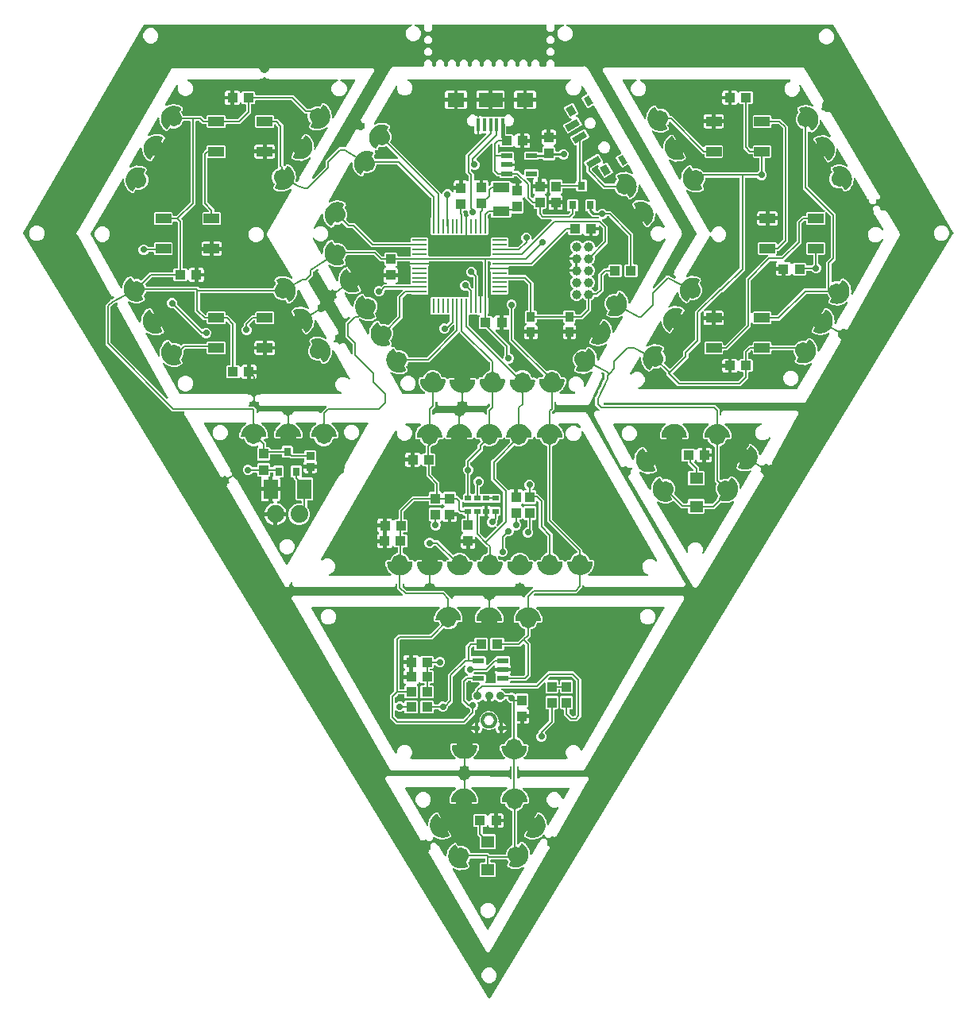
<source format=gbr>
G04 EAGLE Gerber RS-274X export*
G75*
%MOMM*%
%FSLAX34Y34*%
%LPD*%
%INTop Copper*%
%IPPOS*%
%AMOC8*
5,1,8,0,0,1.08239X$1,22.5*%
G01*
%ADD10R,1.100000X1.000000*%
%ADD11R,1.000000X1.100000*%
%ADD12R,0.400000X1.400000*%
%ADD13R,1.800000X1.500000*%
%ADD14R,2.500000X1.500000*%
%ADD15C,1.000000*%
%ADD16R,0.900000X1.000000*%
%ADD17R,0.280000X1.500000*%
%ADD18R,1.500000X0.280000*%
%ADD19R,1.200000X0.550000*%
%ADD20R,0.720000X0.600000*%
%ADD21R,1.800000X1.000000*%
%ADD22R,1.651000X1.000000*%
%ADD23C,1.879600*%
%ADD24R,0.900000X0.850000*%
%ADD25C,0.300000*%
%ADD26C,0.700000*%
%ADD27C,0.900000*%
%ADD28C,1.714500*%
%ADD29C,0.152400*%
%ADD30R,1.400000X1.200000*%
%ADD31R,0.700000X1.500000*%
%ADD32R,1.000000X0.600000*%
%ADD33R,1.000000X0.800000*%
%ADD34R,0.800000X0.900000*%
%ADD35R,1.500000X2.100000*%
%ADD36C,0.736600*%
%ADD37C,0.177800*%
%ADD38C,0.203200*%
%ADD39C,0.254000*%
%ADD40C,0.406400*%

G36*
X506524Y14273D02*
X506524Y14273D01*
X506541Y14272D01*
X506662Y14306D01*
X506784Y14336D01*
X506799Y14344D01*
X506815Y14349D01*
X506922Y14415D01*
X507031Y14478D01*
X507042Y14489D01*
X507056Y14498D01*
X507102Y14551D01*
X507228Y14682D01*
X507251Y14724D01*
X507276Y14753D01*
X1001329Y829783D01*
X1001364Y829865D01*
X1001407Y829942D01*
X1001420Y829995D01*
X1001441Y830045D01*
X1001452Y830132D01*
X1001472Y830219D01*
X1001469Y830273D01*
X1001476Y830327D01*
X1001462Y830414D01*
X1001457Y830503D01*
X1001441Y830547D01*
X1001431Y830608D01*
X1001367Y830744D01*
X1001340Y830817D01*
X873392Y1052385D01*
X873344Y1052446D01*
X873305Y1052513D01*
X873257Y1052558D01*
X873217Y1052609D01*
X873154Y1052655D01*
X873097Y1052708D01*
X873039Y1052737D01*
X872987Y1052776D01*
X872913Y1052802D01*
X872844Y1052837D01*
X872789Y1052846D01*
X872719Y1052872D01*
X872590Y1052880D01*
X872513Y1052893D01*
X589807Y1052893D01*
X589722Y1052881D01*
X589636Y1052878D01*
X589582Y1052861D01*
X589525Y1052853D01*
X589447Y1052818D01*
X589365Y1052792D01*
X589318Y1052760D01*
X589266Y1052737D01*
X589200Y1052681D01*
X589129Y1052633D01*
X589092Y1052590D01*
X589049Y1052553D01*
X589001Y1052482D01*
X588946Y1052416D01*
X588923Y1052364D01*
X588891Y1052316D01*
X588865Y1052234D01*
X588831Y1052156D01*
X588823Y1052100D01*
X588806Y1052045D01*
X588803Y1051959D01*
X588792Y1051874D01*
X588800Y1051818D01*
X588798Y1051761D01*
X588820Y1051678D01*
X588832Y1051593D01*
X588856Y1051541D01*
X588870Y1051486D01*
X588914Y1051412D01*
X588949Y1051334D01*
X588986Y1051291D01*
X589015Y1051242D01*
X589078Y1051183D01*
X589134Y1051118D01*
X589176Y1051091D01*
X589223Y1051047D01*
X589352Y1050981D01*
X589418Y1050940D01*
X591980Y1049879D01*
X594266Y1047592D01*
X595504Y1044604D01*
X595504Y1041371D01*
X594266Y1038383D01*
X591980Y1036096D01*
X588992Y1034859D01*
X585758Y1034859D01*
X582770Y1036096D01*
X580484Y1038383D01*
X579246Y1041371D01*
X579246Y1044604D01*
X580484Y1047592D01*
X582770Y1049879D01*
X585332Y1050940D01*
X585406Y1050983D01*
X585484Y1051018D01*
X585527Y1051055D01*
X585576Y1051084D01*
X585635Y1051147D01*
X585701Y1051202D01*
X585733Y1051249D01*
X585772Y1051291D01*
X585811Y1051367D01*
X585859Y1051439D01*
X585876Y1051493D01*
X585902Y1051543D01*
X585918Y1051628D01*
X585944Y1051710D01*
X585946Y1051767D01*
X585957Y1051822D01*
X585949Y1051908D01*
X585952Y1051994D01*
X585937Y1052049D01*
X585932Y1052106D01*
X585902Y1052186D01*
X585880Y1052269D01*
X585851Y1052318D01*
X585830Y1052371D01*
X585778Y1052440D01*
X585735Y1052513D01*
X585693Y1052552D01*
X585659Y1052598D01*
X585590Y1052649D01*
X585527Y1052708D01*
X585477Y1052734D01*
X585431Y1052768D01*
X585351Y1052798D01*
X585274Y1052837D01*
X585225Y1052845D01*
X585165Y1052868D01*
X585020Y1052880D01*
X584943Y1052893D01*
X576503Y1052893D01*
X576474Y1052889D01*
X576445Y1052891D01*
X576334Y1052869D01*
X576222Y1052853D01*
X576195Y1052841D01*
X576166Y1052835D01*
X576066Y1052783D01*
X575962Y1052737D01*
X575940Y1052718D01*
X575914Y1052704D01*
X575832Y1052626D01*
X575745Y1052553D01*
X575729Y1052529D01*
X575708Y1052508D01*
X575651Y1052411D01*
X575588Y1052316D01*
X575579Y1052288D01*
X575564Y1052263D01*
X575536Y1052153D01*
X575502Y1052045D01*
X575501Y1052016D01*
X575494Y1051988D01*
X575498Y1051874D01*
X575495Y1051761D01*
X575502Y1051733D01*
X575503Y1051703D01*
X575538Y1051596D01*
X575567Y1051486D01*
X575582Y1051461D01*
X575591Y1051433D01*
X575636Y1051369D01*
X575712Y1051242D01*
X575738Y1051217D01*
X575740Y1051213D01*
X575761Y1051194D01*
X575786Y1051160D01*
X575819Y1051126D01*
X575819Y1047549D01*
X573289Y1045019D01*
X569711Y1045019D01*
X567181Y1047549D01*
X567181Y1051126D01*
X567214Y1051160D01*
X567223Y1051171D01*
X567226Y1051174D01*
X567233Y1051184D01*
X567255Y1051202D01*
X567317Y1051296D01*
X567385Y1051387D01*
X567396Y1051414D01*
X567412Y1051439D01*
X567446Y1051547D01*
X567487Y1051652D01*
X567489Y1051682D01*
X567498Y1051710D01*
X567501Y1051823D01*
X567510Y1051936D01*
X567504Y1051965D01*
X567505Y1051994D01*
X567477Y1052103D01*
X567454Y1052214D01*
X567441Y1052241D01*
X567433Y1052269D01*
X567376Y1052366D01*
X567323Y1052467D01*
X567303Y1052488D01*
X567288Y1052513D01*
X567206Y1052591D01*
X567128Y1052673D01*
X567102Y1052688D01*
X567081Y1052708D01*
X566980Y1052759D01*
X566882Y1052817D01*
X566854Y1052824D01*
X566828Y1052837D01*
X566750Y1052850D01*
X566607Y1052887D01*
X566544Y1052885D01*
X566497Y1052893D01*
X446328Y1052893D01*
X446299Y1052889D01*
X446270Y1052891D01*
X446159Y1052869D01*
X446047Y1052853D01*
X446020Y1052841D01*
X445991Y1052835D01*
X445891Y1052783D01*
X445787Y1052737D01*
X445765Y1052718D01*
X445739Y1052704D01*
X445657Y1052626D01*
X445570Y1052553D01*
X445554Y1052529D01*
X445533Y1052508D01*
X445476Y1052411D01*
X445413Y1052316D01*
X445404Y1052288D01*
X445389Y1052263D01*
X445361Y1052153D01*
X445327Y1052045D01*
X445326Y1052016D01*
X445319Y1051988D01*
X445323Y1051874D01*
X445320Y1051761D01*
X445327Y1051733D01*
X445328Y1051703D01*
X445363Y1051596D01*
X445392Y1051486D01*
X445407Y1051461D01*
X445416Y1051433D01*
X445461Y1051369D01*
X445537Y1051242D01*
X445563Y1051217D01*
X445565Y1051213D01*
X445586Y1051194D01*
X445611Y1051160D01*
X445644Y1051126D01*
X445644Y1047549D01*
X443114Y1045019D01*
X439536Y1045019D01*
X437006Y1047549D01*
X437006Y1051126D01*
X437039Y1051160D01*
X437048Y1051171D01*
X437051Y1051174D01*
X437058Y1051184D01*
X437080Y1051202D01*
X437142Y1051296D01*
X437210Y1051387D01*
X437221Y1051414D01*
X437237Y1051439D01*
X437271Y1051547D01*
X437312Y1051652D01*
X437314Y1051682D01*
X437323Y1051710D01*
X437326Y1051823D01*
X437335Y1051936D01*
X437329Y1051965D01*
X437330Y1051994D01*
X437302Y1052103D01*
X437279Y1052214D01*
X437266Y1052241D01*
X437258Y1052269D01*
X437201Y1052366D01*
X437148Y1052467D01*
X437128Y1052488D01*
X437113Y1052513D01*
X437031Y1052591D01*
X436953Y1052673D01*
X436927Y1052688D01*
X436906Y1052708D01*
X436805Y1052759D01*
X436707Y1052817D01*
X436679Y1052824D01*
X436653Y1052837D01*
X436575Y1052850D01*
X436432Y1052887D01*
X436369Y1052885D01*
X436322Y1052893D01*
X427882Y1052893D01*
X427797Y1052881D01*
X427711Y1052878D01*
X427657Y1052861D01*
X427600Y1052853D01*
X427522Y1052818D01*
X427440Y1052792D01*
X427393Y1052760D01*
X427341Y1052737D01*
X427275Y1052681D01*
X427204Y1052633D01*
X427167Y1052590D01*
X427124Y1052553D01*
X427076Y1052482D01*
X427021Y1052416D01*
X426998Y1052364D01*
X426966Y1052316D01*
X426940Y1052234D01*
X426906Y1052156D01*
X426898Y1052100D01*
X426881Y1052045D01*
X426878Y1051959D01*
X426867Y1051874D01*
X426875Y1051818D01*
X426873Y1051761D01*
X426895Y1051678D01*
X426907Y1051593D01*
X426931Y1051541D01*
X426945Y1051486D01*
X426989Y1051412D01*
X427024Y1051334D01*
X427061Y1051291D01*
X427090Y1051242D01*
X427153Y1051183D01*
X427209Y1051118D01*
X427251Y1051091D01*
X427298Y1051047D01*
X427427Y1050981D01*
X427493Y1050940D01*
X430055Y1049879D01*
X432341Y1047592D01*
X433579Y1044604D01*
X433579Y1041371D01*
X432341Y1038383D01*
X430055Y1036096D01*
X427067Y1034859D01*
X423833Y1034859D01*
X420845Y1036096D01*
X418559Y1038383D01*
X417321Y1041371D01*
X417321Y1044604D01*
X418559Y1047592D01*
X420845Y1049879D01*
X423407Y1050940D01*
X423481Y1050983D01*
X423559Y1051018D01*
X423602Y1051055D01*
X423651Y1051084D01*
X423710Y1051147D01*
X423776Y1051202D01*
X423808Y1051249D01*
X423847Y1051291D01*
X423886Y1051367D01*
X423934Y1051439D01*
X423951Y1051493D01*
X423977Y1051543D01*
X423993Y1051628D01*
X424019Y1051710D01*
X424021Y1051767D01*
X424032Y1051822D01*
X424024Y1051908D01*
X424027Y1051994D01*
X424012Y1052049D01*
X424007Y1052106D01*
X423977Y1052186D01*
X423955Y1052269D01*
X423926Y1052318D01*
X423905Y1052371D01*
X423853Y1052440D01*
X423810Y1052513D01*
X423768Y1052552D01*
X423734Y1052598D01*
X423665Y1052649D01*
X423602Y1052708D01*
X423552Y1052734D01*
X423506Y1052768D01*
X423426Y1052798D01*
X423349Y1052837D01*
X423300Y1052845D01*
X423240Y1052868D01*
X423095Y1052880D01*
X423018Y1052893D01*
X138724Y1052893D01*
X138647Y1052882D01*
X138570Y1052881D01*
X138507Y1052862D01*
X138443Y1052853D01*
X138372Y1052821D01*
X138298Y1052799D01*
X138243Y1052763D01*
X138184Y1052737D01*
X138124Y1052686D01*
X138059Y1052644D01*
X138023Y1052601D01*
X137967Y1052553D01*
X137895Y1052445D01*
X137845Y1052385D01*
X9899Y830820D01*
X9866Y830738D01*
X9824Y830659D01*
X9813Y830606D01*
X9793Y830557D01*
X9784Y830468D01*
X9766Y830380D01*
X9770Y830327D01*
X9764Y830274D01*
X9780Y830186D01*
X9787Y830097D01*
X9804Y830054D01*
X9815Y829994D01*
X9882Y829857D01*
X9911Y829785D01*
X505540Y14751D01*
X505550Y14738D01*
X505557Y14723D01*
X505640Y14629D01*
X505720Y14531D01*
X505734Y14522D01*
X505745Y14510D01*
X505851Y14442D01*
X505954Y14370D01*
X505970Y14365D01*
X505984Y14356D01*
X506104Y14320D01*
X506224Y14280D01*
X506241Y14280D01*
X506256Y14275D01*
X506382Y14274D01*
X506508Y14269D01*
X506524Y14273D01*
G37*
%LPC*%
G36*
X504182Y64318D02*
X504182Y64318D01*
X503972Y64404D01*
X503931Y64422D01*
X503309Y64586D01*
X503234Y64716D01*
X503176Y64790D01*
X503125Y64869D01*
X503092Y64896D01*
X503058Y64940D01*
X502925Y65035D01*
X502867Y65083D01*
X502737Y65159D01*
X502572Y65781D01*
X502484Y65990D01*
X502468Y66032D01*
X442287Y169452D01*
X442283Y169457D01*
X442280Y169463D01*
X441687Y170452D01*
X441982Y171568D01*
X441983Y171576D01*
X441986Y171582D01*
X442265Y172701D01*
X443263Y173282D01*
X443269Y173286D01*
X443275Y173288D01*
X443776Y173589D01*
X443807Y173614D01*
X443843Y173633D01*
X443917Y173703D01*
X443997Y173768D01*
X444020Y173801D01*
X444049Y173828D01*
X444101Y173917D01*
X444159Y174001D01*
X444172Y174039D01*
X444193Y174074D01*
X444218Y174173D01*
X444251Y174270D01*
X444253Y174310D01*
X444263Y174349D01*
X444259Y174452D01*
X444264Y174554D01*
X444255Y174593D01*
X444254Y174633D01*
X444222Y174731D01*
X444198Y174831D01*
X444178Y174866D01*
X444166Y174904D01*
X444121Y174967D01*
X444058Y175078D01*
X444004Y175131D01*
X443971Y175177D01*
X443564Y175585D01*
X443564Y178636D01*
X445384Y180457D01*
X445402Y180480D01*
X445424Y180499D01*
X445487Y180593D01*
X445555Y180684D01*
X445565Y180711D01*
X445582Y180736D01*
X445600Y180794D01*
X448773Y180794D01*
X450931Y178636D01*
X450931Y178390D01*
X450941Y178323D01*
X450940Y178255D01*
X450961Y178183D01*
X450971Y178109D01*
X450999Y178047D01*
X451017Y177981D01*
X451057Y177918D01*
X451087Y177849D01*
X451131Y177797D01*
X451167Y177740D01*
X451223Y177689D01*
X451271Y177632D01*
X451328Y177595D01*
X451378Y177549D01*
X451435Y177523D01*
X451508Y177475D01*
X451616Y177440D01*
X451683Y177410D01*
X451732Y177396D01*
X451742Y177395D01*
X451749Y177392D01*
X452868Y177112D01*
X453445Y176113D01*
X453451Y176106D01*
X453454Y176099D01*
X454145Y174946D01*
X454146Y174943D01*
X454204Y174825D01*
X454231Y174751D01*
X459091Y166333D01*
X459144Y166265D01*
X459189Y166191D01*
X459231Y166153D01*
X459266Y166109D01*
X459336Y166058D01*
X459400Y166000D01*
X459450Y165975D01*
X459496Y165942D01*
X459577Y165913D01*
X459655Y165875D01*
X459711Y165865D01*
X459764Y165846D01*
X459850Y165841D01*
X459935Y165826D01*
X459991Y165832D01*
X460048Y165828D01*
X460132Y165846D01*
X460217Y165856D01*
X460270Y165877D01*
X460325Y165889D01*
X460401Y165930D01*
X460481Y165963D01*
X460525Y165998D01*
X460575Y166025D01*
X460636Y166085D01*
X460704Y166139D01*
X460737Y166185D01*
X460777Y166225D01*
X460819Y166300D01*
X460870Y166370D01*
X460885Y166417D01*
X460916Y166473D01*
X460950Y166614D01*
X460974Y166689D01*
X461049Y167186D01*
X461050Y167351D01*
X461056Y167426D01*
X461050Y167502D01*
X461063Y167524D01*
X461124Y167739D01*
X461139Y167783D01*
X461169Y167983D01*
X461169Y168014D01*
X461176Y168044D01*
X461171Y168155D01*
X461172Y168267D01*
X461163Y168297D01*
X461162Y168328D01*
X461134Y168401D01*
X461129Y168418D01*
X461335Y169186D01*
X461348Y169292D01*
X461366Y169361D01*
X461440Y170201D01*
X461449Y170215D01*
X461471Y170282D01*
X461516Y170375D01*
X461532Y170470D01*
X461553Y170534D01*
X461616Y170946D01*
X461616Y170995D01*
X461630Y171041D01*
X461630Y171044D01*
X461631Y171047D01*
X461825Y172335D01*
X463210Y174366D01*
X463252Y174453D01*
X463291Y174509D01*
X463536Y175034D01*
X463627Y175082D01*
X463631Y175086D01*
X463635Y175089D01*
X463663Y175118D01*
X463831Y175280D01*
X463848Y175311D01*
X463868Y175331D01*
X463931Y175425D01*
X463991Y175545D01*
X464052Y175665D01*
X464053Y175672D01*
X464057Y175680D01*
X464081Y175813D01*
X464376Y176108D01*
X464445Y176200D01*
X464497Y176254D01*
X465744Y178084D01*
X467065Y178846D01*
X467120Y178889D01*
X467122Y178890D01*
X467134Y178900D01*
X467203Y178954D01*
X467314Y179004D01*
X467383Y179030D01*
X467481Y179086D01*
X468126Y179459D01*
X468622Y179745D01*
X468661Y179776D01*
X468697Y179793D01*
X469478Y180340D01*
X469520Y180350D01*
X469563Y180353D01*
X469602Y180367D01*
X470535Y180117D01*
X470584Y180111D01*
X470621Y180098D01*
X471560Y179932D01*
X471597Y179910D01*
X471629Y179881D01*
X471667Y179864D01*
X472150Y179027D01*
X472180Y178988D01*
X472197Y178953D01*
X472744Y178171D01*
X472755Y178130D01*
X472757Y178087D01*
X472784Y178015D01*
X472814Y177896D01*
X472854Y177827D01*
X472874Y177772D01*
X473079Y177418D01*
X473161Y177312D01*
X473243Y177205D01*
X473249Y177200D01*
X473254Y177194D01*
X473363Y177115D01*
X473471Y177035D01*
X473478Y177032D01*
X473485Y177027D01*
X473611Y176982D01*
X473737Y176934D01*
X473745Y176934D01*
X473752Y176931D01*
X473887Y176922D01*
X474020Y176912D01*
X474027Y176913D01*
X474036Y176913D01*
X474314Y176974D01*
X474316Y176975D01*
X478436Y176975D01*
X482241Y175399D01*
X485152Y172488D01*
X486164Y170045D01*
X486165Y170044D01*
X486165Y170043D01*
X486238Y169921D01*
X486308Y169801D01*
X486310Y169800D01*
X486310Y169798D01*
X486415Y169700D01*
X486515Y169605D01*
X486517Y169605D01*
X486518Y169604D01*
X486647Y169538D01*
X486768Y169475D01*
X486769Y169475D01*
X486771Y169474D01*
X486786Y169472D01*
X487047Y169420D01*
X487077Y169423D01*
X487102Y169419D01*
X505983Y169419D01*
X507209Y168192D01*
X507279Y168140D01*
X507343Y168080D01*
X507392Y168054D01*
X507436Y168021D01*
X507518Y167990D01*
X507596Y167950D01*
X507644Y167942D01*
X507702Y167920D01*
X507850Y167908D01*
X507927Y167895D01*
X523240Y167895D01*
X523298Y167903D01*
X523356Y167901D01*
X523438Y167923D01*
X523522Y167935D01*
X523575Y167958D01*
X523631Y167973D01*
X523704Y168016D01*
X523781Y168051D01*
X523826Y168089D01*
X523876Y168118D01*
X523934Y168180D01*
X523998Y168234D01*
X524030Y168283D01*
X524070Y168326D01*
X524109Y168401D01*
X524156Y168471D01*
X524173Y168527D01*
X524200Y168579D01*
X524211Y168647D01*
X524241Y168742D01*
X524244Y168842D01*
X524255Y168910D01*
X524255Y169889D01*
X525831Y173694D01*
X528743Y176606D01*
X530146Y177187D01*
X530147Y177188D01*
X530149Y177188D01*
X530267Y177258D01*
X530391Y177331D01*
X530392Y177333D01*
X530393Y177333D01*
X530490Y177437D01*
X530586Y177538D01*
X530586Y177540D01*
X530588Y177541D01*
X530650Y177663D01*
X530716Y177791D01*
X530716Y177792D01*
X530717Y177794D01*
X530719Y177809D01*
X530771Y178070D01*
X530768Y178100D01*
X530772Y178125D01*
X530772Y213817D01*
X530772Y213819D01*
X530772Y213820D01*
X530753Y213954D01*
X530733Y214099D01*
X530732Y214100D01*
X530732Y214102D01*
X530675Y214228D01*
X530616Y214358D01*
X530615Y214359D01*
X530615Y214361D01*
X530523Y214468D01*
X530433Y214575D01*
X530431Y214576D01*
X530430Y214577D01*
X530417Y214585D01*
X530196Y214733D01*
X530167Y214742D01*
X530146Y214755D01*
X527577Y215819D01*
X524665Y218731D01*
X523548Y221427D01*
X523547Y221429D01*
X523547Y221430D01*
X523475Y221550D01*
X523404Y221672D01*
X523402Y221673D01*
X523402Y221675D01*
X523298Y221772D01*
X523197Y221867D01*
X523196Y221868D01*
X523194Y221869D01*
X523069Y221933D01*
X522944Y221997D01*
X522943Y221998D01*
X522941Y221998D01*
X522926Y222001D01*
X522665Y222052D01*
X522635Y222050D01*
X522610Y222054D01*
X522034Y222054D01*
X521992Y222048D01*
X521948Y222050D01*
X521851Y222028D01*
X521753Y222014D01*
X521713Y221996D01*
X521671Y221987D01*
X521636Y221966D01*
X520673Y222050D01*
X520624Y222047D01*
X520585Y222054D01*
X519631Y222054D01*
X519591Y222069D01*
X519554Y222092D01*
X519515Y222103D01*
X518894Y222843D01*
X518857Y222876D01*
X518834Y222908D01*
X518159Y223582D01*
X518142Y223621D01*
X518132Y223664D01*
X518111Y223699D01*
X518196Y224662D01*
X518193Y224711D01*
X518199Y224750D01*
X518199Y226181D01*
X518186Y226278D01*
X518181Y226375D01*
X518177Y226385D01*
X518190Y226492D01*
X518199Y226548D01*
X518199Y228073D01*
X518673Y229058D01*
X518674Y229058D01*
X519160Y230068D01*
X519162Y230073D01*
X519181Y230132D01*
X519195Y230178D01*
X519226Y230246D01*
X519333Y230647D01*
X519402Y230699D01*
X519406Y230704D01*
X519413Y230709D01*
X519579Y230940D01*
X519586Y230959D01*
X519596Y230973D01*
X519645Y231075D01*
X519647Y231080D01*
X519649Y231084D01*
X519690Y231216D01*
X519731Y231346D01*
X519731Y231351D01*
X519733Y231356D01*
X519733Y231395D01*
X519736Y231510D01*
X520069Y231985D01*
X520109Y232065D01*
X520131Y232098D01*
X520152Y232127D01*
X521218Y234341D01*
X522237Y235154D01*
X522275Y235195D01*
X522317Y235218D01*
X522642Y235477D01*
X522681Y235518D01*
X522726Y235552D01*
X522778Y235621D01*
X522838Y235684D01*
X522863Y235734D01*
X522866Y235737D01*
X523565Y236226D01*
X523642Y236299D01*
X523700Y236340D01*
X524257Y236897D01*
X524308Y236904D01*
X524336Y236916D01*
X524366Y236923D01*
X524434Y236961D01*
X524567Y237020D01*
X524616Y237062D01*
X524659Y237086D01*
X524817Y237211D01*
X524892Y237291D01*
X524973Y237366D01*
X524987Y237392D01*
X525012Y237418D01*
X525019Y237431D01*
X525085Y237462D01*
X525223Y237551D01*
X525289Y237588D01*
X525365Y237649D01*
X525424Y237711D01*
X525490Y237767D01*
X525522Y237814D01*
X525560Y237855D01*
X525600Y237932D01*
X525648Y238004D01*
X525665Y238058D01*
X525691Y238108D01*
X525708Y238193D01*
X525734Y238275D01*
X525735Y238331D01*
X525746Y238387D01*
X525739Y238473D01*
X525741Y238559D01*
X525727Y238614D01*
X525722Y238670D01*
X525691Y238751D01*
X525669Y238834D01*
X525640Y238883D01*
X525620Y238935D01*
X525568Y239004D01*
X525524Y239078D01*
X525482Y239117D01*
X525448Y239162D01*
X525379Y239214D01*
X525316Y239273D01*
X525266Y239299D01*
X525221Y239333D01*
X525140Y239363D01*
X525063Y239402D01*
X525015Y239410D01*
X524955Y239433D01*
X524810Y239445D01*
X524732Y239458D01*
X523772Y239458D01*
X523756Y239460D01*
X488174Y239520D01*
X488088Y239508D01*
X488001Y239506D01*
X487948Y239489D01*
X487893Y239481D01*
X487813Y239446D01*
X487730Y239419D01*
X487684Y239388D01*
X487633Y239365D01*
X487566Y239309D01*
X487494Y239261D01*
X487458Y239218D01*
X487416Y239182D01*
X487367Y239109D01*
X487311Y239043D01*
X487289Y238992D01*
X487258Y238946D01*
X487231Y238863D01*
X487196Y238783D01*
X487188Y238728D01*
X487171Y238675D01*
X487169Y238588D01*
X487157Y238501D01*
X487165Y238446D01*
X487164Y238390D01*
X487185Y238306D01*
X487198Y238220D01*
X487221Y238169D01*
X487235Y238115D01*
X487279Y238040D01*
X487315Y237961D01*
X487348Y237925D01*
X487380Y237871D01*
X487487Y237770D01*
X487539Y237711D01*
X491520Y234537D01*
X494539Y228269D01*
X494539Y223738D01*
X493050Y222249D01*
X465546Y222249D01*
X464057Y223738D01*
X464057Y228269D01*
X464437Y229058D01*
X465904Y232103D01*
X465904Y232104D01*
X466882Y234134D01*
X467076Y234537D01*
X470824Y237526D01*
X470882Y237587D01*
X470947Y237642D01*
X470979Y237690D01*
X471019Y237732D01*
X471058Y237808D01*
X471105Y237879D01*
X471123Y237934D01*
X471149Y237985D01*
X471166Y238068D01*
X471192Y238149D01*
X471193Y238207D01*
X471204Y238264D01*
X471197Y238348D01*
X471199Y238434D01*
X471185Y238489D01*
X471180Y238547D01*
X471149Y238626D01*
X471128Y238709D01*
X471099Y238758D01*
X471078Y238812D01*
X471027Y238880D01*
X470983Y238953D01*
X470941Y238993D01*
X470907Y239039D01*
X470839Y239090D01*
X470777Y239148D01*
X470725Y239175D01*
X470679Y239209D01*
X470599Y239239D01*
X470524Y239278D01*
X470474Y239287D01*
X470413Y239310D01*
X470270Y239321D01*
X470193Y239335D01*
X417769Y239444D01*
X417730Y239438D01*
X417690Y239441D01*
X417589Y239419D01*
X417488Y239405D01*
X417451Y239388D01*
X417412Y239380D01*
X417322Y239331D01*
X417228Y239289D01*
X417197Y239263D01*
X417162Y239244D01*
X417089Y239172D01*
X417011Y239106D01*
X416988Y239073D01*
X416960Y239045D01*
X416910Y238955D01*
X416853Y238870D01*
X416840Y238831D01*
X416821Y238797D01*
X416797Y238697D01*
X416766Y238599D01*
X416765Y238559D01*
X416756Y238520D01*
X416761Y238417D01*
X416758Y238314D01*
X416768Y238276D01*
X416770Y238236D01*
X416797Y238163D01*
X416830Y238039D01*
X416868Y237974D01*
X416888Y237921D01*
X439423Y198859D01*
X439477Y198791D01*
X439522Y198718D01*
X439564Y198680D01*
X439599Y198636D01*
X439669Y198585D01*
X439732Y198527D01*
X439783Y198502D01*
X439829Y198469D01*
X439910Y198440D01*
X439988Y198402D01*
X440043Y198392D01*
X440096Y198373D01*
X440183Y198367D01*
X440268Y198352D01*
X440324Y198358D01*
X440380Y198354D01*
X440465Y198373D01*
X440550Y198382D01*
X440603Y198403D01*
X440658Y198416D01*
X440734Y198457D01*
X440814Y198489D01*
X440858Y198524D01*
X440908Y198551D01*
X440969Y198612D01*
X441037Y198665D01*
X441070Y198711D01*
X441110Y198751D01*
X441152Y198826D01*
X441203Y198896D01*
X441218Y198943D01*
X441249Y198999D01*
X441282Y199141D01*
X441307Y199215D01*
X441427Y200016D01*
X441429Y200180D01*
X441435Y200256D01*
X441428Y200332D01*
X441442Y200353D01*
X441503Y200569D01*
X441517Y200613D01*
X441547Y200813D01*
X441548Y200843D01*
X441555Y200873D01*
X441549Y200985D01*
X441550Y201097D01*
X441542Y201126D01*
X441540Y201157D01*
X441513Y201231D01*
X441508Y201248D01*
X441714Y202016D01*
X441727Y202121D01*
X441744Y202190D01*
X441818Y203031D01*
X441828Y203044D01*
X441850Y203111D01*
X441895Y203204D01*
X441911Y203299D01*
X441932Y203363D01*
X441994Y203775D01*
X441994Y203825D01*
X442008Y203870D01*
X442008Y203874D01*
X442009Y203876D01*
X442203Y205165D01*
X443588Y207196D01*
X443631Y207283D01*
X443669Y207338D01*
X443914Y207864D01*
X444005Y207912D01*
X444009Y207916D01*
X444014Y207918D01*
X444041Y207947D01*
X444209Y208110D01*
X444226Y208140D01*
X444246Y208160D01*
X444310Y208254D01*
X444369Y208375D01*
X444431Y208495D01*
X444432Y208502D01*
X444435Y208509D01*
X444459Y208642D01*
X444754Y208938D01*
X444823Y209030D01*
X444875Y209083D01*
X446123Y210913D01*
X447443Y211676D01*
X447581Y211784D01*
X447692Y211833D01*
X447761Y211859D01*
X449001Y212575D01*
X449040Y212605D01*
X449076Y212622D01*
X449857Y213169D01*
X449898Y213180D01*
X449942Y213182D01*
X449980Y213196D01*
X450913Y212946D01*
X450963Y212940D01*
X451000Y212927D01*
X451939Y212762D01*
X451976Y212740D01*
X452008Y212711D01*
X452045Y212693D01*
X452528Y211857D01*
X452559Y211817D01*
X452576Y211782D01*
X453123Y211001D01*
X453133Y210959D01*
X453135Y210916D01*
X453162Y210844D01*
X453192Y210726D01*
X453232Y210657D01*
X453253Y210602D01*
X453342Y210447D01*
X464569Y191001D01*
X464659Y190846D01*
X464685Y190812D01*
X464705Y190773D01*
X464773Y190701D01*
X464834Y190622D01*
X464869Y190597D01*
X464899Y190565D01*
X464934Y190545D01*
X465343Y189670D01*
X465370Y189628D01*
X465383Y189591D01*
X465860Y188765D01*
X465867Y188723D01*
X465866Y188679D01*
X465876Y188640D01*
X465546Y187732D01*
X465536Y187683D01*
X465520Y187648D01*
X465273Y186726D01*
X465247Y186691D01*
X465216Y186662D01*
X465195Y186626D01*
X464320Y186218D01*
X464278Y186191D01*
X464242Y186177D01*
X463002Y185461D01*
X462925Y185401D01*
X462844Y185349D01*
X462837Y185340D01*
X462738Y185298D01*
X462684Y185278D01*
X461363Y184515D01*
X459155Y184350D01*
X459043Y184325D01*
X458968Y184318D01*
X458568Y184211D01*
X458488Y184244D01*
X458481Y184245D01*
X458474Y184248D01*
X458191Y184277D01*
X458171Y184273D01*
X458154Y184275D01*
X458041Y184266D01*
X458036Y184265D01*
X458031Y184266D01*
X457897Y184235D01*
X457764Y184206D01*
X457759Y184203D01*
X457754Y184202D01*
X457719Y184182D01*
X457619Y184128D01*
X457041Y184178D01*
X456944Y184173D01*
X456877Y184179D01*
X454426Y183995D01*
X453213Y184471D01*
X453158Y184484D01*
X453117Y184509D01*
X452730Y184661D01*
X452675Y184674D01*
X452624Y184696D01*
X452538Y184707D01*
X452453Y184727D01*
X452397Y184724D01*
X452393Y184725D01*
X451620Y185085D01*
X451519Y185116D01*
X451454Y185146D01*
X450693Y185350D01*
X450662Y185390D01*
X450637Y185408D01*
X450616Y185431D01*
X450549Y185471D01*
X450431Y185556D01*
X450371Y185578D01*
X450329Y185603D01*
X450141Y185677D01*
X450034Y185702D01*
X449929Y185735D01*
X449899Y185734D01*
X449864Y185743D01*
X449850Y185742D01*
X449790Y185784D01*
X449644Y185859D01*
X449579Y185898D01*
X447872Y186567D01*
X447770Y186592D01*
X447669Y186624D01*
X447632Y186624D01*
X447596Y186633D01*
X447491Y186628D01*
X447385Y186631D01*
X447349Y186621D01*
X447312Y186620D01*
X447212Y186586D01*
X447110Y186559D01*
X447078Y186540D01*
X447043Y186528D01*
X446956Y186468D01*
X446866Y186414D01*
X446840Y186387D01*
X446810Y186365D01*
X446743Y186283D01*
X446671Y186206D01*
X446654Y186173D01*
X446631Y186144D01*
X446590Y186047D01*
X446542Y185953D01*
X446536Y185921D01*
X446520Y185882D01*
X446496Y185682D01*
X446486Y185622D01*
X446486Y184348D01*
X444666Y182527D01*
X444648Y182504D01*
X444626Y182485D01*
X444563Y182391D01*
X444495Y182300D01*
X444485Y182273D01*
X444468Y182248D01*
X444450Y182190D01*
X441277Y182190D01*
X439492Y183974D01*
X439431Y184020D01*
X439376Y184074D01*
X439318Y184105D01*
X439265Y184145D01*
X439193Y184172D01*
X439126Y184209D01*
X439061Y184223D01*
X438999Y184246D01*
X438923Y184253D01*
X438848Y184269D01*
X438782Y184264D01*
X438716Y184270D01*
X438641Y184255D01*
X438564Y184250D01*
X438512Y184229D01*
X438437Y184214D01*
X438324Y184155D01*
X438252Y184127D01*
X438062Y184013D01*
X437998Y183962D01*
X437929Y183918D01*
X437923Y183911D01*
X436722Y183209D01*
X436717Y183205D01*
X436712Y183203D01*
X435722Y182609D01*
X434605Y182902D01*
X434598Y182902D01*
X434593Y182905D01*
X433474Y183184D01*
X432890Y184182D01*
X432887Y184187D01*
X432885Y184192D01*
X432145Y185424D01*
X432124Y185467D01*
X432096Y185540D01*
X396296Y246771D01*
X396177Y246922D01*
X396139Y246975D01*
X395666Y247450D01*
X395666Y247572D01*
X395652Y247672D01*
X395646Y247772D01*
X395633Y247807D01*
X395627Y247853D01*
X395552Y248021D01*
X395527Y248086D01*
X395466Y248191D01*
X395635Y248839D01*
X395658Y249030D01*
X395669Y249095D01*
X395670Y249765D01*
X395756Y249851D01*
X395817Y249931D01*
X395884Y250007D01*
X395899Y250041D01*
X395927Y250078D01*
X395993Y250249D01*
X396022Y250313D01*
X396053Y250431D01*
X396631Y250769D01*
X396782Y250888D01*
X396835Y250926D01*
X397310Y251399D01*
X397432Y251399D01*
X397532Y251413D01*
X397632Y251419D01*
X397667Y251432D01*
X397713Y251438D01*
X397881Y251513D01*
X397946Y251538D01*
X398051Y251599D01*
X398699Y251430D01*
X398890Y251407D01*
X398955Y251396D01*
X472004Y251270D01*
X472005Y251270D01*
X472006Y251270D01*
X473156Y251270D01*
X473970Y250453D01*
X473971Y250452D01*
X473972Y250452D01*
X474792Y249631D01*
X474791Y248804D01*
X474799Y248745D01*
X474797Y248686D01*
X474819Y248605D01*
X474830Y248522D01*
X474854Y248468D01*
X474869Y248411D01*
X474912Y248339D01*
X474946Y248263D01*
X474984Y248217D01*
X475015Y248166D01*
X475075Y248109D01*
X475129Y248045D01*
X475179Y248012D01*
X475222Y247972D01*
X475296Y247934D01*
X475366Y247887D01*
X475422Y247869D01*
X475475Y247842D01*
X475542Y247831D01*
X475636Y247801D01*
X475737Y247798D01*
X475806Y247787D01*
X477539Y247787D01*
X479175Y246151D01*
X479222Y246116D01*
X479262Y246073D01*
X479335Y246031D01*
X479402Y245980D01*
X479457Y245959D01*
X479507Y245929D01*
X479589Y245909D01*
X479668Y245879D01*
X479726Y245874D01*
X479783Y245859D01*
X479867Y245862D01*
X479951Y245855D01*
X480008Y245867D01*
X480067Y245868D01*
X480147Y245894D01*
X480230Y245911D01*
X480282Y245938D01*
X480337Y245956D01*
X480394Y245996D01*
X480482Y246042D01*
X480554Y246111D01*
X480611Y246151D01*
X482337Y247877D01*
X483807Y247877D01*
X483864Y247885D01*
X483923Y247884D01*
X484004Y247905D01*
X484088Y247917D01*
X484141Y247941D01*
X484198Y247955D01*
X484270Y247998D01*
X484347Y248033D01*
X484392Y248071D01*
X484442Y248101D01*
X484500Y248162D01*
X484564Y248217D01*
X484597Y248265D01*
X484637Y248308D01*
X484675Y248383D01*
X484722Y248453D01*
X484740Y248509D01*
X484766Y248561D01*
X484778Y248629D01*
X484808Y248724D01*
X484810Y248824D01*
X484822Y248892D01*
X484822Y249705D01*
X485641Y250516D01*
X485643Y250518D01*
X485645Y250520D01*
X486465Y251340D01*
X487618Y251334D01*
X487621Y251334D01*
X487623Y251334D01*
X489151Y251334D01*
X489198Y251326D01*
X525337Y251143D01*
X525340Y251144D01*
X525343Y251143D01*
X526501Y251143D01*
X527312Y250324D01*
X527315Y250322D01*
X527316Y250320D01*
X528136Y249500D01*
X528133Y248829D01*
X528141Y248769D01*
X528139Y248708D01*
X528160Y248629D01*
X528171Y248548D01*
X528196Y248492D01*
X528211Y248433D01*
X528253Y248363D01*
X528286Y248288D01*
X528325Y248241D01*
X528356Y248188D01*
X528416Y248132D01*
X528469Y248070D01*
X528519Y248036D01*
X528564Y247994D01*
X528637Y247957D01*
X528704Y247911D01*
X528762Y247892D01*
X528817Y247864D01*
X528883Y247853D01*
X528975Y247824D01*
X529078Y247821D01*
X529148Y247809D01*
X529463Y247809D01*
X529521Y247817D01*
X529579Y247816D01*
X529661Y247837D01*
X529745Y247849D01*
X529798Y247873D01*
X529854Y247887D01*
X529927Y247931D01*
X530004Y247965D01*
X530049Y248003D01*
X530099Y248033D01*
X530157Y248094D01*
X530221Y248149D01*
X530253Y248197D01*
X530293Y248240D01*
X530332Y248315D01*
X530379Y248385D01*
X530396Y248441D01*
X530423Y248493D01*
X530434Y248561D01*
X530464Y248656D01*
X530467Y248756D01*
X530478Y248824D01*
X530478Y260549D01*
X530470Y260607D01*
X530472Y260666D01*
X530450Y260747D01*
X530438Y260831D01*
X530415Y260884D01*
X530400Y260941D01*
X530357Y261013D01*
X530322Y261090D01*
X530284Y261135D01*
X530255Y261185D01*
X530193Y261243D01*
X530139Y261307D01*
X530090Y261340D01*
X530047Y261380D01*
X529972Y261418D01*
X529902Y261465D01*
X529846Y261483D01*
X529794Y261509D01*
X529726Y261521D01*
X529631Y261551D01*
X529531Y261553D01*
X529463Y261565D01*
X529405Y261557D01*
X529347Y261558D01*
X529265Y261537D01*
X529181Y261525D01*
X529128Y261501D01*
X529072Y261486D01*
X528999Y261443D01*
X528922Y261409D01*
X528877Y261371D01*
X528827Y261341D01*
X528769Y261279D01*
X528705Y261225D01*
X528673Y261176D01*
X528633Y261134D01*
X528594Y261059D01*
X528547Y260988D01*
X528530Y260933D01*
X528503Y260881D01*
X528492Y260812D01*
X528462Y260717D01*
X528459Y260618D01*
X528448Y260549D01*
X528448Y259510D01*
X526811Y257873D01*
X486459Y257873D01*
X484822Y259510D01*
X484822Y260613D01*
X484814Y260671D01*
X484815Y260729D01*
X484794Y260811D01*
X484782Y260894D01*
X484758Y260948D01*
X484743Y261004D01*
X484700Y261077D01*
X484666Y261154D01*
X484628Y261199D01*
X484598Y261249D01*
X484536Y261307D01*
X484482Y261371D01*
X484433Y261403D01*
X484391Y261443D01*
X484316Y261482D01*
X484245Y261528D01*
X484190Y261546D01*
X484138Y261573D01*
X484070Y261584D01*
X483974Y261614D01*
X483875Y261617D01*
X483807Y261628D01*
X482298Y261628D01*
X480700Y263226D01*
X480653Y263261D01*
X480613Y263304D01*
X480540Y263346D01*
X480473Y263397D01*
X480418Y263418D01*
X480367Y263447D01*
X480286Y263468D01*
X480207Y263498D01*
X480149Y263503D01*
X480092Y263518D01*
X480008Y263515D01*
X479924Y263522D01*
X479866Y263510D01*
X479808Y263509D01*
X479727Y263483D01*
X479645Y263466D01*
X479593Y263439D01*
X479537Y263421D01*
X479481Y263381D01*
X479393Y263335D01*
X479320Y263266D01*
X479264Y263226D01*
X477729Y261692D01*
X476313Y261692D01*
X476256Y261684D01*
X476197Y261685D01*
X476116Y261664D01*
X476032Y261652D01*
X475979Y261628D01*
X475922Y261613D01*
X475850Y261570D01*
X475773Y261536D01*
X475728Y261498D01*
X475678Y261468D01*
X475620Y261406D01*
X475556Y261352D01*
X475523Y261303D01*
X475483Y261261D01*
X475445Y261186D01*
X475398Y261115D01*
X475380Y261060D01*
X475354Y261008D01*
X475342Y260939D01*
X475312Y260844D01*
X475310Y260745D01*
X475298Y260676D01*
X475298Y259510D01*
X473661Y257873D01*
X403929Y257873D01*
X403832Y257859D01*
X403735Y257854D01*
X403698Y257840D01*
X403647Y257833D01*
X403490Y257763D01*
X403421Y257737D01*
X403303Y257668D01*
X402669Y257838D01*
X402462Y257863D01*
X402406Y257873D01*
X401750Y257873D01*
X401653Y257969D01*
X401576Y258028D01*
X401504Y258093D01*
X401467Y258110D01*
X401426Y258140D01*
X401265Y258202D01*
X401198Y258232D01*
X401066Y258267D01*
X400738Y258836D01*
X400610Y258999D01*
X400577Y259046D01*
X400113Y259510D01*
X400113Y259646D01*
X400099Y259743D01*
X400094Y259840D01*
X400080Y259877D01*
X400073Y259928D01*
X400002Y260085D01*
X399977Y260154D01*
X296599Y439174D01*
X296549Y439238D01*
X296528Y439274D01*
X296502Y439297D01*
X296469Y439340D01*
X296437Y439385D01*
X295974Y439848D01*
X295974Y439986D01*
X295960Y440082D01*
X295955Y440178D01*
X295941Y440216D01*
X295934Y440267D01*
X295863Y440424D01*
X295838Y440493D01*
X295768Y440612D01*
X295938Y441245D01*
X295963Y441453D01*
X295972Y441508D01*
X295972Y442163D01*
X296069Y442261D01*
X296128Y442338D01*
X296192Y442410D01*
X296209Y442447D01*
X296240Y442488D01*
X296301Y442648D01*
X296332Y442715D01*
X296367Y442849D01*
X296934Y443176D01*
X297100Y443306D01*
X297145Y443338D01*
X297608Y443801D01*
X297746Y443801D01*
X297842Y443815D01*
X297938Y443820D01*
X297976Y443834D01*
X298027Y443841D01*
X298184Y443912D01*
X298253Y443937D01*
X298372Y444007D01*
X299005Y443837D01*
X299213Y443812D01*
X299268Y443803D01*
X413482Y443895D01*
X413510Y443899D01*
X413539Y443897D01*
X413651Y443919D01*
X413763Y443935D01*
X413790Y443947D01*
X413818Y443953D01*
X413919Y444005D01*
X414023Y444052D01*
X414045Y444071D01*
X414070Y444084D01*
X414153Y444162D01*
X414239Y444236D01*
X414255Y444260D01*
X414276Y444280D01*
X414334Y444378D01*
X414397Y444472D01*
X414405Y444500D01*
X414420Y444525D01*
X414448Y444635D01*
X414482Y444744D01*
X414483Y444772D01*
X414490Y444800D01*
X414487Y444914D01*
X414489Y445028D01*
X414482Y445056D01*
X414481Y445085D01*
X414446Y445193D01*
X414417Y445303D01*
X414403Y445328D01*
X414394Y445355D01*
X414348Y445419D01*
X414272Y445547D01*
X414227Y445589D01*
X414199Y445628D01*
X408558Y451269D01*
X408558Y455803D01*
X408550Y455861D01*
X408552Y455919D01*
X408530Y456001D01*
X408518Y456085D01*
X408495Y456138D01*
X408480Y456194D01*
X408437Y456267D01*
X408402Y456344D01*
X408364Y456389D01*
X408335Y456439D01*
X408273Y456497D01*
X408219Y456561D01*
X408170Y456593D01*
X408127Y456633D01*
X408052Y456672D01*
X407982Y456719D01*
X407926Y456736D01*
X407874Y456763D01*
X407806Y456774D01*
X407711Y456804D01*
X407611Y456807D01*
X407543Y456818D01*
X407416Y456818D01*
X407358Y456810D01*
X407299Y456811D01*
X407218Y456790D01*
X407135Y456778D01*
X407081Y456754D01*
X407024Y456739D01*
X406952Y456696D01*
X406875Y456662D01*
X406830Y456624D01*
X406780Y456594D01*
X406722Y456533D01*
X406658Y456479D01*
X406626Y456429D01*
X406585Y456386D01*
X406547Y456312D01*
X406501Y456242D01*
X406483Y456186D01*
X406456Y456133D01*
X406445Y456065D01*
X406415Y455971D01*
X406412Y455870D01*
X406401Y455802D01*
X406402Y454901D01*
X405579Y454078D01*
X405579Y454077D01*
X405578Y454077D01*
X404766Y453262D01*
X403604Y453262D01*
X403603Y453262D01*
X300212Y453136D01*
X300021Y453109D01*
X299956Y453103D01*
X299309Y452933D01*
X299203Y452995D01*
X299110Y453033D01*
X299020Y453079D01*
X298983Y453085D01*
X298940Y453103D01*
X298758Y453123D01*
X298689Y453134D01*
X298566Y453134D01*
X298092Y453606D01*
X298011Y453667D01*
X297995Y453682D01*
X297983Y453688D01*
X297937Y453722D01*
X297888Y453764D01*
X297310Y454101D01*
X297279Y454221D01*
X297240Y454313D01*
X297209Y454409D01*
X297187Y454439D01*
X297169Y454483D01*
X297055Y454625D01*
X297014Y454682D01*
X296927Y454769D01*
X296926Y455438D01*
X296899Y455630D01*
X296893Y455694D01*
X296723Y456341D01*
X296785Y456447D01*
X296795Y456471D01*
X296797Y456474D01*
X296799Y456481D01*
X296823Y456540D01*
X296869Y456630D01*
X296875Y456667D01*
X296893Y456710D01*
X296913Y456892D01*
X296924Y456961D01*
X296924Y457077D01*
X296922Y457093D01*
X296923Y457110D01*
X296901Y457233D01*
X296884Y457358D01*
X296877Y457373D01*
X296874Y457390D01*
X296819Y457503D01*
X296767Y457617D01*
X296756Y457630D01*
X296749Y457645D01*
X296664Y457739D01*
X296583Y457834D01*
X296569Y457843D01*
X296558Y457856D01*
X296450Y457922D01*
X296346Y457991D01*
X296330Y457996D01*
X296316Y458005D01*
X296194Y458039D01*
X296075Y458077D01*
X296059Y458077D01*
X296042Y458082D01*
X295916Y458081D01*
X295791Y458084D01*
X295775Y458079D01*
X295758Y458079D01*
X295638Y458043D01*
X295516Y458012D01*
X295502Y458003D01*
X295486Y457998D01*
X295380Y457930D01*
X295272Y457866D01*
X295260Y457854D01*
X295246Y457845D01*
X295201Y457791D01*
X295077Y457658D01*
X295056Y457616D01*
X295032Y457587D01*
X293505Y454970D01*
X293417Y454753D01*
X293400Y454717D01*
X293237Y454098D01*
X293104Y454021D01*
X293031Y453963D01*
X292953Y453913D01*
X292925Y453879D01*
X292881Y453845D01*
X292788Y453714D01*
X292739Y453655D01*
X292661Y453522D01*
X292042Y453359D01*
X291827Y453269D01*
X291790Y453255D01*
X291237Y452933D01*
X291088Y452972D01*
X290996Y452983D01*
X290905Y453002D01*
X290862Y452998D01*
X290806Y453005D01*
X290648Y452979D01*
X290571Y452972D01*
X290422Y452933D01*
X289870Y453255D01*
X289653Y453343D01*
X289617Y453360D01*
X288998Y453523D01*
X288921Y453656D01*
X288863Y453729D01*
X288813Y453807D01*
X288779Y453835D01*
X288745Y453879D01*
X288614Y453972D01*
X288555Y454021D01*
X288422Y454099D01*
X288259Y454718D01*
X288169Y454933D01*
X288155Y454970D01*
X227214Y559530D01*
X227210Y559536D01*
X227208Y559541D01*
X226613Y560532D01*
X226907Y561647D01*
X226908Y561654D01*
X226910Y561660D01*
X227191Y562780D01*
X228188Y563361D01*
X228194Y563366D01*
X228199Y563368D01*
X228764Y563707D01*
X228796Y563732D01*
X228831Y563751D01*
X228906Y563822D01*
X228985Y563886D01*
X229008Y563919D01*
X229037Y563947D01*
X229089Y564035D01*
X229148Y564119D01*
X229161Y564157D01*
X229181Y564192D01*
X229206Y564291D01*
X229239Y564388D01*
X229241Y564429D01*
X229251Y564468D01*
X229248Y564570D01*
X229253Y564672D01*
X229243Y564711D01*
X229242Y564752D01*
X229211Y564849D01*
X229187Y564949D01*
X229167Y564984D01*
X229155Y565022D01*
X229110Y565085D01*
X229047Y565196D01*
X228993Y565250D01*
X228960Y565296D01*
X228917Y565339D01*
X228917Y568706D01*
X228909Y568764D01*
X228910Y568822D01*
X228889Y568904D01*
X228877Y568988D01*
X228853Y569041D01*
X228838Y569097D01*
X228795Y569170D01*
X228761Y569247D01*
X228723Y569292D01*
X228693Y569342D01*
X228631Y569400D01*
X228577Y569464D01*
X228528Y569496D01*
X228486Y569536D01*
X228411Y569575D01*
X228340Y569622D01*
X228285Y569639D01*
X228233Y569666D01*
X228165Y569677D01*
X228069Y569707D01*
X227970Y569710D01*
X227902Y569721D01*
X226884Y569721D01*
X225248Y571357D01*
X225192Y571399D01*
X225143Y571448D01*
X225079Y571484D01*
X225021Y571528D01*
X224956Y571553D01*
X224895Y571586D01*
X224824Y571603D01*
X224755Y571629D01*
X224686Y571635D01*
X224618Y571651D01*
X224545Y571647D01*
X224472Y571653D01*
X224404Y571639D01*
X224334Y571635D01*
X224276Y571613D01*
X224193Y571597D01*
X224090Y571543D01*
X224020Y571517D01*
X222915Y570875D01*
X222909Y570870D01*
X222903Y570868D01*
X221913Y570274D01*
X220799Y570569D01*
X220791Y570570D01*
X220785Y570573D01*
X219665Y570853D01*
X219085Y571851D01*
X219080Y571857D01*
X219078Y571863D01*
X218365Y573052D01*
X218322Y573138D01*
X218294Y573211D01*
X181983Y635707D01*
X181858Y635865D01*
X181823Y635915D01*
X181355Y636382D01*
X181355Y636514D01*
X181341Y636611D01*
X181336Y636709D01*
X181322Y636746D01*
X181315Y636795D01*
X181243Y636956D01*
X181218Y637024D01*
X181152Y637137D01*
X181321Y637776D01*
X181345Y637977D01*
X181355Y638036D01*
X181355Y638751D01*
X181365Y638764D01*
X181376Y638791D01*
X181392Y638816D01*
X181426Y638924D01*
X181466Y639029D01*
X181469Y639059D01*
X181478Y639087D01*
X181481Y639200D01*
X181490Y639313D01*
X181484Y639342D01*
X181485Y639371D01*
X181456Y639480D01*
X181434Y639591D01*
X181421Y639618D01*
X181413Y639646D01*
X181355Y639743D01*
X181303Y639844D01*
X181283Y639865D01*
X181268Y639890D01*
X181185Y639968D01*
X181107Y640050D01*
X181082Y640065D01*
X181061Y640085D01*
X180960Y640136D01*
X180862Y640194D01*
X180834Y640201D01*
X180807Y640214D01*
X180730Y640227D01*
X180587Y640264D01*
X180524Y640262D01*
X180476Y640270D01*
X168757Y640270D01*
X97345Y711682D01*
X97345Y753580D01*
X102250Y758485D01*
X102297Y758548D01*
X102352Y758604D01*
X102377Y758654D01*
X102421Y758712D01*
X102467Y758835D01*
X102502Y758904D01*
X102558Y759086D01*
X103045Y759344D01*
X103275Y759511D01*
X103282Y759519D01*
X103288Y759523D01*
X103678Y759913D01*
X103868Y759913D01*
X103946Y759924D01*
X104025Y759925D01*
X104077Y759943D01*
X104150Y759953D01*
X104269Y760007D01*
X104343Y760031D01*
X106152Y760989D01*
X106170Y761002D01*
X106190Y761010D01*
X106285Y761085D01*
X106382Y761156D01*
X106396Y761173D01*
X106413Y761186D01*
X106483Y761285D01*
X106557Y761380D01*
X106565Y761400D01*
X106578Y761418D01*
X106618Y761531D01*
X106663Y761644D01*
X106665Y761665D01*
X106673Y761686D01*
X106680Y761806D01*
X106692Y761927D01*
X106688Y761948D01*
X106689Y761970D01*
X106662Y762087D01*
X106641Y762206D01*
X106631Y762226D01*
X106626Y762247D01*
X106568Y762353D01*
X106514Y762461D01*
X106500Y762477D01*
X106489Y762496D01*
X106404Y762581D01*
X106322Y762670D01*
X106304Y762682D01*
X106288Y762697D01*
X106221Y762732D01*
X106079Y762818D01*
X106028Y762833D01*
X105990Y762852D01*
X104744Y763256D01*
X104723Y763260D01*
X104707Y763267D01*
X103602Y763580D01*
X103080Y764602D01*
X103068Y764620D01*
X103062Y764637D01*
X67669Y827919D01*
X67606Y828002D01*
X67549Y828089D01*
X67523Y828111D01*
X67497Y828146D01*
X67340Y828263D01*
X67290Y828303D01*
X67196Y828357D01*
X67020Y829017D01*
X66949Y829183D01*
X66925Y829249D01*
X66592Y829845D01*
X66621Y829950D01*
X66635Y830053D01*
X66657Y830155D01*
X66654Y830189D01*
X66660Y830231D01*
X66631Y830425D01*
X66625Y830489D01*
X66597Y830594D01*
X66938Y831185D01*
X67006Y831353D01*
X67036Y831416D01*
X67221Y832073D01*
X67316Y832126D01*
X67399Y832189D01*
X67486Y832246D01*
X67508Y832272D01*
X67543Y832298D01*
X67659Y832455D01*
X67700Y832505D01*
X166741Y1004067D01*
X166778Y1004157D01*
X166822Y1004244D01*
X166828Y1004283D01*
X166848Y1004331D01*
X166865Y1004502D01*
X166877Y1004575D01*
X166877Y1004712D01*
X167341Y1005175D01*
X167467Y1005342D01*
X167502Y1005386D01*
X167830Y1005954D01*
X167963Y1005989D01*
X168052Y1006027D01*
X168144Y1006057D01*
X168177Y1006081D01*
X168224Y1006101D01*
X168358Y1006209D01*
X168418Y1006252D01*
X168514Y1006349D01*
X169170Y1006349D01*
X169376Y1006378D01*
X169433Y1006383D01*
X170067Y1006553D01*
X170185Y1006485D01*
X170275Y1006448D01*
X170362Y1006404D01*
X170402Y1006398D01*
X170449Y1006378D01*
X170620Y1006361D01*
X170693Y1006349D01*
X261381Y1006349D01*
X263018Y1004712D01*
X263018Y1003173D01*
X263026Y1003115D01*
X263024Y1003057D01*
X263046Y1002975D01*
X263058Y1002891D01*
X263081Y1002838D01*
X263096Y1002782D01*
X263139Y1002709D01*
X263174Y1002632D01*
X263212Y1002587D01*
X263241Y1002537D01*
X263303Y1002479D01*
X263357Y1002415D01*
X263406Y1002383D01*
X263449Y1002343D01*
X263524Y1002304D01*
X263594Y1002257D01*
X263650Y1002240D01*
X263702Y1002213D01*
X263770Y1002202D01*
X263865Y1002172D01*
X263965Y1002169D01*
X264033Y1002158D01*
X264797Y1002158D01*
X266173Y1000782D01*
X266219Y1000747D01*
X266260Y1000704D01*
X266332Y1000662D01*
X266400Y1000611D01*
X266454Y1000590D01*
X266505Y1000561D01*
X266586Y1000540D01*
X266665Y1000510D01*
X266724Y1000505D01*
X266780Y1000491D01*
X266865Y1000493D01*
X266949Y1000486D01*
X267006Y1000498D01*
X267065Y1000500D01*
X267145Y1000526D01*
X267227Y1000542D01*
X267279Y1000569D01*
X267335Y1000587D01*
X267391Y1000627D01*
X267480Y1000673D01*
X267552Y1000742D01*
X267608Y1000782D01*
X269111Y1002285D01*
X269748Y1002285D01*
X269806Y1002293D01*
X269864Y1002291D01*
X269946Y1002313D01*
X270030Y1002325D01*
X270083Y1002348D01*
X270139Y1002363D01*
X270212Y1002406D01*
X270289Y1002441D01*
X270334Y1002479D01*
X270384Y1002508D01*
X270442Y1002570D01*
X270506Y1002624D01*
X270538Y1002673D01*
X270578Y1002716D01*
X270617Y1002791D01*
X270664Y1002861D01*
X270681Y1002917D01*
X270708Y1002969D01*
X270719Y1003037D01*
X270749Y1003132D01*
X270752Y1003232D01*
X270763Y1003300D01*
X270763Y1003422D01*
X270763Y1003423D01*
X270762Y1004583D01*
X271585Y1005406D01*
X271585Y1005407D01*
X271586Y1005407D01*
X272398Y1006222D01*
X273559Y1006222D01*
X273560Y1006222D01*
X380376Y1006348D01*
X380573Y1006376D01*
X380635Y1006382D01*
X381276Y1006552D01*
X381387Y1006487D01*
X381479Y1006450D01*
X381568Y1006405D01*
X381606Y1006399D01*
X381651Y1006380D01*
X381828Y1006362D01*
X381899Y1006350D01*
X382027Y1006350D01*
X382497Y1005881D01*
X382656Y1005762D01*
X382704Y1005722D01*
X383278Y1005389D01*
X383311Y1005265D01*
X383350Y1005173D01*
X383380Y1005079D01*
X383403Y1005047D01*
X383421Y1005003D01*
X383534Y1004864D01*
X383575Y1004806D01*
X383666Y1004715D01*
X383667Y1004051D01*
X383695Y1003854D01*
X383701Y1003792D01*
X383871Y1003151D01*
X383806Y1003040D01*
X383769Y1002948D01*
X383724Y1002859D01*
X383718Y1002821D01*
X383699Y1002776D01*
X383681Y1002599D01*
X383669Y1002528D01*
X383669Y1002400D01*
X383200Y1001930D01*
X383081Y1001771D01*
X383041Y1001723D01*
X317939Y889686D01*
X317935Y889675D01*
X317929Y889666D01*
X317882Y889544D01*
X317832Y889422D01*
X317831Y889411D01*
X317827Y889401D01*
X317816Y889271D01*
X317803Y889140D01*
X317805Y889129D01*
X317804Y889118D01*
X317829Y888990D01*
X317852Y888860D01*
X317857Y888850D01*
X317860Y888839D01*
X317920Y888723D01*
X317978Y888605D01*
X317985Y888596D01*
X317991Y888586D01*
X318080Y888492D01*
X318169Y888394D01*
X318179Y888388D01*
X318186Y888380D01*
X318299Y888314D01*
X318411Y888245D01*
X318422Y888242D01*
X318432Y888237D01*
X318558Y888204D01*
X318685Y888169D01*
X318696Y888169D01*
X318707Y888167D01*
X318838Y888171D01*
X318969Y888172D01*
X318980Y888175D01*
X318991Y888176D01*
X319116Y888216D01*
X319242Y888254D01*
X319251Y888260D01*
X319262Y888263D01*
X319311Y888298D01*
X319481Y888407D01*
X319505Y888436D01*
X319535Y888458D01*
X331997Y900920D01*
X332050Y900990D01*
X332110Y901054D01*
X332135Y901103D01*
X332168Y901147D01*
X332199Y901229D01*
X332239Y901307D01*
X332247Y901355D01*
X332270Y901413D01*
X332282Y901561D01*
X332295Y901638D01*
X332295Y907568D01*
X346557Y921830D01*
X351993Y921830D01*
X352143Y921851D01*
X352221Y921856D01*
X352889Y922010D01*
X352894Y922008D01*
X352980Y921969D01*
X353061Y921923D01*
X353109Y921912D01*
X353154Y921892D01*
X353247Y921879D01*
X353338Y921858D01*
X353387Y921860D01*
X353435Y921853D01*
X353528Y921867D01*
X353622Y921871D01*
X353668Y921887D01*
X353717Y921894D01*
X353802Y921933D01*
X353891Y921963D01*
X353931Y921991D01*
X353976Y922011D01*
X354047Y922072D01*
X354124Y922126D01*
X354155Y922164D01*
X354192Y922195D01*
X354244Y922274D01*
X354303Y922347D01*
X354322Y922392D01*
X354349Y922433D01*
X354377Y922522D01*
X354413Y922608D01*
X354419Y922657D01*
X354434Y922704D01*
X354436Y922798D01*
X354447Y922891D01*
X354439Y922933D01*
X354440Y922988D01*
X354398Y923146D01*
X354384Y923221D01*
X354274Y923518D01*
X354282Y923545D01*
X354283Y923585D01*
X354291Y923625D01*
X354284Y923695D01*
X354806Y924599D01*
X354826Y924648D01*
X354849Y924682D01*
X355281Y925619D01*
X355305Y925633D01*
X355335Y925661D01*
X355369Y925683D01*
X355418Y925743D01*
X355508Y925832D01*
X355546Y925898D01*
X355582Y925942D01*
X363383Y939447D01*
X363387Y939458D01*
X363393Y939466D01*
X363949Y940477D01*
X365061Y940774D01*
X365071Y940779D01*
X365081Y940780D01*
X366189Y941102D01*
X367186Y940526D01*
X367197Y940522D01*
X367204Y940516D01*
X368892Y939588D01*
X368946Y939568D01*
X368995Y939539D01*
X369078Y939518D01*
X369158Y939487D01*
X369215Y939483D01*
X369271Y939469D01*
X369356Y939471D01*
X369441Y939464D01*
X369498Y939476D01*
X369555Y939478D01*
X369636Y939504D01*
X369720Y939521D01*
X369771Y939547D01*
X369826Y939565D01*
X369882Y939606D01*
X369972Y939652D01*
X370043Y939720D01*
X370099Y939760D01*
X371727Y941388D01*
X373021Y941388D01*
X373050Y941392D01*
X373079Y941390D01*
X373191Y941412D01*
X373303Y941428D01*
X373329Y941440D01*
X373358Y941446D01*
X373459Y941498D01*
X373562Y941544D01*
X373584Y941563D01*
X373611Y941577D01*
X373693Y941655D01*
X373779Y941728D01*
X373795Y941752D01*
X373817Y941773D01*
X373874Y941870D01*
X373937Y941965D01*
X373946Y941993D01*
X373960Y942018D01*
X373988Y942128D01*
X374022Y942236D01*
X374023Y942265D01*
X374030Y942293D01*
X374027Y942406D01*
X374030Y942520D01*
X374022Y942548D01*
X374021Y942578D01*
X373986Y942686D01*
X373958Y942795D01*
X373943Y942820D01*
X373934Y942848D01*
X373888Y942912D01*
X373813Y943039D01*
X373767Y943082D01*
X373739Y943121D01*
X373570Y943291D01*
X373570Y946429D01*
X373558Y946509D01*
X373557Y946591D01*
X373539Y946650D01*
X373530Y946711D01*
X373497Y946785D01*
X373473Y946862D01*
X373439Y946914D01*
X373414Y946970D01*
X373361Y947032D01*
X373317Y947100D01*
X373275Y947134D01*
X373230Y947187D01*
X373117Y947262D01*
X373057Y947312D01*
X372444Y947660D01*
X372372Y947689D01*
X372304Y947727D01*
X372257Y947737D01*
X371095Y948428D01*
X371085Y948432D01*
X371078Y948438D01*
X370076Y949008D01*
X369791Y950125D01*
X369787Y950135D01*
X369787Y950143D01*
X369481Y951255D01*
X370070Y952245D01*
X370074Y952255D01*
X370079Y952262D01*
X370740Y953423D01*
X370750Y953431D01*
X370823Y953538D01*
X370873Y953597D01*
X401812Y1005669D01*
X401826Y1005704D01*
X401840Y1005724D01*
X401854Y1005769D01*
X401899Y1005857D01*
X401905Y1005891D01*
X401921Y1005932D01*
X401944Y1006124D01*
X401954Y1006188D01*
X401954Y1006299D01*
X402435Y1006780D01*
X402545Y1006926D01*
X402590Y1006979D01*
X402938Y1007564D01*
X403045Y1007592D01*
X403141Y1007631D01*
X403239Y1007663D01*
X403268Y1007683D01*
X403308Y1007700D01*
X403460Y1007820D01*
X403513Y1007858D01*
X403591Y1007936D01*
X404272Y1007936D01*
X404452Y1007962D01*
X404522Y1007968D01*
X405181Y1008135D01*
X405277Y1008079D01*
X405372Y1008039D01*
X405464Y1007992D01*
X405499Y1007986D01*
X405539Y1007969D01*
X405731Y1007947D01*
X405795Y1007936D01*
X436068Y1007936D01*
X436097Y1007940D01*
X436126Y1007938D01*
X436237Y1007960D01*
X436349Y1007976D01*
X436376Y1007988D01*
X436405Y1007994D01*
X436505Y1008046D01*
X436609Y1008092D01*
X436631Y1008111D01*
X436657Y1008125D01*
X436739Y1008203D01*
X436826Y1008276D01*
X436842Y1008300D01*
X436863Y1008321D01*
X436920Y1008418D01*
X436983Y1008513D01*
X436992Y1008541D01*
X437007Y1008566D01*
X437035Y1008676D01*
X437069Y1008784D01*
X437070Y1008813D01*
X437077Y1008842D01*
X437073Y1008955D01*
X437076Y1009068D01*
X437069Y1009096D01*
X437068Y1009126D01*
X437033Y1009234D01*
X437006Y1009336D01*
X437006Y1013026D01*
X439536Y1015556D01*
X443114Y1015556D01*
X445644Y1013026D01*
X445644Y1009313D01*
X445635Y1009284D01*
X445595Y1009179D01*
X445592Y1009149D01*
X445583Y1009121D01*
X445580Y1009008D01*
X445571Y1008895D01*
X445577Y1008867D01*
X445576Y1008837D01*
X445605Y1008727D01*
X445627Y1008617D01*
X445640Y1008590D01*
X445648Y1008562D01*
X445706Y1008465D01*
X445758Y1008364D01*
X445778Y1008343D01*
X445793Y1008318D01*
X445876Y1008240D01*
X445954Y1008158D01*
X445979Y1008143D01*
X446001Y1008123D01*
X446101Y1008072D01*
X446199Y1008014D01*
X446227Y1008007D01*
X446254Y1007994D01*
X446331Y1007981D01*
X446474Y1007944D01*
X446537Y1007946D01*
X446585Y1007938D01*
X448765Y1007939D01*
X448794Y1007943D01*
X448823Y1007941D01*
X448934Y1007963D01*
X449047Y1007979D01*
X449073Y1007991D01*
X449102Y1007997D01*
X449203Y1008049D01*
X449306Y1008096D01*
X449328Y1008114D01*
X449354Y1008128D01*
X449436Y1008206D01*
X449523Y1008279D01*
X449539Y1008304D01*
X449560Y1008324D01*
X449617Y1008422D01*
X449680Y1008516D01*
X449689Y1008544D01*
X449704Y1008569D01*
X449732Y1008679D01*
X449766Y1008787D01*
X449767Y1008816D01*
X449774Y1008845D01*
X449770Y1008958D01*
X449773Y1009071D01*
X449766Y1009100D01*
X449765Y1009129D01*
X449730Y1009236D01*
X449706Y1009327D01*
X449706Y1013026D01*
X452236Y1015556D01*
X455814Y1015556D01*
X458344Y1013026D01*
X458344Y1009302D01*
X458340Y1009289D01*
X458299Y1009183D01*
X458297Y1009154D01*
X458288Y1009126D01*
X458285Y1009013D01*
X458276Y1008900D01*
X458282Y1008871D01*
X458281Y1008842D01*
X458310Y1008732D01*
X458332Y1008621D01*
X458345Y1008595D01*
X458353Y1008567D01*
X458411Y1008469D01*
X458463Y1008369D01*
X458483Y1008348D01*
X458498Y1008322D01*
X458580Y1008245D01*
X458658Y1008163D01*
X458684Y1008148D01*
X458705Y1008128D01*
X458806Y1008076D01*
X458904Y1008019D01*
X458932Y1008012D01*
X458959Y1007999D01*
X459036Y1007986D01*
X459179Y1007949D01*
X459242Y1007951D01*
X459290Y1007943D01*
X461460Y1007944D01*
X461489Y1007948D01*
X461518Y1007946D01*
X461629Y1007968D01*
X461742Y1007984D01*
X461768Y1007996D01*
X461797Y1008002D01*
X461897Y1008054D01*
X462001Y1008100D01*
X462023Y1008119D01*
X462049Y1008133D01*
X462131Y1008211D01*
X462218Y1008284D01*
X462234Y1008308D01*
X462255Y1008329D01*
X462313Y1008426D01*
X462375Y1008521D01*
X462384Y1008549D01*
X462399Y1008574D01*
X462427Y1008684D01*
X462461Y1008792D01*
X462462Y1008821D01*
X462469Y1008849D01*
X462465Y1008963D01*
X462468Y1009076D01*
X462461Y1009104D01*
X462460Y1009134D01*
X462425Y1009241D01*
X462406Y1009314D01*
X462406Y1013026D01*
X464936Y1015556D01*
X468514Y1015556D01*
X471044Y1013026D01*
X471044Y1009292D01*
X471004Y1009189D01*
X471002Y1009159D01*
X470993Y1009131D01*
X470990Y1009018D01*
X470981Y1008905D01*
X470986Y1008876D01*
X470986Y1008847D01*
X471014Y1008737D01*
X471036Y1008627D01*
X471050Y1008600D01*
X471058Y1008572D01*
X471115Y1008474D01*
X471167Y1008374D01*
X471188Y1008353D01*
X471203Y1008327D01*
X471285Y1008250D01*
X471363Y1008168D01*
X471389Y1008153D01*
X471410Y1008133D01*
X471511Y1008081D01*
X471608Y1008024D01*
X471637Y1008017D01*
X471663Y1008003D01*
X471741Y1007990D01*
X471884Y1007954D01*
X471947Y1007956D01*
X471995Y1007948D01*
X474155Y1007949D01*
X474184Y1007953D01*
X474214Y1007951D01*
X474325Y1007973D01*
X474437Y1007989D01*
X474464Y1008001D01*
X474492Y1008007D01*
X474593Y1008059D01*
X474696Y1008105D01*
X474719Y1008124D01*
X474745Y1008138D01*
X474827Y1008216D01*
X474913Y1008289D01*
X474929Y1008313D01*
X474951Y1008333D01*
X475008Y1008431D01*
X475071Y1008526D01*
X475080Y1008554D01*
X475094Y1008579D01*
X475122Y1008688D01*
X475156Y1008797D01*
X475157Y1008826D01*
X475164Y1008854D01*
X475161Y1008967D01*
X475164Y1009081D01*
X475156Y1009109D01*
X475155Y1009138D01*
X475120Y1009246D01*
X475106Y1009300D01*
X475106Y1013026D01*
X477636Y1015556D01*
X481214Y1015556D01*
X483744Y1013026D01*
X483744Y1009284D01*
X483709Y1009193D01*
X483707Y1009164D01*
X483698Y1009136D01*
X483695Y1009023D01*
X483685Y1008910D01*
X483691Y1008881D01*
X483690Y1008851D01*
X483719Y1008742D01*
X483741Y1008631D01*
X483755Y1008605D01*
X483762Y1008576D01*
X483820Y1008479D01*
X483872Y1008379D01*
X483893Y1008358D01*
X483908Y1008332D01*
X483990Y1008255D01*
X484068Y1008173D01*
X484093Y1008158D01*
X484115Y1008138D01*
X484216Y1008086D01*
X484313Y1008029D01*
X484342Y1008022D01*
X484368Y1008008D01*
X484446Y1007995D01*
X484589Y1007959D01*
X484651Y1007961D01*
X484699Y1007953D01*
X486851Y1007954D01*
X486880Y1007958D01*
X486909Y1007955D01*
X487020Y1007978D01*
X487132Y1007994D01*
X487159Y1008006D01*
X487187Y1008011D01*
X487288Y1008063D01*
X487391Y1008110D01*
X487414Y1008129D01*
X487440Y1008142D01*
X487522Y1008220D01*
X487608Y1008294D01*
X487625Y1008318D01*
X487646Y1008338D01*
X487703Y1008436D01*
X487766Y1008530D01*
X487775Y1008558D01*
X487789Y1008584D01*
X487817Y1008693D01*
X487852Y1008801D01*
X487852Y1008831D01*
X487859Y1008859D01*
X487856Y1008972D01*
X487859Y1009086D01*
X487851Y1009114D01*
X487850Y1009143D01*
X487816Y1009251D01*
X487806Y1009286D01*
X487806Y1013026D01*
X490336Y1015556D01*
X493914Y1015556D01*
X496444Y1013026D01*
X496444Y1009277D01*
X496414Y1009198D01*
X496411Y1009169D01*
X496402Y1009140D01*
X496400Y1009027D01*
X496390Y1008915D01*
X496396Y1008886D01*
X496395Y1008856D01*
X496424Y1008747D01*
X496446Y1008636D01*
X496460Y1008610D01*
X496467Y1008581D01*
X496525Y1008484D01*
X496577Y1008384D01*
X496597Y1008362D01*
X496613Y1008337D01*
X496695Y1008260D01*
X496773Y1008178D01*
X496798Y1008163D01*
X496820Y1008142D01*
X496921Y1008091D01*
X497018Y1008034D01*
X497047Y1008027D01*
X497073Y1008013D01*
X497151Y1008000D01*
X497293Y1007964D01*
X497356Y1007966D01*
X497404Y1007958D01*
X499546Y1007958D01*
X499575Y1007963D01*
X499604Y1007960D01*
X499715Y1007982D01*
X499827Y1007998D01*
X499854Y1008010D01*
X499883Y1008016D01*
X499983Y1008068D01*
X500087Y1008115D01*
X500109Y1008134D01*
X500135Y1008147D01*
X500217Y1008225D01*
X500304Y1008299D01*
X500320Y1008323D01*
X500341Y1008343D01*
X500398Y1008441D01*
X500461Y1008535D01*
X500470Y1008563D01*
X500485Y1008588D01*
X500513Y1008698D01*
X500547Y1008806D01*
X500547Y1008836D01*
X500555Y1008864D01*
X500551Y1008977D01*
X500554Y1009090D01*
X500546Y1009119D01*
X500546Y1009148D01*
X500511Y1009256D01*
X500506Y1009273D01*
X500506Y1013026D01*
X503036Y1015556D01*
X506614Y1015556D01*
X509144Y1013026D01*
X509144Y1009269D01*
X509119Y1009203D01*
X509116Y1009173D01*
X509107Y1009145D01*
X509104Y1009032D01*
X509095Y1008920D01*
X509101Y1008891D01*
X509100Y1008861D01*
X509129Y1008752D01*
X509151Y1008641D01*
X509165Y1008615D01*
X509172Y1008586D01*
X509230Y1008489D01*
X509282Y1008389D01*
X509302Y1008367D01*
X509317Y1008342D01*
X509400Y1008264D01*
X509478Y1008183D01*
X509503Y1008168D01*
X509525Y1008147D01*
X509626Y1008096D01*
X509723Y1008039D01*
X509751Y1008031D01*
X509778Y1008018D01*
X509855Y1008005D01*
X509998Y1007969D01*
X510061Y1007971D01*
X510109Y1007963D01*
X512241Y1007963D01*
X512270Y1007967D01*
X512299Y1007965D01*
X512410Y1007987D01*
X512522Y1008003D01*
X512549Y1008015D01*
X512578Y1008021D01*
X512678Y1008073D01*
X512782Y1008120D01*
X512804Y1008138D01*
X512830Y1008152D01*
X512912Y1008230D01*
X512999Y1008303D01*
X513015Y1008328D01*
X513036Y1008348D01*
X513093Y1008446D01*
X513156Y1008540D01*
X513165Y1008568D01*
X513180Y1008593D01*
X513208Y1008703D01*
X513242Y1008811D01*
X513243Y1008840D01*
X513250Y1008868D01*
X513246Y1008982D01*
X513249Y1009095D01*
X513242Y1009124D01*
X513241Y1009153D01*
X513206Y1009259D01*
X513206Y1013026D01*
X515736Y1015556D01*
X519314Y1015556D01*
X521844Y1013026D01*
X521844Y1009261D01*
X521824Y1009208D01*
X521821Y1009178D01*
X521812Y1009150D01*
X521809Y1009037D01*
X521800Y1008925D01*
X521806Y1008896D01*
X521805Y1008866D01*
X521834Y1008757D01*
X521856Y1008646D01*
X521869Y1008620D01*
X521877Y1008591D01*
X521935Y1008494D01*
X521987Y1008394D01*
X522007Y1008372D01*
X522022Y1008346D01*
X522105Y1008269D01*
X522182Y1008187D01*
X522208Y1008172D01*
X522230Y1008152D01*
X522330Y1008101D01*
X522428Y1008044D01*
X522456Y1008036D01*
X522483Y1008023D01*
X522560Y1008010D01*
X522703Y1007973D01*
X522766Y1007975D01*
X522814Y1007967D01*
X524936Y1007968D01*
X524965Y1007972D01*
X524994Y1007970D01*
X525105Y1007992D01*
X525218Y1008008D01*
X525244Y1008020D01*
X525273Y1008026D01*
X525374Y1008078D01*
X525477Y1008124D01*
X525499Y1008143D01*
X525525Y1008157D01*
X525608Y1008235D01*
X525694Y1008308D01*
X525710Y1008333D01*
X525731Y1008353D01*
X525789Y1008451D01*
X525851Y1008545D01*
X525860Y1008573D01*
X525875Y1008598D01*
X525903Y1008708D01*
X525937Y1008816D01*
X525938Y1008845D01*
X525945Y1008874D01*
X525941Y1008987D01*
X525944Y1009100D01*
X525937Y1009129D01*
X525936Y1009158D01*
X525906Y1009249D01*
X525906Y1013026D01*
X528436Y1015556D01*
X532014Y1015556D01*
X534544Y1013026D01*
X534544Y1009253D01*
X534528Y1009213D01*
X534526Y1009183D01*
X534517Y1009155D01*
X534514Y1009041D01*
X534505Y1008930D01*
X534510Y1008900D01*
X534510Y1008871D01*
X534538Y1008761D01*
X534560Y1008651D01*
X534574Y1008624D01*
X534582Y1008596D01*
X534639Y1008499D01*
X534691Y1008398D01*
X534712Y1008377D01*
X534727Y1008351D01*
X534809Y1008274D01*
X534887Y1008192D01*
X534913Y1008177D01*
X534934Y1008157D01*
X535035Y1008105D01*
X535132Y1008048D01*
X535161Y1008041D01*
X535188Y1008028D01*
X535265Y1008015D01*
X535408Y1007978D01*
X535471Y1007980D01*
X535519Y1007972D01*
X537631Y1007973D01*
X537660Y1007977D01*
X537690Y1007975D01*
X537801Y1007997D01*
X537913Y1008013D01*
X537940Y1008025D01*
X537968Y1008031D01*
X538069Y1008083D01*
X538172Y1008129D01*
X538195Y1008148D01*
X538221Y1008162D01*
X538303Y1008240D01*
X538389Y1008313D01*
X538405Y1008337D01*
X538427Y1008358D01*
X538484Y1008456D01*
X538547Y1008550D01*
X538555Y1008578D01*
X538570Y1008603D01*
X538598Y1008713D01*
X538632Y1008821D01*
X538633Y1008850D01*
X538640Y1008878D01*
X538637Y1008992D01*
X538639Y1009105D01*
X538632Y1009133D01*
X538631Y1009163D01*
X538606Y1009239D01*
X538606Y1013026D01*
X541136Y1015556D01*
X544714Y1015556D01*
X547244Y1013026D01*
X547244Y1009245D01*
X547233Y1009218D01*
X547231Y1009188D01*
X547222Y1009160D01*
X547219Y1009047D01*
X547209Y1008934D01*
X547215Y1008905D01*
X547215Y1008875D01*
X547243Y1008766D01*
X547265Y1008656D01*
X547279Y1008629D01*
X547286Y1008600D01*
X547344Y1008504D01*
X547396Y1008403D01*
X547417Y1008382D01*
X547432Y1008356D01*
X547514Y1008279D01*
X547592Y1008197D01*
X547618Y1008182D01*
X547639Y1008162D01*
X547740Y1008110D01*
X547837Y1008053D01*
X547866Y1008046D01*
X547892Y1008032D01*
X547970Y1008019D01*
X548113Y1007983D01*
X548176Y1007985D01*
X548223Y1007977D01*
X550327Y1007978D01*
X550356Y1007982D01*
X550385Y1007979D01*
X550496Y1008002D01*
X550608Y1008018D01*
X550635Y1008030D01*
X550664Y1008035D01*
X550764Y1008088D01*
X550867Y1008134D01*
X550890Y1008153D01*
X550916Y1008167D01*
X550998Y1008245D01*
X551084Y1008318D01*
X551101Y1008342D01*
X551122Y1008362D01*
X551179Y1008460D01*
X551242Y1008554D01*
X551251Y1008582D01*
X551265Y1008608D01*
X551293Y1008718D01*
X551327Y1008826D01*
X551328Y1008855D01*
X551335Y1008883D01*
X551332Y1008996D01*
X551335Y1009110D01*
X551327Y1009138D01*
X551326Y1009168D01*
X551306Y1009229D01*
X551306Y1013026D01*
X553836Y1015556D01*
X557414Y1015556D01*
X559944Y1013026D01*
X559944Y1009237D01*
X559938Y1009223D01*
X559936Y1009193D01*
X559927Y1009165D01*
X559924Y1009051D01*
X559914Y1008939D01*
X559920Y1008910D01*
X559919Y1008880D01*
X559948Y1008771D01*
X559970Y1008661D01*
X559984Y1008634D01*
X559991Y1008605D01*
X560049Y1008508D01*
X560101Y1008408D01*
X560121Y1008387D01*
X560137Y1008361D01*
X560219Y1008284D01*
X560297Y1008202D01*
X560322Y1008187D01*
X560344Y1008166D01*
X560445Y1008115D01*
X560542Y1008058D01*
X560571Y1008051D01*
X560597Y1008037D01*
X560675Y1008024D01*
X560817Y1007988D01*
X560880Y1007990D01*
X560928Y1007982D01*
X566195Y1007984D01*
X566225Y1007988D01*
X566254Y1007986D01*
X566365Y1008008D01*
X566477Y1008024D01*
X566504Y1008036D01*
X566533Y1008042D01*
X566633Y1008094D01*
X566736Y1008140D01*
X566759Y1008159D01*
X566785Y1008173D01*
X566867Y1008251D01*
X566953Y1008324D01*
X566969Y1008348D01*
X566991Y1008369D01*
X567048Y1008466D01*
X567111Y1008561D01*
X567120Y1008589D01*
X567134Y1008614D01*
X567162Y1008724D01*
X567196Y1008832D01*
X567197Y1008861D01*
X567204Y1008889D01*
X567201Y1009002D01*
X567204Y1009116D01*
X567196Y1009144D01*
X567195Y1009174D01*
X567181Y1009217D01*
X567181Y1013026D01*
X569711Y1015556D01*
X573289Y1015556D01*
X575819Y1013026D01*
X575819Y1009225D01*
X575817Y1009199D01*
X575808Y1009171D01*
X575805Y1009058D01*
X575795Y1008945D01*
X575801Y1008916D01*
X575800Y1008886D01*
X575829Y1008777D01*
X575851Y1008667D01*
X575865Y1008640D01*
X575872Y1008611D01*
X575930Y1008514D01*
X575982Y1008414D01*
X576002Y1008393D01*
X576018Y1008367D01*
X576100Y1008290D01*
X576178Y1008208D01*
X576203Y1008193D01*
X576225Y1008172D01*
X576326Y1008121D01*
X576423Y1008064D01*
X576452Y1008057D01*
X576478Y1008043D01*
X576556Y1008030D01*
X576698Y1007994D01*
X576761Y1007996D01*
X576809Y1007988D01*
X607185Y1007999D01*
X607280Y1008013D01*
X607376Y1008018D01*
X607415Y1008032D01*
X607467Y1008039D01*
X607621Y1008109D01*
X607691Y1008135D01*
X607813Y1008205D01*
X608443Y1008035D01*
X608655Y1008009D01*
X608708Y1008000D01*
X609360Y1008000D01*
X609459Y1007901D01*
X609536Y1007843D01*
X609607Y1007778D01*
X609645Y1007761D01*
X609687Y1007730D01*
X609845Y1007670D01*
X609912Y1007638D01*
X610049Y1007602D01*
X610374Y1007037D01*
X610505Y1006868D01*
X610536Y1006825D01*
X610997Y1006364D01*
X610997Y1006223D01*
X611011Y1006127D01*
X611016Y1006032D01*
X611030Y1005993D01*
X611037Y1005941D01*
X611106Y1005787D01*
X611111Y1005771D01*
X611115Y1005763D01*
X611133Y1005717D01*
X711001Y832063D01*
X711066Y831979D01*
X711125Y831892D01*
X711151Y831871D01*
X711176Y831838D01*
X711284Y831760D01*
X711321Y831725D01*
X711354Y831708D01*
X711387Y831682D01*
X711476Y831632D01*
X711665Y830970D01*
X711736Y830809D01*
X711761Y830741D01*
X712104Y830144D01*
X712078Y830046D01*
X712065Y829941D01*
X712044Y829837D01*
X712048Y829804D01*
X712043Y829763D01*
X712075Y829563D01*
X712081Y829504D01*
X712109Y829405D01*
X711774Y828804D01*
X711711Y828639D01*
X711681Y828574D01*
X711501Y827909D01*
X711413Y827858D01*
X711330Y827793D01*
X711242Y827734D01*
X711221Y827708D01*
X711188Y827683D01*
X711069Y827519D01*
X711032Y827472D01*
X680656Y772971D01*
X680656Y772969D01*
X680654Y772967D01*
X680604Y772835D01*
X680554Y772706D01*
X680554Y772704D01*
X680553Y772702D01*
X680542Y772565D01*
X680529Y772422D01*
X680530Y772420D01*
X680530Y772418D01*
X680556Y772285D01*
X680584Y772143D01*
X680585Y772142D01*
X680585Y772140D01*
X680650Y772014D01*
X680714Y771891D01*
X680716Y771889D01*
X680716Y771887D01*
X680813Y771786D01*
X680909Y771684D01*
X680911Y771683D01*
X680912Y771681D01*
X681033Y771611D01*
X681154Y771539D01*
X681156Y771539D01*
X681158Y771538D01*
X681289Y771504D01*
X681429Y771468D01*
X681431Y771468D01*
X681433Y771467D01*
X681572Y771472D01*
X681713Y771476D01*
X681715Y771476D01*
X681717Y771476D01*
X681849Y771519D01*
X681984Y771562D01*
X681986Y771563D01*
X681988Y771564D01*
X682003Y771575D01*
X682220Y771720D01*
X682238Y771742D01*
X682261Y771759D01*
X694422Y783920D01*
X694593Y784147D01*
X694602Y784171D01*
X694614Y784187D01*
X694836Y784635D01*
X695066Y784713D01*
X695124Y784742D01*
X695186Y784762D01*
X695239Y784800D01*
X695320Y784841D01*
X695400Y784915D01*
X695459Y784957D01*
X695632Y785129D01*
X696131Y785129D01*
X696413Y785169D01*
X696436Y785179D01*
X696456Y785183D01*
X696930Y785343D01*
X697148Y785235D01*
X697209Y785214D01*
X697267Y785185D01*
X697331Y785174D01*
X697418Y785145D01*
X697527Y785141D01*
X697598Y785129D01*
X697842Y785129D01*
X698195Y784776D01*
X698422Y784605D01*
X698446Y784596D01*
X698462Y784584D01*
X703638Y782023D01*
X703644Y782021D01*
X703649Y782017D01*
X703779Y781976D01*
X703908Y781933D01*
X703914Y781933D01*
X703920Y781931D01*
X704056Y781928D01*
X704192Y781923D01*
X704198Y781924D01*
X704204Y781924D01*
X704336Y781958D01*
X704468Y781991D01*
X704473Y781994D01*
X704479Y781996D01*
X704596Y782065D01*
X704714Y782133D01*
X704718Y782138D01*
X704724Y782141D01*
X704817Y782240D01*
X704911Y782338D01*
X704914Y782344D01*
X704918Y782348D01*
X704980Y782469D01*
X705044Y782589D01*
X705045Y782596D01*
X705048Y782601D01*
X705055Y782645D01*
X705101Y782868D01*
X705098Y782904D01*
X705103Y782932D01*
X705103Y783090D01*
X705112Y783097D01*
X705164Y783182D01*
X705224Y783261D01*
X705240Y783301D01*
X705263Y783338D01*
X705290Y783434D01*
X705325Y783527D01*
X705329Y783570D01*
X705341Y783612D01*
X705341Y783711D01*
X705349Y783810D01*
X705340Y783853D01*
X705340Y783896D01*
X705313Y783991D01*
X705293Y784089D01*
X705273Y784127D01*
X705261Y784169D01*
X705208Y784253D01*
X705162Y784341D01*
X705132Y784372D01*
X705109Y784409D01*
X705051Y784459D01*
X704966Y784547D01*
X704898Y784587D01*
X704852Y784626D01*
X704571Y784792D01*
X704530Y784809D01*
X704501Y784830D01*
X703538Y785302D01*
X703515Y785327D01*
X703489Y785368D01*
X703464Y785388D01*
X703196Y786434D01*
X703179Y786475D01*
X703173Y786510D01*
X702826Y787526D01*
X702827Y787559D01*
X702838Y787606D01*
X702835Y787639D01*
X703385Y788568D01*
X703402Y788609D01*
X703423Y788638D01*
X703895Y789601D01*
X703920Y789624D01*
X703960Y789650D01*
X704009Y789707D01*
X704093Y789785D01*
X704137Y789859D01*
X704177Y789906D01*
X727346Y829070D01*
X727378Y829147D01*
X727418Y829220D01*
X727432Y829278D01*
X727455Y829333D01*
X727464Y829416D01*
X727483Y829497D01*
X727480Y829556D01*
X727487Y829615D01*
X727473Y829697D01*
X727469Y829780D01*
X727451Y829829D01*
X727439Y829896D01*
X727379Y830021D01*
X727351Y830095D01*
X628132Y1001912D01*
X628003Y1002077D01*
X627970Y1002122D01*
X627507Y1002585D01*
X627507Y1002723D01*
X627493Y1002819D01*
X627488Y1002916D01*
X627474Y1002954D01*
X627467Y1003004D01*
X627397Y1003161D01*
X627371Y1003230D01*
X627302Y1003349D01*
X627471Y1003982D01*
X627497Y1004190D01*
X627506Y1004245D01*
X627506Y1004900D01*
X627603Y1004998D01*
X627661Y1005076D01*
X627726Y1005147D01*
X627743Y1005184D01*
X627774Y1005225D01*
X627835Y1005386D01*
X627865Y1005453D01*
X627901Y1005586D01*
X628468Y1005913D01*
X628634Y1006043D01*
X628679Y1006075D01*
X629142Y1006539D01*
X629279Y1006539D01*
X629375Y1006552D01*
X629472Y1006557D01*
X629510Y1006571D01*
X629561Y1006579D01*
X629717Y1006649D01*
X629787Y1006675D01*
X629906Y1006744D01*
X630539Y1006574D01*
X630747Y1006549D01*
X630802Y1006540D01*
X839116Y1006666D01*
X839219Y1006680D01*
X839324Y1006687D01*
X839355Y1006700D01*
X839397Y1006706D01*
X839578Y1006787D01*
X839636Y1006810D01*
X839728Y1006864D01*
X840391Y1006697D01*
X840570Y1006678D01*
X840640Y1006667D01*
X841324Y1006667D01*
X841400Y1006592D01*
X841483Y1006529D01*
X841562Y1006460D01*
X841593Y1006446D01*
X841627Y1006421D01*
X841813Y1006350D01*
X841870Y1006325D01*
X841973Y1006299D01*
X842324Y1005712D01*
X842437Y1005573D01*
X842478Y1005515D01*
X842963Y1005031D01*
X842963Y1004924D01*
X842977Y1004821D01*
X842984Y1004716D01*
X842997Y1004685D01*
X843003Y1004643D01*
X843084Y1004462D01*
X843107Y1004404D01*
X862082Y972675D01*
X862098Y972656D01*
X862106Y972637D01*
X862737Y971680D01*
X862457Y970568D01*
X862454Y970543D01*
X862447Y970525D01*
X862216Y969402D01*
X861493Y968969D01*
X861461Y968943D01*
X861424Y968924D01*
X861351Y968854D01*
X861272Y968790D01*
X861248Y968757D01*
X861218Y968728D01*
X861167Y968641D01*
X861109Y968557D01*
X861095Y968519D01*
X861075Y968483D01*
X861049Y968384D01*
X861017Y968288D01*
X861015Y968247D01*
X861005Y968208D01*
X861008Y968106D01*
X861003Y968004D01*
X861012Y967964D01*
X861014Y967924D01*
X861045Y967827D01*
X861068Y967728D01*
X861088Y967692D01*
X861101Y967653D01*
X861146Y967590D01*
X861208Y967480D01*
X861263Y967426D01*
X861296Y967380D01*
X861569Y967107D01*
X861569Y964055D01*
X860764Y963251D01*
X860747Y963227D01*
X860724Y963208D01*
X860662Y963114D01*
X860594Y963024D01*
X860583Y962996D01*
X860567Y962972D01*
X860533Y962864D01*
X860492Y962758D01*
X860490Y962729D01*
X860481Y962701D01*
X860478Y962587D01*
X860469Y962475D01*
X860475Y962446D01*
X860474Y962417D01*
X860502Y962307D01*
X860525Y962196D01*
X860538Y962170D01*
X860546Y962142D01*
X860603Y962044D01*
X860656Y961944D01*
X860676Y961922D01*
X860691Y961897D01*
X860773Y961820D01*
X860851Y961738D01*
X860877Y961723D01*
X860898Y961703D01*
X860999Y961651D01*
X861097Y961594D01*
X861125Y961587D01*
X861151Y961573D01*
X861229Y961560D01*
X861372Y961524D01*
X861435Y961526D01*
X861482Y961518D01*
X863856Y961518D01*
X865727Y959647D01*
X865801Y959591D01*
X865869Y959528D01*
X865914Y959506D01*
X865954Y959476D01*
X866041Y959443D01*
X866124Y959401D01*
X866173Y959392D01*
X866220Y959375D01*
X866312Y959367D01*
X866404Y959350D01*
X866453Y959355D01*
X866503Y959351D01*
X866594Y959369D01*
X866686Y959378D01*
X866727Y959396D01*
X866782Y959407D01*
X866924Y959481D01*
X866995Y959511D01*
X867682Y959954D01*
X868794Y959670D01*
X868815Y959668D01*
X868830Y959662D01*
X869953Y959419D01*
X870540Y958432D01*
X870552Y958416D01*
X870559Y958400D01*
X871238Y957347D01*
X871240Y957340D01*
X871258Y957256D01*
X871312Y957154D01*
X871339Y957085D01*
X922591Y870772D01*
X922706Y870629D01*
X922747Y870572D01*
X923227Y870092D01*
X923227Y869980D01*
X923242Y869878D01*
X923248Y869775D01*
X923261Y869742D01*
X923267Y869698D01*
X923346Y869522D01*
X923370Y869462D01*
X923427Y869366D01*
X923259Y868707D01*
X923239Y868525D01*
X923227Y868456D01*
X923227Y867776D01*
X923148Y867697D01*
X923086Y867615D01*
X923018Y867537D01*
X923004Y867505D01*
X922977Y867470D01*
X922909Y867290D01*
X922882Y867230D01*
X922855Y867122D01*
X922270Y866775D01*
X922127Y866660D01*
X922071Y866620D01*
X921590Y866139D01*
X921478Y866139D01*
X921376Y866125D01*
X921273Y866118D01*
X921240Y866106D01*
X921197Y866099D01*
X921021Y866020D01*
X920960Y865997D01*
X920864Y865940D01*
X920205Y866108D01*
X920023Y866128D01*
X919955Y866139D01*
X919734Y866139D01*
X919676Y866131D01*
X919618Y866133D01*
X919536Y866111D01*
X919452Y866099D01*
X919399Y866076D01*
X919343Y866061D01*
X919270Y866018D01*
X919193Y865983D01*
X919148Y865945D01*
X919098Y865916D01*
X919040Y865854D01*
X918976Y865800D01*
X918944Y865751D01*
X918904Y865708D01*
X918865Y865633D01*
X918818Y865563D01*
X918801Y865507D01*
X918774Y865455D01*
X918763Y865387D01*
X918733Y865292D01*
X918730Y865192D01*
X918719Y865124D01*
X918719Y863217D01*
X917025Y861524D01*
X917008Y861500D01*
X916985Y861481D01*
X916923Y861387D01*
X916855Y861297D01*
X916844Y861269D01*
X916828Y861245D01*
X916794Y861137D01*
X916764Y861059D01*
X913509Y861059D01*
X911351Y863217D01*
X911351Y865124D01*
X911343Y865182D01*
X911345Y865240D01*
X911323Y865322D01*
X911311Y865406D01*
X911288Y865459D01*
X911273Y865515D01*
X911230Y865588D01*
X911195Y865665D01*
X911157Y865710D01*
X911128Y865760D01*
X911066Y865818D01*
X911012Y865882D01*
X910963Y865914D01*
X910920Y865954D01*
X910845Y865993D01*
X910775Y866040D01*
X910719Y866057D01*
X910667Y866084D01*
X910599Y866095D01*
X910504Y866125D01*
X910404Y866128D01*
X910336Y866139D01*
X910321Y866139D01*
X910229Y866232D01*
X910150Y866291D01*
X910077Y866357D01*
X910041Y866373D01*
X910002Y866403D01*
X909837Y866465D01*
X909771Y866495D01*
X909645Y866529D01*
X909312Y867101D01*
X909187Y867259D01*
X909152Y867308D01*
X908684Y867776D01*
X908684Y867907D01*
X908670Y868005D01*
X908665Y868103D01*
X908651Y868140D01*
X908644Y868189D01*
X908572Y868350D01*
X908547Y868417D01*
X896794Y888634D01*
X896742Y888701D01*
X896697Y888773D01*
X896654Y888812D01*
X896618Y888857D01*
X896549Y888907D01*
X896487Y888964D01*
X896435Y888989D01*
X896387Y889023D01*
X896308Y889052D01*
X896232Y889089D01*
X896174Y889099D01*
X896120Y889118D01*
X896035Y889124D01*
X895952Y889138D01*
X895894Y889132D01*
X895836Y889136D01*
X895753Y889117D01*
X895669Y889108D01*
X895615Y889086D01*
X895558Y889074D01*
X895484Y889033D01*
X895406Y889001D01*
X895360Y888965D01*
X895309Y888937D01*
X895249Y888878D01*
X895183Y888825D01*
X895149Y888778D01*
X895107Y888737D01*
X895066Y888663D01*
X895017Y888594D01*
X895001Y888546D01*
X894969Y888489D01*
X894937Y888350D01*
X894913Y888275D01*
X894803Y887549D01*
X894802Y887384D01*
X894796Y887309D01*
X894802Y887233D01*
X894789Y887212D01*
X894728Y886996D01*
X894713Y886952D01*
X894683Y886752D01*
X894683Y886721D01*
X894676Y886691D01*
X894681Y886579D01*
X894680Y886468D01*
X894689Y886438D01*
X894690Y886407D01*
X894718Y886334D01*
X894723Y886317D01*
X894517Y885549D01*
X894504Y885443D01*
X894486Y885374D01*
X894412Y884534D01*
X894403Y884520D01*
X894381Y884453D01*
X894336Y884360D01*
X894320Y884265D01*
X894299Y884201D01*
X894236Y883789D01*
X894236Y883739D01*
X894222Y883694D01*
X894222Y883691D01*
X894221Y883688D01*
X894027Y882400D01*
X892642Y880369D01*
X892600Y880282D01*
X892561Y880226D01*
X892316Y879701D01*
X892225Y879653D01*
X892222Y879649D01*
X892217Y879646D01*
X892190Y879618D01*
X892021Y879455D01*
X892004Y879424D01*
X891985Y879404D01*
X891921Y879311D01*
X891861Y879189D01*
X891800Y879070D01*
X891799Y879063D01*
X891795Y879056D01*
X891771Y878922D01*
X891476Y878627D01*
X891407Y878535D01*
X891355Y878481D01*
X890108Y876651D01*
X888787Y875889D01*
X888649Y875781D01*
X888538Y875731D01*
X888469Y875705D01*
X888371Y875649D01*
X887671Y875244D01*
X887230Y874990D01*
X887191Y874959D01*
X887155Y874942D01*
X886374Y874395D01*
X886332Y874385D01*
X886289Y874382D01*
X886250Y874368D01*
X885317Y874618D01*
X885268Y874624D01*
X885231Y874637D01*
X884292Y874803D01*
X884255Y874825D01*
X884223Y874854D01*
X884185Y874871D01*
X883702Y875708D01*
X883672Y875747D01*
X883655Y875782D01*
X883108Y876564D01*
X883097Y876605D01*
X883095Y876648D01*
X883068Y876720D01*
X883038Y876839D01*
X882998Y876908D01*
X882978Y876963D01*
X882773Y877317D01*
X882690Y877423D01*
X882609Y877530D01*
X882603Y877535D01*
X882598Y877541D01*
X882488Y877621D01*
X882381Y877700D01*
X882374Y877703D01*
X882367Y877708D01*
X882241Y877753D01*
X882115Y877801D01*
X882107Y877801D01*
X882100Y877804D01*
X881966Y877813D01*
X881832Y877823D01*
X881825Y877822D01*
X881816Y877822D01*
X881538Y877761D01*
X881536Y877760D01*
X877416Y877760D01*
X873611Y879336D01*
X870700Y882247D01*
X869124Y886052D01*
X869124Y890170D01*
X870700Y893975D01*
X871706Y894981D01*
X871747Y895035D01*
X871795Y895083D01*
X871832Y895148D01*
X871877Y895208D01*
X871901Y895272D01*
X871934Y895331D01*
X871952Y895404D01*
X871978Y895474D01*
X871984Y895542D01*
X871999Y895608D01*
X871995Y895683D01*
X872002Y895757D01*
X871988Y895824D01*
X871985Y895892D01*
X871963Y895951D01*
X871946Y896036D01*
X871893Y896137D01*
X871867Y896206D01*
X871661Y896563D01*
X871661Y896564D01*
X871572Y896718D01*
X871545Y896752D01*
X871525Y896791D01*
X871458Y896864D01*
X871397Y896942D01*
X871361Y896968D01*
X871332Y896999D01*
X871296Y897020D01*
X870888Y897895D01*
X870861Y897937D01*
X870847Y897973D01*
X870603Y898396D01*
X870370Y898799D01*
X870363Y898842D01*
X870365Y898885D01*
X870354Y898925D01*
X870684Y899832D01*
X870695Y899881D01*
X870711Y899917D01*
X870958Y900838D01*
X870983Y900873D01*
X871015Y900903D01*
X871035Y900938D01*
X871910Y901346D01*
X871952Y901374D01*
X871989Y901387D01*
X873229Y902103D01*
X873305Y902163D01*
X873387Y902216D01*
X873394Y902224D01*
X873494Y902267D01*
X873546Y902286D01*
X874867Y903049D01*
X877075Y903215D01*
X877188Y903239D01*
X877262Y903246D01*
X877663Y903354D01*
X877742Y903320D01*
X877749Y903320D01*
X877757Y903317D01*
X878040Y903288D01*
X878060Y903291D01*
X878076Y903290D01*
X878189Y903298D01*
X878194Y903299D01*
X878200Y903299D01*
X878334Y903330D01*
X878467Y903359D01*
X878472Y903361D01*
X878477Y903362D01*
X878511Y903383D01*
X878611Y903437D01*
X879189Y903386D01*
X879286Y903392D01*
X879354Y903385D01*
X881805Y903569D01*
X883018Y903093D01*
X883072Y903080D01*
X883113Y903056D01*
X883501Y902903D01*
X883555Y902891D01*
X883607Y902868D01*
X883693Y902858D01*
X883777Y902838D01*
X883833Y902840D01*
X883837Y902840D01*
X884610Y902479D01*
X884712Y902448D01*
X884777Y902419D01*
X885537Y902215D01*
X885569Y902175D01*
X885594Y902157D01*
X885614Y902134D01*
X885682Y902093D01*
X885799Y902008D01*
X885860Y901986D01*
X885902Y901961D01*
X886090Y901887D01*
X886196Y901862D01*
X886301Y901830D01*
X886331Y901830D01*
X886366Y901822D01*
X886380Y901822D01*
X886440Y901780D01*
X886587Y901706D01*
X886652Y901667D01*
X887263Y901427D01*
X887348Y901407D01*
X887431Y901377D01*
X887486Y901374D01*
X887539Y901361D01*
X887627Y901365D01*
X887714Y901360D01*
X887768Y901372D01*
X887823Y901375D01*
X887906Y901403D01*
X887992Y901422D01*
X888040Y901449D01*
X888092Y901466D01*
X888164Y901517D01*
X888241Y901559D01*
X888280Y901598D01*
X888325Y901629D01*
X888381Y901697D01*
X888443Y901759D01*
X888470Y901807D01*
X888504Y901850D01*
X888538Y901931D01*
X888581Y902007D01*
X888594Y902061D01*
X888615Y902112D01*
X888625Y902199D01*
X888645Y902284D01*
X888642Y902339D01*
X888649Y902394D01*
X888634Y902480D01*
X888630Y902568D01*
X888613Y902613D01*
X888603Y902675D01*
X888539Y902809D01*
X888511Y902882D01*
X878583Y919962D01*
X878530Y920028D01*
X878486Y920100D01*
X878443Y920139D01*
X878407Y920185D01*
X878338Y920235D01*
X878275Y920291D01*
X878223Y920317D01*
X878176Y920351D01*
X878096Y920379D01*
X878020Y920417D01*
X877963Y920427D01*
X877908Y920446D01*
X877824Y920451D01*
X877740Y920466D01*
X877682Y920460D01*
X877624Y920464D01*
X877542Y920445D01*
X877458Y920436D01*
X877404Y920414D01*
X877347Y920401D01*
X877273Y920361D01*
X877194Y920329D01*
X877149Y920293D01*
X877097Y920265D01*
X877037Y920205D01*
X876971Y920153D01*
X876937Y920106D01*
X876896Y920065D01*
X876855Y919991D01*
X876805Y919922D01*
X876790Y919874D01*
X876757Y919816D01*
X876725Y919678D01*
X876701Y919603D01*
X875803Y913642D01*
X871883Y907893D01*
X870147Y906891D01*
X870146Y906891D01*
X869593Y906571D01*
X868871Y906154D01*
X868230Y905784D01*
X867959Y905628D01*
X865926Y906173D01*
X853437Y927806D01*
X852174Y929993D01*
X852719Y932026D01*
X853630Y932552D01*
X856643Y934291D01*
X863580Y934811D01*
X869119Y932637D01*
X869205Y932617D01*
X869287Y932587D01*
X869342Y932584D01*
X869396Y932571D01*
X869484Y932576D01*
X869571Y932570D01*
X869625Y932582D01*
X869680Y932585D01*
X869763Y932613D01*
X869848Y932632D01*
X869897Y932659D01*
X869949Y932676D01*
X870021Y932727D01*
X870098Y932769D01*
X870137Y932808D01*
X870182Y932839D01*
X870237Y932907D01*
X870300Y932969D01*
X870326Y933017D01*
X870361Y933060D01*
X870395Y933141D01*
X870438Y933217D01*
X870450Y933271D01*
X870472Y933322D01*
X870482Y933409D01*
X870502Y933494D01*
X870499Y933550D01*
X870505Y933604D01*
X870491Y933691D01*
X870487Y933778D01*
X870470Y933823D01*
X870459Y933885D01*
X870396Y934019D01*
X870368Y934092D01*
X860819Y950518D01*
X860767Y950585D01*
X860723Y950656D01*
X860680Y950696D01*
X860643Y950742D01*
X860575Y950791D01*
X860513Y950848D01*
X860460Y950873D01*
X860413Y950907D01*
X860333Y950936D01*
X860257Y950973D01*
X860200Y950983D01*
X860145Y951003D01*
X860061Y951008D01*
X859978Y951023D01*
X859919Y951017D01*
X859861Y951020D01*
X859779Y951002D01*
X859695Y950993D01*
X859641Y950971D01*
X859584Y950958D01*
X859510Y950918D01*
X859431Y950886D01*
X859385Y950850D01*
X859334Y950822D01*
X859274Y950762D01*
X859208Y950710D01*
X859174Y950662D01*
X859132Y950621D01*
X859091Y950548D01*
X859042Y950479D01*
X859026Y950431D01*
X858994Y950373D01*
X858962Y950235D01*
X858938Y950160D01*
X858933Y950126D01*
X858932Y950105D01*
X858930Y950096D01*
X858931Y950087D01*
X858925Y950064D01*
X858931Y949953D01*
X858930Y949841D01*
X858938Y949811D01*
X858940Y949780D01*
X858967Y949707D01*
X858972Y949690D01*
X858766Y948922D01*
X858753Y948816D01*
X858736Y948747D01*
X858662Y947907D01*
X858652Y947893D01*
X858630Y947826D01*
X858585Y947733D01*
X858569Y947638D01*
X858548Y947574D01*
X858486Y947162D01*
X858486Y947112D01*
X858472Y947067D01*
X858472Y947064D01*
X858471Y947061D01*
X858277Y945773D01*
X856892Y943742D01*
X856856Y943669D01*
X856847Y943656D01*
X856845Y943650D01*
X856811Y943599D01*
X856568Y943078D01*
X856530Y943061D01*
X856510Y943044D01*
X856475Y943026D01*
X856471Y943022D01*
X856466Y943019D01*
X856439Y942991D01*
X856387Y942940D01*
X856313Y942878D01*
X856296Y942852D01*
X856271Y942828D01*
X856254Y942797D01*
X856234Y942777D01*
X856170Y942684D01*
X856111Y942562D01*
X856049Y942443D01*
X856048Y942436D01*
X856045Y942429D01*
X856021Y942295D01*
X855726Y942000D01*
X855657Y941908D01*
X855605Y941854D01*
X854357Y940024D01*
X853037Y939262D01*
X852898Y939154D01*
X852788Y939104D01*
X852719Y939078D01*
X852620Y939022D01*
X851825Y938562D01*
X851479Y938363D01*
X851440Y938332D01*
X851405Y938315D01*
X850623Y937768D01*
X850582Y937758D01*
X850538Y937755D01*
X850500Y937741D01*
X849567Y937991D01*
X849517Y937997D01*
X849480Y938010D01*
X848541Y938176D01*
X848504Y938198D01*
X848472Y938227D01*
X848435Y938244D01*
X848287Y938501D01*
X848275Y938516D01*
X848267Y938534D01*
X848187Y938628D01*
X848112Y938724D01*
X848096Y938736D01*
X848083Y938751D01*
X847981Y938819D01*
X847881Y938891D01*
X847863Y938898D01*
X847846Y938908D01*
X847729Y938945D01*
X847614Y938987D01*
X847594Y938988D01*
X847575Y938994D01*
X847453Y938997D01*
X847330Y939005D01*
X847311Y939001D01*
X847291Y939001D01*
X847172Y938970D01*
X847052Y938944D01*
X847035Y938935D01*
X847016Y938930D01*
X846911Y938867D01*
X846802Y938808D01*
X846789Y938794D01*
X846772Y938784D01*
X846687Y938695D01*
X846600Y938608D01*
X846591Y938591D01*
X846577Y938577D01*
X846521Y938468D01*
X846461Y938361D01*
X846457Y938341D01*
X846448Y938324D01*
X846436Y938252D01*
X846396Y938084D01*
X846399Y938033D01*
X846392Y937993D01*
X846392Y880239D01*
X846400Y880186D01*
X846399Y880155D01*
X846405Y880132D01*
X846407Y880065D01*
X846424Y880012D01*
X846432Y879957D01*
X846468Y879877D01*
X846495Y879794D01*
X846523Y879755D01*
X846548Y879698D01*
X846644Y879584D01*
X846690Y879521D01*
X875793Y850418D01*
X875793Y802170D01*
X873933Y800310D01*
X871328Y797705D01*
X871275Y797635D01*
X871215Y797571D01*
X871190Y797522D01*
X871157Y797478D01*
X871126Y797396D01*
X871086Y797318D01*
X871078Y797270D01*
X871055Y797212D01*
X871043Y797064D01*
X871030Y796987D01*
X871030Y778792D01*
X871046Y778678D01*
X871056Y778564D01*
X871066Y778538D01*
X871070Y778510D01*
X871117Y778405D01*
X871158Y778298D01*
X871175Y778276D01*
X871186Y778251D01*
X871260Y778163D01*
X871330Y778072D01*
X871352Y778055D01*
X871370Y778034D01*
X871465Y777970D01*
X871558Y777902D01*
X871583Y777892D01*
X871607Y777876D01*
X871716Y777842D01*
X871824Y777801D01*
X871851Y777799D01*
X871878Y777791D01*
X871992Y777788D01*
X872107Y777778D01*
X872131Y777784D01*
X872162Y777783D01*
X872419Y777850D01*
X872434Y777854D01*
X874835Y778849D01*
X878971Y778849D01*
X879054Y778827D01*
X879184Y778791D01*
X879192Y778792D01*
X879200Y778790D01*
X879334Y778793D01*
X879468Y778795D01*
X879476Y778797D01*
X879484Y778798D01*
X879611Y778839D01*
X879740Y778877D01*
X879747Y778882D01*
X879755Y778884D01*
X879866Y778959D01*
X879979Y779032D01*
X879983Y779038D01*
X879991Y779043D01*
X880174Y779260D01*
X880182Y779278D01*
X880192Y779291D01*
X880397Y779645D01*
X880413Y779685D01*
X880437Y779722D01*
X880466Y779817D01*
X880503Y779909D01*
X880508Y779952D01*
X880520Y779994D01*
X880520Y780035D01*
X881074Y780826D01*
X881097Y780870D01*
X881122Y780901D01*
X881598Y781727D01*
X881632Y781754D01*
X881670Y781774D01*
X881699Y781803D01*
X882650Y781971D01*
X882697Y781986D01*
X882737Y781990D01*
X883658Y782237D01*
X883701Y782233D01*
X883742Y782220D01*
X883783Y782220D01*
X884575Y781666D01*
X884619Y781644D01*
X884649Y781619D01*
X885889Y780903D01*
X885979Y780867D01*
X886065Y780822D01*
X886076Y780820D01*
X886163Y780755D01*
X886207Y780719D01*
X887527Y779957D01*
X888775Y778127D01*
X888852Y778042D01*
X888896Y777981D01*
X889189Y777688D01*
X889200Y777602D01*
X889203Y777596D01*
X889204Y777588D01*
X889320Y777329D01*
X889333Y777313D01*
X889340Y777298D01*
X889404Y777204D01*
X889407Y777200D01*
X889410Y777196D01*
X889503Y777096D01*
X889595Y776994D01*
X889600Y776991D01*
X889603Y776988D01*
X889637Y776968D01*
X889735Y776908D01*
X889980Y776382D01*
X890033Y776301D01*
X890062Y776240D01*
X891446Y774209D01*
X891641Y772920D01*
X891657Y772866D01*
X891656Y772819D01*
X891718Y772407D01*
X891734Y772354D01*
X891741Y772298D01*
X891774Y772218D01*
X891799Y772135D01*
X891829Y772088D01*
X891831Y772084D01*
X891905Y771234D01*
X891929Y771131D01*
X891936Y771060D01*
X892140Y770299D01*
X892121Y770252D01*
X892118Y770221D01*
X892108Y770192D01*
X892107Y770113D01*
X892092Y769969D01*
X892103Y769906D01*
X892102Y769856D01*
X892132Y769657D01*
X892164Y769551D01*
X892188Y769445D01*
X892203Y769419D01*
X892214Y769384D01*
X892221Y769373D01*
X892215Y769300D01*
X892224Y769136D01*
X892222Y769060D01*
X892483Y767329D01*
X892098Y766078D01*
X892092Y766046D01*
X892080Y766016D01*
X892070Y765906D01*
X892053Y765798D01*
X892057Y765765D01*
X892054Y765733D01*
X892074Y765625D01*
X892087Y765516D01*
X892100Y765485D01*
X892106Y765453D01*
X892156Y765355D01*
X892199Y765254D01*
X892219Y765229D01*
X892234Y765199D01*
X892309Y765119D01*
X892378Y765034D01*
X892405Y765015D01*
X892428Y764991D01*
X892522Y764934D01*
X892612Y764872D01*
X892643Y764861D01*
X892671Y764844D01*
X892778Y764816D01*
X892882Y764781D01*
X892914Y764780D01*
X892946Y764771D01*
X893056Y764773D01*
X893166Y764769D01*
X893198Y764776D01*
X893230Y764777D01*
X893335Y764810D01*
X893442Y764835D01*
X893470Y764852D01*
X893502Y764861D01*
X893593Y764922D01*
X893689Y764976D01*
X893712Y765000D01*
X893739Y765018D01*
X893789Y765079D01*
X893887Y765180D01*
X893914Y765233D01*
X893951Y765278D01*
X926665Y822952D01*
X926667Y822958D01*
X926670Y822962D01*
X926676Y822977D01*
X926677Y822979D01*
X926680Y822986D01*
X926718Y823088D01*
X926769Y823216D01*
X926770Y823222D01*
X926772Y823228D01*
X926783Y823362D01*
X926796Y823499D01*
X926795Y823505D01*
X926795Y823511D01*
X926769Y823644D01*
X926743Y823779D01*
X926740Y823784D01*
X926739Y823790D01*
X926678Y823909D01*
X926615Y824033D01*
X926611Y824037D01*
X926608Y824042D01*
X926515Y824140D01*
X926422Y824241D01*
X926417Y824244D01*
X926412Y824248D01*
X926295Y824317D01*
X926178Y824387D01*
X926172Y824389D01*
X926167Y824392D01*
X926036Y824425D01*
X925903Y824461D01*
X925897Y824461D01*
X925892Y824462D01*
X925756Y824458D01*
X925619Y824455D01*
X925613Y824453D01*
X925608Y824453D01*
X925478Y824411D01*
X925348Y824371D01*
X925343Y824367D01*
X925337Y824366D01*
X925303Y824341D01*
X925110Y824214D01*
X925090Y824189D01*
X925064Y824171D01*
X922705Y821812D01*
X919718Y820575D01*
X916484Y820575D01*
X913496Y821812D01*
X911210Y824099D01*
X909972Y827087D01*
X909972Y830320D01*
X911210Y833308D01*
X913496Y835595D01*
X916484Y836832D01*
X919718Y836832D01*
X922705Y835595D01*
X924681Y833619D01*
X924697Y833607D01*
X924709Y833592D01*
X924810Y833522D01*
X924908Y833448D01*
X924927Y833441D01*
X924943Y833430D01*
X925060Y833391D01*
X925174Y833347D01*
X925194Y833346D01*
X925213Y833339D01*
X925335Y833334D01*
X925457Y833324D01*
X925477Y833328D01*
X925497Y833327D01*
X925616Y833356D01*
X925736Y833380D01*
X925753Y833389D01*
X925773Y833394D01*
X925880Y833454D01*
X925988Y833511D01*
X926003Y833524D01*
X926020Y833534D01*
X926105Y833622D01*
X926194Y833706D01*
X926204Y833724D01*
X926218Y833738D01*
X926276Y833846D01*
X926338Y833952D01*
X926343Y833971D01*
X926352Y833989D01*
X926378Y834109D01*
X926408Y834227D01*
X926407Y834247D01*
X926412Y834267D01*
X926403Y834389D01*
X926399Y834511D01*
X926393Y834530D01*
X926391Y834550D01*
X926364Y834619D01*
X926311Y834782D01*
X926285Y834819D01*
X926268Y834862D01*
X917074Y850074D01*
X916966Y850207D01*
X916923Y850267D01*
X916431Y850758D01*
X916431Y850854D01*
X916424Y850908D01*
X916425Y850946D01*
X916415Y850984D01*
X916409Y851067D01*
X916397Y851097D01*
X916391Y851136D01*
X916305Y851328D01*
X916285Y851379D01*
X916235Y851461D01*
X916402Y852136D01*
X916419Y852306D01*
X916431Y852379D01*
X916431Y853361D01*
X916441Y853400D01*
X916438Y853484D01*
X916445Y853567D01*
X916434Y853625D01*
X916432Y853684D01*
X916406Y853764D01*
X916390Y853846D01*
X916363Y853898D01*
X916345Y853954D01*
X916305Y854010D01*
X916259Y854098D01*
X916190Y854171D01*
X916150Y854228D01*
X915796Y854581D01*
X915796Y857633D01*
X917490Y859326D01*
X917507Y859350D01*
X917530Y859369D01*
X917592Y859463D01*
X917660Y859553D01*
X917671Y859581D01*
X917687Y859605D01*
X917721Y859713D01*
X917751Y859791D01*
X921006Y859791D01*
X923164Y857633D01*
X923164Y855726D01*
X923172Y855668D01*
X923170Y855610D01*
X923192Y855528D01*
X923204Y855444D01*
X923227Y855391D01*
X923242Y855335D01*
X923285Y855262D01*
X923320Y855185D01*
X923358Y855140D01*
X923387Y855090D01*
X923449Y855032D01*
X923503Y854968D01*
X923552Y854936D01*
X923595Y854896D01*
X923670Y854857D01*
X923740Y854810D01*
X923796Y854793D01*
X923848Y854766D01*
X923916Y854755D01*
X924011Y854725D01*
X924111Y854722D01*
X924179Y854711D01*
X926554Y854711D01*
X926659Y854725D01*
X926764Y854733D01*
X926795Y854745D01*
X926836Y854751D01*
X927019Y854833D01*
X927076Y854855D01*
X927165Y854908D01*
X927832Y854741D01*
X928008Y854723D01*
X928079Y854711D01*
X928766Y854711D01*
X928839Y854637D01*
X928923Y854574D01*
X929002Y854505D01*
X929033Y854491D01*
X929066Y854466D01*
X929254Y854395D01*
X929310Y854370D01*
X929411Y854345D01*
X929764Y853756D01*
X929875Y853618D01*
X929917Y853559D01*
X930403Y853074D01*
X930403Y852970D01*
X930417Y852866D01*
X930424Y852761D01*
X930437Y852729D01*
X930443Y852688D01*
X930525Y852505D01*
X930547Y852448D01*
X943130Y831438D01*
X943192Y831361D01*
X943247Y831279D01*
X943278Y831255D01*
X943309Y831217D01*
X943454Y831115D01*
X943511Y831070D01*
X943624Y831008D01*
X943808Y830371D01*
X943890Y830188D01*
X943912Y830131D01*
X944253Y829562D01*
X944221Y829437D01*
X944211Y829338D01*
X944192Y829241D01*
X944197Y829203D01*
X944192Y829154D01*
X944223Y828979D01*
X944231Y828908D01*
X944267Y828784D01*
X943947Y828203D01*
X943876Y828016D01*
X943851Y827960D01*
X943690Y827317D01*
X943579Y827250D01*
X943502Y827188D01*
X943420Y827133D01*
X943396Y827102D01*
X943358Y827071D01*
X943256Y826926D01*
X943211Y826869D01*
X889357Y729216D01*
X889342Y729176D01*
X889323Y729148D01*
X888870Y728159D01*
X888855Y728144D01*
X888814Y728116D01*
X888799Y728097D01*
X887754Y727795D01*
X887715Y727778D01*
X887682Y727771D01*
X886662Y727392D01*
X886641Y727392D01*
X886593Y727402D01*
X886569Y727399D01*
X885616Y727924D01*
X885577Y727940D01*
X885548Y727959D01*
X883938Y728695D01*
X883919Y728701D01*
X883901Y728711D01*
X883783Y728741D01*
X883666Y728776D01*
X883645Y728777D01*
X883626Y728782D01*
X883504Y728778D01*
X883381Y728779D01*
X883362Y728773D01*
X883342Y728773D01*
X883225Y728735D01*
X883108Y728702D01*
X883090Y728691D01*
X883071Y728685D01*
X883011Y728642D01*
X882866Y728552D01*
X882831Y728514D01*
X882798Y728490D01*
X880620Y726312D01*
X878881Y726312D01*
X878852Y726308D01*
X878823Y726311D01*
X878712Y726288D01*
X878600Y726272D01*
X878573Y726260D01*
X878544Y726255D01*
X878444Y726202D01*
X878340Y726156D01*
X878318Y726137D01*
X878292Y726124D01*
X878210Y726046D01*
X878123Y725973D01*
X878107Y725948D01*
X878086Y725928D01*
X878029Y725830D01*
X877966Y725736D01*
X877957Y725708D01*
X877942Y725683D01*
X877914Y725573D01*
X877880Y725465D01*
X877879Y725435D01*
X877872Y725407D01*
X877876Y725294D01*
X877873Y725181D01*
X877880Y725152D01*
X877881Y725123D01*
X877916Y725015D01*
X877945Y724906D01*
X877960Y724880D01*
X877969Y724852D01*
X878014Y724788D01*
X878090Y724661D01*
X878135Y724618D01*
X878163Y724579D01*
X878587Y724156D01*
X878587Y721096D01*
X878571Y721082D01*
X878522Y721002D01*
X878465Y720927D01*
X878448Y720881D01*
X878423Y720839D01*
X878398Y720749D01*
X878364Y720661D01*
X878360Y720612D01*
X878347Y720565D01*
X878348Y720471D01*
X878341Y720378D01*
X878350Y720330D01*
X878351Y720281D01*
X878378Y720191D01*
X878396Y720099D01*
X878419Y720055D01*
X878433Y720009D01*
X878484Y719930D01*
X878527Y719847D01*
X878561Y719811D01*
X878588Y719770D01*
X878645Y719723D01*
X878723Y719640D01*
X878798Y719597D01*
X878847Y719557D01*
X880087Y718841D01*
X880094Y718838D01*
X880099Y718834D01*
X881107Y718270D01*
X881405Y717157D01*
X881408Y717150D01*
X881409Y717143D01*
X881723Y716032D01*
X881147Y715033D01*
X881144Y715026D01*
X881140Y715021D01*
X880457Y713800D01*
X880409Y713729D01*
X880360Y713669D01*
X844558Y651630D01*
X844522Y651540D01*
X844478Y651455D01*
X844472Y651414D01*
X844452Y651366D01*
X844435Y651197D01*
X844422Y651124D01*
X844422Y650984D01*
X843960Y650523D01*
X843944Y650501D01*
X843925Y650486D01*
X843874Y650409D01*
X843832Y650353D01*
X843798Y650311D01*
X843471Y649746D01*
X843336Y649709D01*
X843247Y649672D01*
X843156Y649642D01*
X843122Y649618D01*
X843075Y649598D01*
X842942Y649490D01*
X842882Y649447D01*
X842783Y649349D01*
X842130Y649350D01*
X841920Y649320D01*
X841866Y649315D01*
X841235Y649146D01*
X841114Y649216D01*
X841024Y649252D01*
X840939Y649296D01*
X840898Y649302D01*
X840850Y649322D01*
X840681Y649339D01*
X840608Y649352D01*
X630187Y649604D01*
X629943Y649570D01*
X629913Y649566D01*
X629005Y649313D01*
X629001Y649311D01*
X628997Y649310D01*
X628872Y649254D01*
X628745Y649199D01*
X628742Y649196D01*
X628738Y649194D01*
X628631Y649104D01*
X628527Y649017D01*
X628524Y649013D01*
X628521Y649010D01*
X628444Y648895D01*
X628367Y648782D01*
X628366Y648778D01*
X628363Y648774D01*
X628321Y648641D01*
X628279Y648511D01*
X628279Y648507D01*
X628277Y648503D01*
X628274Y648366D01*
X628269Y648227D01*
X628270Y648223D01*
X628270Y648219D01*
X628305Y648085D01*
X628339Y647952D01*
X628341Y647948D01*
X628342Y647944D01*
X628412Y647825D01*
X628482Y647706D01*
X628485Y647703D01*
X628487Y647699D01*
X628588Y647604D01*
X628687Y647510D01*
X628691Y647508D01*
X628694Y647505D01*
X628817Y647442D01*
X628939Y647378D01*
X628944Y647377D01*
X628948Y647375D01*
X628982Y647370D01*
X629218Y647322D01*
X629248Y647325D01*
X629279Y647320D01*
X747283Y647320D01*
X752095Y642508D01*
X752095Y636778D01*
X752103Y636720D01*
X752101Y636662D01*
X752123Y636580D01*
X752135Y636496D01*
X752158Y636443D01*
X752173Y636387D01*
X752216Y636314D01*
X752251Y636237D01*
X752289Y636192D01*
X752318Y636142D01*
X752380Y636084D01*
X752434Y636020D01*
X752483Y635988D01*
X752526Y635948D01*
X752601Y635909D01*
X752671Y635862D01*
X752727Y635845D01*
X752779Y635818D01*
X752847Y635807D01*
X752942Y635777D01*
X753042Y635774D01*
X753110Y635763D01*
X753168Y635771D01*
X753226Y635769D01*
X753308Y635791D01*
X753392Y635803D01*
X753445Y635826D01*
X753501Y635841D01*
X753574Y635884D01*
X753651Y635919D01*
X753696Y635957D01*
X753746Y635986D01*
X753804Y636048D01*
X753868Y636102D01*
X753900Y636151D01*
X753940Y636194D01*
X753979Y636269D01*
X754026Y636339D01*
X754043Y636395D01*
X754070Y636447D01*
X754081Y636515D01*
X754111Y636610D01*
X754114Y636710D01*
X754125Y636778D01*
X754125Y639206D01*
X755762Y640843D01*
X832560Y640843D01*
X832841Y640883D01*
X832847Y640885D01*
X832852Y640886D01*
X833424Y641058D01*
X833599Y640964D01*
X833675Y640936D01*
X833748Y640898D01*
X833800Y640890D01*
X833865Y640866D01*
X834002Y640856D01*
X834079Y640843D01*
X834278Y640843D01*
X834700Y640420D01*
X834927Y640249D01*
X834933Y640247D01*
X834937Y640244D01*
X835463Y639961D01*
X835520Y639771D01*
X835555Y639697D01*
X835580Y639619D01*
X835610Y639576D01*
X835639Y639513D01*
X835729Y639410D01*
X835775Y639346D01*
X835915Y639206D01*
X835915Y638608D01*
X835922Y638556D01*
X835921Y638526D01*
X835932Y638484D01*
X835955Y638327D01*
X835957Y638321D01*
X835958Y638316D01*
X836130Y637744D01*
X836036Y637569D01*
X836008Y637493D01*
X835970Y637420D01*
X835962Y637368D01*
X835938Y637303D01*
X835928Y637166D01*
X835915Y637089D01*
X835915Y636890D01*
X835492Y636468D01*
X835321Y636241D01*
X835319Y636235D01*
X835316Y636231D01*
X808254Y585903D01*
X808228Y585832D01*
X807512Y584522D01*
X807510Y584518D01*
X807508Y584516D01*
X806961Y583498D01*
X805853Y583173D01*
X805849Y583171D01*
X805846Y583171D01*
X804738Y582838D01*
X803723Y583393D01*
X803719Y583395D01*
X803716Y583397D01*
X802392Y584109D01*
X802341Y584149D01*
X801692Y584504D01*
X801640Y584523D01*
X801591Y584552D01*
X801507Y584573D01*
X801426Y584604D01*
X801370Y584608D01*
X801315Y584622D01*
X801229Y584619D01*
X801143Y584626D01*
X801087Y584615D01*
X801031Y584613D01*
X800949Y584586D01*
X800864Y584569D01*
X800814Y584543D01*
X800761Y584526D01*
X800703Y584485D01*
X800613Y584437D01*
X800542Y584370D01*
X800487Y584331D01*
X798578Y582421D01*
X795823Y582421D01*
X795794Y582417D01*
X795765Y582420D01*
X795654Y582397D01*
X795542Y582381D01*
X795515Y582369D01*
X795486Y582364D01*
X795386Y582311D01*
X795282Y582265D01*
X795260Y582246D01*
X795234Y582233D01*
X795152Y582155D01*
X795065Y582082D01*
X795049Y582057D01*
X795028Y582037D01*
X794971Y581939D01*
X794908Y581845D01*
X794899Y581817D01*
X794884Y581792D01*
X794856Y581682D01*
X794822Y581574D01*
X794821Y581544D01*
X794814Y581516D01*
X794818Y581403D01*
X794815Y581290D01*
X794822Y581261D01*
X794823Y581232D01*
X794858Y581124D01*
X794887Y581015D01*
X794902Y580989D01*
X794911Y580961D01*
X794956Y580897D01*
X795032Y580770D01*
X795077Y580727D01*
X795105Y580688D01*
X795910Y579884D01*
X795910Y576832D01*
X795881Y576803D01*
X795849Y576761D01*
X795810Y576725D01*
X795764Y576648D01*
X795710Y576576D01*
X795691Y576527D01*
X795664Y576481D01*
X795641Y576394D01*
X795609Y576310D01*
X795604Y576258D01*
X795591Y576207D01*
X795593Y576117D01*
X795585Y576027D01*
X795595Y575975D01*
X795597Y575922D01*
X795623Y575836D01*
X795641Y575748D01*
X795665Y575701D01*
X795681Y575651D01*
X795731Y575576D01*
X795772Y575496D01*
X795808Y575458D01*
X795837Y575413D01*
X795893Y575368D01*
X795968Y575290D01*
X796047Y575243D01*
X796098Y575202D01*
X796345Y575062D01*
X796414Y575035D01*
X796479Y574998D01*
X796546Y574983D01*
X796571Y574973D01*
X797687Y574302D01*
X797701Y574296D01*
X797710Y574288D01*
X798712Y573721D01*
X798990Y572604D01*
X798995Y572591D01*
X798997Y572579D01*
X799304Y571469D01*
X798711Y570484D01*
X798705Y570470D01*
X798698Y570461D01*
X798054Y569326D01*
X798021Y569298D01*
X797951Y569196D01*
X797901Y569138D01*
X728872Y454338D01*
X728859Y454308D01*
X728857Y454306D01*
X728856Y454301D01*
X728761Y454077D01*
X728760Y454069D01*
X728757Y454064D01*
X728612Y453488D01*
X728439Y453385D01*
X728376Y453334D01*
X728307Y453291D01*
X728272Y453250D01*
X728217Y453206D01*
X728140Y453095D01*
X728089Y453036D01*
X727985Y452863D01*
X727409Y452719D01*
X727145Y452613D01*
X727139Y452608D01*
X727134Y452606D01*
X726624Y452302D01*
X726428Y452351D01*
X726347Y452360D01*
X726269Y452378D01*
X726215Y452374D01*
X726145Y452382D01*
X726012Y452358D01*
X725934Y452352D01*
X725738Y452303D01*
X725229Y452609D01*
X724968Y452720D01*
X724960Y452721D01*
X724955Y452724D01*
X724379Y452869D01*
X724276Y453042D01*
X724225Y453105D01*
X724182Y453174D01*
X724141Y453209D01*
X724097Y453264D01*
X723986Y453341D01*
X723927Y453392D01*
X723754Y453496D01*
X723610Y454072D01*
X723544Y454237D01*
X723538Y454258D01*
X723529Y454274D01*
X723504Y454336D01*
X723499Y454342D01*
X723497Y454347D01*
X655957Y567540D01*
X655918Y567588D01*
X655888Y567641D01*
X655830Y567698D01*
X655778Y567761D01*
X655735Y567792D01*
X655182Y568836D01*
X655165Y568860D01*
X655156Y568882D01*
X654570Y569865D01*
X654906Y570959D01*
X654911Y570987D01*
X654920Y571009D01*
X655201Y572119D01*
X656212Y572654D01*
X656236Y572671D01*
X656258Y572680D01*
X656729Y572961D01*
X656784Y573006D01*
X656845Y573042D01*
X656894Y573094D01*
X656951Y573140D01*
X656991Y573197D01*
X657039Y573249D01*
X657072Y573313D01*
X657114Y573372D01*
X657137Y573439D01*
X657169Y573502D01*
X657179Y573562D01*
X657206Y573641D01*
X657212Y573759D01*
X657224Y573833D01*
X657224Y577217D01*
X658537Y578529D01*
X658554Y578553D01*
X658577Y578572D01*
X658639Y578666D01*
X658707Y578756D01*
X658718Y578784D01*
X658734Y578808D01*
X658768Y578916D01*
X658809Y579022D01*
X658811Y579051D01*
X658820Y579079D01*
X658823Y579193D01*
X658832Y579305D01*
X658826Y579334D01*
X658827Y579363D01*
X658799Y579473D01*
X658776Y579584D01*
X658763Y579610D01*
X658755Y579638D01*
X658698Y579736D01*
X658645Y579836D01*
X658625Y579858D01*
X658610Y579883D01*
X658528Y579960D01*
X658450Y580042D01*
X658424Y580057D01*
X658403Y580077D01*
X658302Y580129D01*
X658204Y580186D01*
X658176Y580193D01*
X658150Y580207D01*
X658072Y580220D01*
X657929Y580256D01*
X657866Y580254D01*
X657819Y580262D01*
X654810Y580262D01*
X653041Y582031D01*
X653021Y582047D01*
X653004Y582066D01*
X652908Y582132D01*
X652814Y582202D01*
X652790Y582211D01*
X652769Y582226D01*
X652658Y582262D01*
X652548Y582303D01*
X652523Y582305D01*
X652498Y582313D01*
X652382Y582317D01*
X652265Y582327D01*
X652240Y582322D01*
X652214Y582323D01*
X652140Y582302D01*
X651986Y582271D01*
X651935Y582244D01*
X651891Y582232D01*
X650231Y581451D01*
X650212Y581438D01*
X650194Y581432D01*
X649176Y580901D01*
X648097Y581290D01*
X648074Y581295D01*
X648057Y581303D01*
X646963Y581647D01*
X646475Y582685D01*
X646462Y582704D01*
X646456Y582722D01*
X618635Y636041D01*
X618515Y636209D01*
X618501Y636232D01*
X618492Y636241D01*
X618470Y636272D01*
X618458Y636281D01*
X618451Y636291D01*
X618049Y636690D01*
X618048Y636921D01*
X618037Y636994D01*
X618037Y637068D01*
X618019Y637123D01*
X618007Y637202D01*
X617957Y637314D01*
X617933Y637387D01*
X617826Y637591D01*
X617996Y638131D01*
X618042Y638412D01*
X618041Y638427D01*
X618043Y638439D01*
X618041Y639006D01*
X618203Y639169D01*
X618247Y639228D01*
X618299Y639281D01*
X618326Y639333D01*
X618373Y639397D01*
X618417Y639512D01*
X618451Y639580D01*
X618520Y639800D01*
X619023Y640062D01*
X619254Y640227D01*
X619263Y640239D01*
X619273Y640246D01*
X619672Y640648D01*
X619903Y640649D01*
X619976Y640660D01*
X620050Y640660D01*
X620105Y640678D01*
X620184Y640690D01*
X620296Y640740D01*
X620369Y640764D01*
X620573Y640871D01*
X621113Y640701D01*
X621394Y640655D01*
X621409Y640656D01*
X621421Y640654D01*
X622941Y640659D01*
X622968Y640663D01*
X622995Y640661D01*
X623108Y640684D01*
X623222Y640700D01*
X623247Y640712D01*
X623274Y640717D01*
X623376Y640770D01*
X623481Y640817D01*
X623502Y640835D01*
X623526Y640848D01*
X623610Y640927D01*
X623697Y641002D01*
X623713Y641025D01*
X623733Y641044D01*
X623791Y641143D01*
X623854Y641239D01*
X623862Y641265D01*
X623876Y641289D01*
X623905Y641400D01*
X623939Y641510D01*
X623940Y641538D01*
X623946Y641565D01*
X623943Y641679D01*
X623945Y641794D01*
X623938Y641821D01*
X623937Y641849D01*
X623902Y641958D01*
X623873Y642069D01*
X623858Y642093D01*
X623850Y642119D01*
X623805Y642183D01*
X623727Y642313D01*
X623716Y642323D01*
X623715Y642324D01*
X623681Y642356D01*
X623655Y642393D01*
X619505Y646542D01*
X619505Y653390D01*
X619504Y653396D01*
X619505Y653401D01*
X619498Y653441D01*
X619465Y653672D01*
X619451Y653704D01*
X619446Y653732D01*
X619279Y654201D01*
X619396Y654447D01*
X619396Y654448D01*
X619407Y654472D01*
X619424Y654526D01*
X619450Y654576D01*
X619461Y654645D01*
X619492Y654744D01*
X619494Y654840D01*
X619505Y654907D01*
X619505Y655208D01*
X619857Y655560D01*
X619861Y655564D01*
X619865Y655568D01*
X619888Y655601D01*
X620028Y655787D01*
X620041Y655820D01*
X620057Y655843D01*
X620839Y657493D01*
X621320Y658508D01*
X621320Y658509D01*
X622282Y660539D01*
X622283Y660539D01*
X622764Y661554D01*
X623726Y663585D01*
X624207Y664600D01*
X625169Y666630D01*
X625169Y666631D01*
X625650Y667646D01*
X627094Y670691D01*
X627094Y670692D01*
X628537Y673737D01*
X629018Y674752D01*
X629018Y674753D01*
X629418Y675595D01*
X629434Y675649D01*
X629460Y675699D01*
X629472Y675768D01*
X629502Y675866D01*
X629504Y675963D01*
X629515Y676030D01*
X629515Y679720D01*
X629519Y679729D01*
X629525Y679805D01*
X629542Y679879D01*
X629537Y679946D01*
X629543Y680013D01*
X629528Y680087D01*
X629523Y680162D01*
X629500Y680226D01*
X629487Y680291D01*
X629452Y680359D01*
X629427Y680430D01*
X629387Y680484D01*
X629356Y680544D01*
X629304Y680599D01*
X629260Y680660D01*
X629214Y680694D01*
X629161Y680750D01*
X629052Y680814D01*
X628990Y680860D01*
X627206Y681768D01*
X627194Y681772D01*
X627184Y681779D01*
X627059Y681818D01*
X626937Y681860D01*
X626924Y681861D01*
X626913Y681864D01*
X626783Y681868D01*
X626653Y681874D01*
X626641Y681871D01*
X626629Y681872D01*
X626503Y681839D01*
X626376Y681809D01*
X626365Y681803D01*
X626354Y681800D01*
X626242Y681733D01*
X626128Y681670D01*
X626120Y681661D01*
X626109Y681655D01*
X626020Y681559D01*
X625929Y681467D01*
X625923Y681456D01*
X625915Y681447D01*
X625855Y681331D01*
X625793Y681217D01*
X625791Y681205D01*
X625785Y681194D01*
X625778Y681153D01*
X625749Y681095D01*
X625740Y681045D01*
X625722Y680998D01*
X625714Y680906D01*
X625698Y680815D01*
X625703Y680765D01*
X625698Y680715D01*
X625717Y680624D01*
X625726Y680532D01*
X625744Y680486D01*
X625754Y680436D01*
X625797Y680354D01*
X625831Y680268D01*
X625862Y680228D01*
X625885Y680184D01*
X625949Y680117D01*
X626005Y680044D01*
X626042Y680019D01*
X626081Y679978D01*
X626218Y679897D01*
X626282Y679853D01*
X626364Y679814D01*
X626717Y678721D01*
X626726Y678703D01*
X626729Y678687D01*
X627120Y677607D01*
X626596Y676586D01*
X626590Y676567D01*
X626581Y676553D01*
X613888Y649442D01*
X613872Y649390D01*
X613847Y649342D01*
X613835Y649272D01*
X613804Y649170D01*
X613803Y649076D01*
X613792Y649011D01*
X613792Y648701D01*
X613446Y648356D01*
X613441Y648349D01*
X613435Y648345D01*
X613406Y648303D01*
X613275Y648129D01*
X613262Y648093D01*
X613244Y648068D01*
X613037Y647626D01*
X612746Y647520D01*
X612698Y647495D01*
X612647Y647478D01*
X612589Y647437D01*
X612495Y647387D01*
X612428Y647322D01*
X612374Y647283D01*
X612155Y647064D01*
X611666Y647064D01*
X611658Y647063D01*
X611650Y647064D01*
X611601Y647055D01*
X611384Y647024D01*
X611350Y647009D01*
X611320Y647004D01*
X610860Y646837D01*
X610580Y646968D01*
X610528Y646984D01*
X610480Y647009D01*
X610410Y647021D01*
X610308Y647052D01*
X610214Y647053D01*
X610149Y647064D01*
X579613Y647064D01*
X577976Y648701D01*
X577976Y649669D01*
X577968Y649726D01*
X577970Y649785D01*
X577948Y649866D01*
X577936Y649950D01*
X577913Y650003D01*
X577898Y650060D01*
X577855Y650132D01*
X577820Y650209D01*
X577782Y650254D01*
X577753Y650304D01*
X577691Y650362D01*
X577637Y650426D01*
X577588Y650459D01*
X577545Y650499D01*
X577470Y650537D01*
X577400Y650584D01*
X577344Y650602D01*
X577292Y650628D01*
X577224Y650640D01*
X577129Y650670D01*
X577029Y650672D01*
X576961Y650684D01*
X576819Y650684D01*
X576761Y650676D01*
X576702Y650677D01*
X576621Y650656D01*
X576537Y650644D01*
X576484Y650620D01*
X576427Y650605D01*
X576355Y650562D01*
X576278Y650528D01*
X576233Y650490D01*
X576183Y650460D01*
X576125Y650398D01*
X576061Y650344D01*
X576028Y650295D01*
X575988Y650253D01*
X575950Y650178D01*
X575903Y650107D01*
X575886Y650052D01*
X575859Y650000D01*
X575848Y649932D01*
X575817Y649836D01*
X575815Y649737D01*
X575803Y649669D01*
X575803Y641920D01*
X573779Y639895D01*
X573726Y639825D01*
X573666Y639761D01*
X573641Y639712D01*
X573608Y639668D01*
X573577Y639586D01*
X573537Y639508D01*
X573529Y639461D01*
X573507Y639402D01*
X573494Y639255D01*
X573482Y639177D01*
X573482Y638051D01*
X573486Y638022D01*
X573483Y637993D01*
X573505Y637882D01*
X573521Y637769D01*
X573533Y637743D01*
X573539Y637714D01*
X573591Y637613D01*
X573638Y637510D01*
X573657Y637488D01*
X573670Y637462D01*
X573748Y637379D01*
X573821Y637293D01*
X573846Y637277D01*
X573866Y637255D01*
X573963Y637198D01*
X574058Y637135D01*
X574086Y637127D01*
X574111Y637112D01*
X574221Y637084D01*
X574329Y637050D01*
X574358Y637049D01*
X574387Y637042D01*
X574500Y637045D01*
X574613Y637042D01*
X574641Y637050D01*
X574671Y637051D01*
X574779Y637086D01*
X574888Y637114D01*
X574913Y637129D01*
X574941Y637138D01*
X575005Y637184D01*
X575133Y637259D01*
X575175Y637305D01*
X575215Y637333D01*
X576946Y639065D01*
X607309Y639065D01*
X607405Y639078D01*
X607502Y639083D01*
X607540Y639097D01*
X607590Y639105D01*
X607748Y639175D01*
X607817Y639201D01*
X607935Y639269D01*
X608569Y639099D01*
X608775Y639074D01*
X608831Y639065D01*
X609488Y639065D01*
X609584Y638968D01*
X609662Y638910D01*
X609734Y638845D01*
X609771Y638828D01*
X609811Y638797D01*
X609973Y638736D01*
X610039Y638705D01*
X610171Y638670D01*
X610499Y638102D01*
X610550Y638038D01*
X610568Y638006D01*
X610590Y637986D01*
X610628Y637938D01*
X610661Y637892D01*
X611125Y637428D01*
X611125Y637291D01*
X611138Y637195D01*
X611143Y637098D01*
X611157Y637060D01*
X611165Y637010D01*
X611235Y636852D01*
X611261Y636783D01*
X714641Y457760D01*
X714767Y457598D01*
X714801Y457550D01*
X715266Y457084D01*
X715266Y456950D01*
X715280Y456853D01*
X715285Y456756D01*
X715298Y456718D01*
X715305Y456669D01*
X715357Y456553D01*
X715365Y456521D01*
X715383Y456491D01*
X715402Y456441D01*
X715469Y456325D01*
X715299Y455689D01*
X715274Y455485D01*
X715264Y455427D01*
X715263Y454769D01*
X715168Y454674D01*
X715110Y454596D01*
X715044Y454524D01*
X715027Y454487D01*
X714997Y454447D01*
X714935Y454284D01*
X714905Y454218D01*
X714870Y454089D01*
X714300Y453759D01*
X714138Y453633D01*
X714090Y453599D01*
X713624Y453134D01*
X713490Y453134D01*
X713393Y453120D01*
X713296Y453115D01*
X713258Y453102D01*
X713209Y453095D01*
X713050Y453024D01*
X712981Y452998D01*
X712865Y452931D01*
X712229Y453101D01*
X712025Y453126D01*
X711967Y453136D01*
X610426Y453262D01*
X610425Y453262D01*
X609266Y453262D01*
X608454Y454077D01*
X608453Y454077D01*
X607651Y454879D01*
X607627Y454897D01*
X607608Y454919D01*
X607514Y454982D01*
X607424Y455050D01*
X607396Y455061D01*
X607372Y455077D01*
X607264Y455111D01*
X607158Y455151D01*
X607129Y455154D01*
X607101Y455163D01*
X606987Y455166D01*
X606875Y455175D01*
X606846Y455169D01*
X606817Y455170D01*
X606707Y455141D01*
X606596Y455119D01*
X606570Y455106D01*
X606542Y455098D01*
X606444Y455040D01*
X606344Y454988D01*
X606322Y454968D01*
X606297Y454953D01*
X606220Y454870D01*
X606138Y454792D01*
X606123Y454767D01*
X606103Y454746D01*
X606051Y454645D01*
X605994Y454547D01*
X605987Y454519D01*
X605973Y454492D01*
X605960Y454415D01*
X605924Y454271D01*
X605926Y454209D01*
X605918Y454161D01*
X605918Y452920D01*
X599593Y446595D01*
X555563Y446595D01*
X555476Y446583D01*
X555389Y446580D01*
X555336Y446563D01*
X555282Y446555D01*
X555202Y446519D01*
X555119Y446492D01*
X555079Y446464D01*
X555022Y446439D01*
X554909Y446343D01*
X554845Y446297D01*
X554083Y445535D01*
X554065Y445512D01*
X554043Y445493D01*
X553980Y445399D01*
X553912Y445308D01*
X553902Y445281D01*
X553885Y445256D01*
X553851Y445148D01*
X553811Y445043D01*
X553809Y445013D01*
X553800Y444985D01*
X553797Y444872D01*
X553787Y444759D01*
X553793Y444731D01*
X553792Y444701D01*
X553821Y444592D01*
X553843Y444480D01*
X553857Y444454D01*
X553864Y444426D01*
X553922Y444329D01*
X553974Y444228D01*
X553995Y444207D01*
X554009Y444182D01*
X554092Y444104D01*
X554170Y444022D01*
X554195Y444007D01*
X554217Y443987D01*
X554318Y443936D01*
X554415Y443878D01*
X554444Y443871D01*
X554470Y443858D01*
X554547Y443845D01*
X554691Y443808D01*
X554753Y443810D01*
X554801Y443802D01*
X711026Y443802D01*
X711220Y443830D01*
X711284Y443835D01*
X711928Y444004D01*
X712037Y443941D01*
X712129Y443903D01*
X712218Y443858D01*
X712256Y443851D01*
X712300Y443833D01*
X712480Y443814D01*
X712549Y443802D01*
X712675Y443802D01*
X713146Y443331D01*
X713303Y443213D01*
X713352Y443172D01*
X713927Y442836D01*
X713959Y442714D01*
X713998Y442622D01*
X714028Y442527D01*
X714050Y442497D01*
X714069Y442452D01*
X714182Y442311D01*
X714223Y442254D01*
X714312Y442165D01*
X714312Y441499D01*
X714340Y441305D01*
X714345Y441241D01*
X714514Y440597D01*
X714451Y440488D01*
X714413Y440395D01*
X714368Y440307D01*
X714361Y440269D01*
X714343Y440225D01*
X714324Y440045D01*
X714312Y439976D01*
X714312Y439850D01*
X713841Y439379D01*
X713800Y439324D01*
X713788Y439314D01*
X713754Y439263D01*
X713723Y439222D01*
X713682Y439173D01*
X609041Y260148D01*
X609003Y260056D01*
X608958Y259967D01*
X608951Y259929D01*
X608933Y259885D01*
X608914Y259706D01*
X608902Y259636D01*
X608902Y259510D01*
X608431Y259039D01*
X608313Y258882D01*
X608272Y258833D01*
X607936Y258258D01*
X607814Y258226D01*
X607722Y258187D01*
X607627Y258157D01*
X607597Y258135D01*
X607552Y258116D01*
X607411Y258003D01*
X607354Y257962D01*
X607265Y257873D01*
X606599Y257873D01*
X606405Y257845D01*
X606341Y257840D01*
X605697Y257671D01*
X605588Y257734D01*
X605496Y257772D01*
X605407Y257817D01*
X605369Y257824D01*
X605325Y257842D01*
X605145Y257861D01*
X605076Y257873D01*
X539799Y257873D01*
X538162Y259510D01*
X538162Y260422D01*
X538154Y260480D01*
X538155Y260539D01*
X538134Y260620D01*
X538122Y260704D01*
X538098Y260757D01*
X538083Y260814D01*
X538040Y260886D01*
X538006Y260963D01*
X537968Y261008D01*
X537938Y261058D01*
X537876Y261116D01*
X537822Y261180D01*
X537773Y261213D01*
X537731Y261253D01*
X537656Y261291D01*
X537585Y261338D01*
X537530Y261356D01*
X537478Y261382D01*
X537410Y261394D01*
X537314Y261424D01*
X537215Y261426D01*
X537147Y261438D01*
X536829Y261438D01*
X536771Y261430D01*
X536713Y261431D01*
X536631Y261410D01*
X536547Y261398D01*
X536494Y261374D01*
X536438Y261359D01*
X536365Y261316D01*
X536288Y261282D01*
X536243Y261244D01*
X536193Y261214D01*
X536135Y261152D01*
X536071Y261098D01*
X536039Y261049D01*
X535999Y261007D01*
X535960Y260932D01*
X535913Y260861D01*
X535896Y260806D01*
X535869Y260754D01*
X535858Y260685D01*
X535828Y260590D01*
X535825Y260491D01*
X535814Y260422D01*
X535814Y249990D01*
X535818Y249961D01*
X535815Y249932D01*
X535838Y249821D01*
X535854Y249709D01*
X535866Y249682D01*
X535871Y249653D01*
X535924Y249552D01*
X535970Y249449D01*
X535989Y249427D01*
X536002Y249401D01*
X536080Y249319D01*
X536153Y249232D01*
X536178Y249216D01*
X536198Y249195D01*
X536296Y249138D01*
X536390Y249075D01*
X536418Y249066D01*
X536443Y249051D01*
X536553Y249023D01*
X536661Y248989D01*
X536691Y248988D01*
X536719Y248981D01*
X536832Y248984D01*
X536945Y248982D01*
X536974Y248989D01*
X537003Y248990D01*
X537111Y249025D01*
X537220Y249053D01*
X537246Y249068D01*
X537274Y249077D01*
X537337Y249123D01*
X537465Y249199D01*
X537508Y249244D01*
X537547Y249272D01*
X539418Y251143D01*
X608890Y251143D01*
X609124Y251176D01*
X609162Y251180D01*
X609776Y251351D01*
X609912Y251275D01*
X609998Y251241D01*
X610080Y251199D01*
X610124Y251191D01*
X610177Y251171D01*
X610335Y251156D01*
X610411Y251143D01*
X610567Y251143D01*
X611018Y250692D01*
X611207Y250550D01*
X611237Y250526D01*
X611792Y250212D01*
X611834Y250062D01*
X611871Y249978D01*
X611899Y249890D01*
X611925Y249854D01*
X611948Y249802D01*
X612050Y249679D01*
X612094Y249616D01*
X612204Y249506D01*
X612204Y248868D01*
X612237Y248634D01*
X612241Y248596D01*
X612412Y247982D01*
X612336Y247846D01*
X612302Y247760D01*
X612260Y247678D01*
X612252Y247634D01*
X612232Y247581D01*
X612217Y247423D01*
X612204Y247347D01*
X612204Y247191D01*
X611753Y246740D01*
X611611Y246551D01*
X611587Y246521D01*
X578709Y188323D01*
X578706Y188315D01*
X578702Y188310D01*
X578148Y187298D01*
X577036Y186989D01*
X577029Y186986D01*
X577023Y186985D01*
X575915Y186661D01*
X574910Y187228D01*
X574903Y187231D01*
X574898Y187235D01*
X574139Y187651D01*
X574086Y187671D01*
X574037Y187699D01*
X573954Y187720D01*
X573873Y187751D01*
X573816Y187755D01*
X573762Y187769D01*
X573676Y187767D01*
X573589Y187773D01*
X573534Y187762D01*
X573478Y187760D01*
X573396Y187734D01*
X573311Y187716D01*
X573261Y187690D01*
X573207Y187673D01*
X573150Y187632D01*
X573059Y187585D01*
X572989Y187517D01*
X572934Y187478D01*
X571074Y185619D01*
X567875Y185619D01*
X567846Y185615D01*
X567817Y185617D01*
X567706Y185595D01*
X567594Y185579D01*
X567567Y185567D01*
X567538Y185561D01*
X567438Y185509D01*
X567346Y185468D01*
X567363Y185534D01*
X567397Y185642D01*
X567398Y185671D01*
X567405Y185700D01*
X567401Y185813D01*
X567404Y185926D01*
X567397Y185955D01*
X567396Y185984D01*
X567361Y186092D01*
X567333Y186201D01*
X567318Y186226D01*
X567309Y186254D01*
X567263Y186318D01*
X567187Y186446D01*
X567159Y186472D01*
X567156Y186477D01*
X567138Y186494D01*
X567114Y186528D01*
X565865Y187777D01*
X565865Y188324D01*
X565848Y188441D01*
X565838Y188558D01*
X565829Y188581D01*
X565825Y188606D01*
X565777Y188713D01*
X565734Y188823D01*
X565719Y188843D01*
X565709Y188865D01*
X565633Y188955D01*
X565561Y189048D01*
X565541Y189063D01*
X565525Y189082D01*
X565427Y189147D01*
X565333Y189217D01*
X565309Y189226D01*
X565288Y189240D01*
X565176Y189275D01*
X565066Y189316D01*
X565041Y189318D01*
X565017Y189326D01*
X564900Y189329D01*
X564783Y189337D01*
X564758Y189332D01*
X564733Y189333D01*
X564619Y189303D01*
X564504Y189279D01*
X564482Y189267D01*
X564458Y189261D01*
X564357Y189201D01*
X564253Y189146D01*
X564237Y189130D01*
X564214Y189116D01*
X564019Y188909D01*
X564019Y188907D01*
X564018Y188907D01*
X563951Y188812D01*
X563870Y188785D01*
X563855Y188775D01*
X563838Y188769D01*
X563809Y188746D01*
X563773Y188730D01*
X563710Y188677D01*
X563634Y188625D01*
X563603Y188588D01*
X563572Y188564D01*
X563475Y188459D01*
X563405Y188359D01*
X563332Y188261D01*
X563325Y188244D01*
X563313Y188226D01*
X563285Y188145D01*
X563082Y188002D01*
X562982Y187909D01*
X562920Y187861D01*
X561574Y186410D01*
X559945Y185771D01*
X559861Y185724D01*
X559774Y185685D01*
X559753Y185667D01*
X559733Y185657D01*
X559671Y185614D01*
X559645Y185615D01*
X559428Y185560D01*
X559382Y185550D01*
X559194Y185476D01*
X559168Y185461D01*
X559138Y185452D01*
X559044Y185392D01*
X558947Y185336D01*
X558925Y185315D01*
X558900Y185298D01*
X558850Y185237D01*
X558837Y185225D01*
X558069Y185019D01*
X557972Y184977D01*
X557903Y184958D01*
X557138Y184602D01*
X557122Y184603D01*
X557053Y184589D01*
X556950Y184581D01*
X556859Y184548D01*
X556793Y184534D01*
X556405Y184382D01*
X556362Y184357D01*
X556316Y184347D01*
X556313Y184345D01*
X556310Y184344D01*
X555097Y183868D01*
X552646Y184052D01*
X552550Y184046D01*
X552482Y184051D01*
X551905Y184001D01*
X551817Y184055D01*
X551812Y184057D01*
X551808Y184059D01*
X551769Y184069D01*
X551544Y184133D01*
X551509Y184133D01*
X551482Y184139D01*
X551369Y184148D01*
X551235Y184139D01*
X551100Y184132D01*
X551093Y184130D01*
X551085Y184129D01*
X550958Y184083D01*
X550555Y184191D01*
X550440Y184205D01*
X550368Y184223D01*
X548160Y184388D01*
X546839Y185151D01*
X546676Y185216D01*
X546578Y185287D01*
X546521Y185334D01*
X545281Y186050D01*
X545235Y186069D01*
X545203Y186091D01*
X544339Y186494D01*
X544309Y186525D01*
X544285Y186561D01*
X544254Y186587D01*
X544003Y187521D01*
X543984Y187566D01*
X543977Y187605D01*
X543651Y188501D01*
X543651Y188544D01*
X543660Y188586D01*
X543657Y188627D01*
X544133Y189452D01*
X544133Y189453D01*
X544140Y189465D01*
X544159Y189511D01*
X544180Y189543D01*
X544583Y190407D01*
X544614Y190437D01*
X544651Y190460D01*
X544699Y190519D01*
X544787Y190604D01*
X544827Y190674D01*
X544864Y190719D01*
X544954Y190874D01*
X556270Y210475D01*
X556286Y210515D01*
X556310Y210551D01*
X556339Y210646D01*
X556376Y210738D01*
X556381Y210781D01*
X556393Y210823D01*
X556393Y210864D01*
X556947Y211655D01*
X556970Y211699D01*
X556995Y211730D01*
X557472Y212556D01*
X557505Y212583D01*
X557543Y212603D01*
X557572Y212632D01*
X558523Y212800D01*
X558570Y212816D01*
X558610Y212819D01*
X559531Y213066D01*
X559574Y213062D01*
X559615Y213049D01*
X559656Y213049D01*
X560448Y212495D01*
X560492Y212473D01*
X560522Y212448D01*
X561515Y211874D01*
X561516Y211874D01*
X561664Y211789D01*
X561663Y211789D01*
X561762Y211732D01*
X561852Y211696D01*
X561939Y211651D01*
X561950Y211650D01*
X562036Y211584D01*
X562080Y211549D01*
X563400Y210786D01*
X564648Y208956D01*
X564726Y208871D01*
X564769Y208811D01*
X565062Y208517D01*
X565073Y208432D01*
X565076Y208426D01*
X565077Y208417D01*
X565193Y208158D01*
X565206Y208142D01*
X565213Y208127D01*
X565277Y208034D01*
X565281Y208030D01*
X565283Y208025D01*
X565377Y207924D01*
X565468Y207823D01*
X565473Y207821D01*
X565477Y207817D01*
X565512Y207797D01*
X565608Y207737D01*
X565854Y207212D01*
X565906Y207130D01*
X565935Y207069D01*
X567320Y205038D01*
X567514Y203749D01*
X567530Y203696D01*
X567529Y203648D01*
X567591Y203236D01*
X567607Y203183D01*
X567614Y203127D01*
X567648Y203047D01*
X567672Y202964D01*
X567703Y202917D01*
X567704Y202913D01*
X567778Y202063D01*
X567799Y201973D01*
X567799Y201968D01*
X567803Y201954D01*
X567809Y201889D01*
X568013Y201128D01*
X567994Y201081D01*
X567991Y201050D01*
X567981Y201021D01*
X567980Y200942D01*
X567965Y200798D01*
X567976Y200735D01*
X567976Y200685D01*
X568006Y200486D01*
X568037Y200381D01*
X568062Y200274D01*
X568076Y200249D01*
X568087Y200214D01*
X568126Y200152D01*
X568128Y200125D01*
X568149Y200063D01*
X568161Y199998D01*
X568196Y199929D01*
X568221Y199856D01*
X568259Y199803D01*
X568289Y199743D01*
X568341Y199687D01*
X568385Y199624D01*
X568436Y199583D01*
X568481Y199534D01*
X568547Y199495D01*
X568607Y199447D01*
X568668Y199421D01*
X568724Y199387D01*
X568798Y199367D01*
X568869Y199337D01*
X568935Y199330D01*
X568999Y199313D01*
X569075Y199314D01*
X569152Y199305D01*
X569217Y199316D01*
X569283Y199318D01*
X569356Y199340D01*
X569432Y199353D01*
X569492Y199382D01*
X569555Y199401D01*
X569619Y199443D01*
X569688Y199476D01*
X569737Y199520D01*
X569793Y199556D01*
X569833Y199606D01*
X569900Y199666D01*
X569959Y199760D01*
X570005Y199816D01*
X579887Y217098D01*
X579922Y217185D01*
X579964Y217268D01*
X579974Y217316D01*
X579992Y217362D01*
X580001Y217455D01*
X580019Y217547D01*
X580015Y217596D01*
X580020Y217645D01*
X580003Y217737D01*
X579995Y217830D01*
X579977Y217876D01*
X579968Y217924D01*
X579926Y218008D01*
X579893Y218095D01*
X579863Y218135D01*
X579841Y218179D01*
X579778Y218248D01*
X579721Y218322D01*
X579682Y218351D01*
X579648Y218388D01*
X579568Y218436D01*
X579494Y218492D01*
X579447Y218510D01*
X579405Y218535D01*
X579315Y218560D01*
X579228Y218593D01*
X579178Y218596D01*
X579131Y218609D01*
X579037Y218608D01*
X578944Y218615D01*
X578902Y218606D01*
X578847Y218605D01*
X578691Y218557D01*
X578617Y218540D01*
X577399Y218035D01*
X574166Y218035D01*
X571178Y219273D01*
X568891Y221560D01*
X567654Y224547D01*
X567654Y227781D01*
X568891Y230769D01*
X571178Y233055D01*
X574166Y234293D01*
X577399Y234293D01*
X580387Y233055D01*
X582674Y230769D01*
X583949Y227690D01*
X583951Y227675D01*
X583960Y227655D01*
X583964Y227634D01*
X584018Y227526D01*
X584067Y227416D01*
X584081Y227399D01*
X584091Y227380D01*
X584173Y227291D01*
X584251Y227199D01*
X584269Y227187D01*
X584284Y227171D01*
X584387Y227108D01*
X584488Y227041D01*
X584508Y227034D01*
X584527Y227023D01*
X584643Y226992D01*
X584759Y226955D01*
X584780Y226955D01*
X584801Y226949D01*
X584922Y226951D01*
X585043Y226948D01*
X585064Y226953D01*
X585085Y226954D01*
X585201Y226989D01*
X585318Y227020D01*
X585336Y227031D01*
X585357Y227037D01*
X585459Y227103D01*
X585562Y227165D01*
X585577Y227181D01*
X585595Y227193D01*
X585643Y227251D01*
X585757Y227372D01*
X585781Y227420D01*
X585808Y227453D01*
X591658Y237685D01*
X591672Y237719D01*
X591693Y237750D01*
X591725Y237851D01*
X591764Y237949D01*
X591767Y237985D01*
X591778Y238021D01*
X591781Y238126D01*
X591791Y238232D01*
X591785Y238268D01*
X591786Y238305D01*
X591759Y238407D01*
X591740Y238511D01*
X591723Y238544D01*
X591714Y238580D01*
X591660Y238671D01*
X591613Y238765D01*
X591587Y238793D01*
X591569Y238824D01*
X591491Y238897D01*
X591420Y238974D01*
X591388Y238994D01*
X591361Y239019D01*
X591267Y239067D01*
X591177Y239122D01*
X591141Y239131D01*
X591108Y239148D01*
X591031Y239161D01*
X590902Y239196D01*
X590831Y239195D01*
X590777Y239204D01*
X542630Y239204D01*
X542538Y239191D01*
X542445Y239187D01*
X542398Y239171D01*
X542348Y239164D01*
X542264Y239126D01*
X542175Y239096D01*
X542134Y239068D01*
X542089Y239048D01*
X542018Y238988D01*
X541941Y238935D01*
X541910Y238896D01*
X541872Y238864D01*
X541820Y238787D01*
X541762Y238715D01*
X541742Y238669D01*
X541714Y238627D01*
X541686Y238539D01*
X541650Y238453D01*
X541644Y238404D01*
X541628Y238356D01*
X541626Y238263D01*
X541615Y238171D01*
X541623Y238128D01*
X541621Y238072D01*
X541662Y237917D01*
X541676Y237841D01*
X541742Y237658D01*
X541794Y237561D01*
X541839Y237461D01*
X541859Y237439D01*
X541876Y237407D01*
X542032Y237247D01*
X542063Y237212D01*
X542221Y237086D01*
X542248Y237070D01*
X542270Y237049D01*
X542370Y236998D01*
X542466Y236941D01*
X542496Y236934D01*
X542523Y236920D01*
X542600Y236907D01*
X542618Y236902D01*
X543180Y236340D01*
X543265Y236276D01*
X543316Y236226D01*
X544007Y235742D01*
X544014Y235727D01*
X544061Y235675D01*
X544119Y235589D01*
X544193Y235528D01*
X544238Y235477D01*
X544564Y235218D01*
X544607Y235192D01*
X544639Y235158D01*
X544642Y235156D01*
X544644Y235154D01*
X545662Y234342D01*
X546729Y232127D01*
X546783Y232046D01*
X546812Y231985D01*
X547144Y231511D01*
X547141Y231408D01*
X547142Y231403D01*
X547142Y231397D01*
X547153Y231359D01*
X547210Y231132D01*
X547228Y231102D01*
X547235Y231075D01*
X547284Y230973D01*
X547359Y230861D01*
X547433Y230748D01*
X547438Y230743D01*
X547442Y230737D01*
X547546Y230649D01*
X547654Y230246D01*
X547681Y230183D01*
X547697Y230120D01*
X547712Y230095D01*
X547720Y230068D01*
X548681Y228073D01*
X548681Y226548D01*
X548705Y226375D01*
X548693Y226254D01*
X548681Y226181D01*
X548681Y224750D01*
X548688Y224701D01*
X548685Y224661D01*
X548768Y223711D01*
X548756Y223670D01*
X548736Y223631D01*
X548730Y223591D01*
X548046Y222908D01*
X548017Y222868D01*
X547987Y222843D01*
X547374Y222112D01*
X547336Y222091D01*
X547295Y222078D01*
X547262Y222054D01*
X546295Y222054D01*
X546246Y222047D01*
X546207Y222050D01*
X545257Y221967D01*
X545216Y221979D01*
X545177Y221998D01*
X545102Y222011D01*
X544984Y222045D01*
X544904Y222044D01*
X544846Y222054D01*
X544270Y222054D01*
X544269Y222054D01*
X544267Y222054D01*
X544127Y222034D01*
X543989Y222014D01*
X543987Y222013D01*
X543986Y222013D01*
X543860Y221956D01*
X543729Y221898D01*
X543728Y221897D01*
X543727Y221896D01*
X543619Y221804D01*
X543512Y221714D01*
X543511Y221713D01*
X543510Y221712D01*
X543502Y221699D01*
X543355Y221478D01*
X543345Y221448D01*
X543332Y221427D01*
X542216Y218731D01*
X539304Y215819D01*
X536735Y214755D01*
X536733Y214754D01*
X536732Y214754D01*
X536614Y214684D01*
X536490Y214611D01*
X536489Y214610D01*
X536487Y214609D01*
X536390Y214505D01*
X536295Y214404D01*
X536294Y214403D01*
X536293Y214401D01*
X536226Y214270D01*
X536164Y214151D01*
X536164Y214150D01*
X536163Y214148D01*
X536161Y214133D01*
X536109Y213872D01*
X536112Y213842D01*
X536108Y213817D01*
X536108Y179301D01*
X536111Y179282D01*
X536109Y179263D01*
X536131Y179142D01*
X536148Y179020D01*
X536156Y179002D01*
X536159Y178983D01*
X536214Y178873D01*
X536264Y178761D01*
X536277Y178746D01*
X536285Y178728D01*
X536368Y178637D01*
X536448Y178544D01*
X536464Y178533D01*
X536477Y178518D01*
X536582Y178454D01*
X536684Y178386D01*
X536703Y178380D01*
X536720Y178370D01*
X536838Y178337D01*
X536955Y178300D01*
X536975Y178300D01*
X536994Y178294D01*
X537117Y178296D01*
X537240Y178293D01*
X537258Y178298D01*
X537278Y178298D01*
X537396Y178334D01*
X537515Y178365D01*
X537531Y178375D01*
X537550Y178380D01*
X537654Y178447D01*
X537759Y178510D01*
X537772Y178524D01*
X537789Y178535D01*
X537836Y178592D01*
X537954Y178717D01*
X537977Y178763D01*
X538002Y178794D01*
X538109Y178979D01*
X538125Y179019D01*
X538149Y179055D01*
X538178Y179150D01*
X538215Y179242D01*
X538220Y179285D01*
X538232Y179327D01*
X538232Y179368D01*
X538786Y180159D01*
X538809Y180203D01*
X538834Y180234D01*
X539311Y181060D01*
X539344Y181087D01*
X539382Y181107D01*
X539411Y181136D01*
X540362Y181304D01*
X540409Y181320D01*
X540449Y181323D01*
X541370Y181570D01*
X541413Y181566D01*
X541454Y181553D01*
X541495Y181553D01*
X542287Y180999D01*
X542331Y180977D01*
X542361Y180952D01*
X543601Y180236D01*
X543691Y180200D01*
X543778Y180155D01*
X543789Y180154D01*
X543875Y180089D01*
X543919Y180053D01*
X545239Y179290D01*
X546487Y177461D01*
X546564Y177375D01*
X546608Y177315D01*
X546901Y177021D01*
X546912Y176936D01*
X546915Y176929D01*
X546916Y176921D01*
X547032Y176662D01*
X547045Y176646D01*
X547052Y176631D01*
X547116Y176537D01*
X547120Y176534D01*
X547122Y176529D01*
X547215Y176429D01*
X547308Y176327D01*
X547312Y176325D01*
X547316Y176321D01*
X547349Y176302D01*
X547447Y176241D01*
X547693Y175716D01*
X547745Y175634D01*
X547774Y175573D01*
X549159Y173542D01*
X549353Y172253D01*
X549369Y172200D01*
X549368Y172152D01*
X549430Y171740D01*
X549446Y171687D01*
X549453Y171631D01*
X549487Y171551D01*
X549511Y171468D01*
X549542Y171421D01*
X549543Y171417D01*
X549617Y170567D01*
X549632Y170504D01*
X549632Y170496D01*
X549642Y170457D01*
X549648Y170393D01*
X549852Y169632D01*
X549833Y169585D01*
X549830Y169554D01*
X549820Y169525D01*
X549819Y169446D01*
X549804Y169302D01*
X549815Y169239D01*
X549815Y169189D01*
X549845Y168990D01*
X549876Y168885D01*
X549900Y168778D01*
X549915Y168753D01*
X549926Y168718D01*
X549933Y168706D01*
X549927Y168633D01*
X549934Y168501D01*
X549933Y168465D01*
X549936Y168456D01*
X549935Y168393D01*
X550008Y167906D01*
X550033Y167823D01*
X550048Y167738D01*
X550073Y167687D01*
X550089Y167633D01*
X550136Y167561D01*
X550174Y167483D01*
X550212Y167442D01*
X550243Y167394D01*
X550308Y167337D01*
X550366Y167274D01*
X550414Y167244D01*
X550457Y167207D01*
X550535Y167170D01*
X550609Y167125D01*
X550663Y167110D01*
X550714Y167086D01*
X550800Y167073D01*
X550883Y167050D01*
X550939Y167051D01*
X550995Y167042D01*
X551081Y167053D01*
X551167Y167054D01*
X551221Y167070D01*
X551277Y167077D01*
X551357Y167111D01*
X551439Y167136D01*
X551486Y167167D01*
X551539Y167189D01*
X551605Y167244D01*
X551678Y167290D01*
X551709Y167328D01*
X551759Y167369D01*
X551841Y167489D01*
X551891Y167549D01*
X558467Y178942D01*
X558497Y179016D01*
X558535Y179085D01*
X558544Y179122D01*
X559244Y180289D01*
X559248Y180297D01*
X559253Y180304D01*
X559830Y181303D01*
X560270Y181413D01*
X560341Y181442D01*
X560415Y181462D01*
X560472Y181495D01*
X560533Y181520D01*
X560594Y181568D01*
X560659Y181607D01*
X560705Y181655D01*
X560757Y181696D01*
X560802Y181758D01*
X560854Y181814D01*
X560884Y181873D01*
X560923Y181927D01*
X560948Y181999D01*
X560983Y182067D01*
X560993Y182123D01*
X561018Y182195D01*
X561026Y182322D01*
X561039Y182398D01*
X561039Y182637D01*
X563197Y184795D01*
X566396Y184795D01*
X566425Y184799D01*
X566454Y184796D01*
X566565Y184819D01*
X566677Y184834D01*
X566704Y184846D01*
X566733Y184852D01*
X566833Y184905D01*
X566925Y184946D01*
X566908Y184880D01*
X566874Y184771D01*
X566873Y184742D01*
X566866Y184714D01*
X566870Y184600D01*
X566867Y184487D01*
X566874Y184459D01*
X566875Y184429D01*
X566910Y184321D01*
X566939Y184212D01*
X566954Y184187D01*
X566963Y184159D01*
X567008Y184095D01*
X567084Y183968D01*
X567130Y183925D01*
X567158Y183886D01*
X568406Y182637D01*
X568406Y179585D01*
X568391Y179570D01*
X568367Y179538D01*
X568337Y179511D01*
X568282Y179424D01*
X568220Y179343D01*
X568206Y179305D01*
X568184Y179271D01*
X568155Y179173D01*
X568119Y179077D01*
X568116Y179037D01*
X568104Y178998D01*
X568104Y178895D01*
X568095Y178794D01*
X568103Y178754D01*
X568103Y178714D01*
X568131Y178615D01*
X568151Y178515D01*
X568170Y178479D01*
X568181Y178440D01*
X568235Y178353D01*
X568282Y178263D01*
X568310Y178233D01*
X568331Y178199D01*
X568390Y178149D01*
X568478Y178056D01*
X568543Y178018D01*
X568587Y177981D01*
X569423Y177480D01*
X569430Y177477D01*
X569434Y177473D01*
X570433Y176892D01*
X570713Y175772D01*
X570715Y175765D01*
X570716Y175759D01*
X571011Y174643D01*
X570418Y173655D01*
X570415Y173648D01*
X570411Y173643D01*
X507817Y66032D01*
X507731Y65822D01*
X507713Y65781D01*
X507549Y65159D01*
X507419Y65084D01*
X507345Y65026D01*
X507266Y64975D01*
X507239Y64942D01*
X507195Y64908D01*
X507101Y64775D01*
X507052Y64717D01*
X506976Y64587D01*
X506355Y64422D01*
X506145Y64334D01*
X506103Y64318D01*
X505548Y63995D01*
X505402Y64033D01*
X505309Y64044D01*
X505217Y64064D01*
X505175Y64060D01*
X505120Y64067D01*
X504959Y64040D01*
X504883Y64033D01*
X504738Y63995D01*
X504182Y64318D01*
G37*
%LPD*%
G36*
X597215Y659143D02*
X597215Y659143D01*
X597301Y659145D01*
X597355Y659163D01*
X597411Y659171D01*
X597489Y659206D01*
X597571Y659232D01*
X597619Y659264D01*
X597671Y659287D01*
X597736Y659342D01*
X597807Y659390D01*
X597844Y659434D01*
X597888Y659470D01*
X597935Y659542D01*
X597990Y659608D01*
X598014Y659660D01*
X598045Y659707D01*
X598071Y659789D01*
X598106Y659868D01*
X598114Y659924D01*
X598131Y659978D01*
X598133Y660064D01*
X598145Y660149D01*
X598137Y660205D01*
X598138Y660262D01*
X598116Y660345D01*
X598104Y660430D01*
X598081Y660482D01*
X598066Y660537D01*
X598023Y660611D01*
X597987Y660690D01*
X597950Y660733D01*
X597921Y660782D01*
X597858Y660841D01*
X597803Y660906D01*
X597761Y660932D01*
X597714Y660976D01*
X597585Y661042D01*
X597518Y661084D01*
X594401Y662375D01*
X592115Y664662D01*
X590877Y667649D01*
X590877Y670883D01*
X592115Y673871D01*
X594401Y676157D01*
X597389Y677395D01*
X600623Y677395D01*
X603610Y676157D01*
X605897Y673871D01*
X607134Y670883D01*
X607134Y667649D01*
X607058Y667466D01*
X607031Y667360D01*
X606997Y667257D01*
X606996Y667223D01*
X606987Y667190D01*
X606990Y667082D01*
X606986Y666973D01*
X606994Y666940D01*
X606995Y666906D01*
X607029Y666802D01*
X607055Y666697D01*
X607072Y666668D01*
X607082Y666635D01*
X607143Y666545D01*
X607197Y666451D01*
X607221Y666427D01*
X607240Y666399D01*
X607323Y666329D01*
X607402Y666254D01*
X607432Y666238D01*
X607458Y666216D01*
X607557Y666172D01*
X607653Y666121D01*
X607687Y666114D01*
X607718Y666101D01*
X607825Y666086D01*
X607932Y666064D01*
X607966Y666066D01*
X607999Y666062D01*
X608107Y666077D01*
X608215Y666086D01*
X608247Y666097D01*
X608281Y666102D01*
X608380Y666147D01*
X608481Y666185D01*
X608509Y666205D01*
X608540Y666219D01*
X608622Y666290D01*
X608710Y666355D01*
X608727Y666379D01*
X608756Y666404D01*
X608827Y666518D01*
X608906Y666627D01*
X615680Y680319D01*
X615705Y680395D01*
X615740Y680468D01*
X615743Y680490D01*
X616229Y681439D01*
X616249Y681496D01*
X616278Y681549D01*
X616295Y681630D01*
X616322Y681707D01*
X616325Y681768D01*
X616338Y681827D01*
X616333Y681909D01*
X616337Y681991D01*
X616323Y682050D01*
X616319Y682111D01*
X616291Y682188D01*
X616272Y682268D01*
X616243Y682321D01*
X616222Y682378D01*
X616174Y682445D01*
X616134Y682516D01*
X616090Y682559D01*
X616055Y682608D01*
X615990Y682658D01*
X615931Y682716D01*
X615878Y682745D01*
X615830Y682782D01*
X615754Y682813D01*
X615682Y682852D01*
X615623Y682865D01*
X615566Y682888D01*
X615484Y682896D01*
X615404Y682914D01*
X615344Y682910D01*
X615283Y682916D01*
X615217Y682902D01*
X615120Y682896D01*
X615024Y682861D01*
X614955Y682846D01*
X613171Y682146D01*
X613028Y682066D01*
X612960Y682033D01*
X612897Y681989D01*
X612872Y681990D01*
X612654Y681935D01*
X612609Y681926D01*
X612421Y681852D01*
X612394Y681837D01*
X612365Y681828D01*
X612271Y681767D01*
X612173Y681712D01*
X612152Y681690D01*
X612126Y681674D01*
X612076Y681613D01*
X612064Y681600D01*
X611296Y681394D01*
X611198Y681353D01*
X611129Y681334D01*
X610365Y680977D01*
X610348Y680979D01*
X610279Y680964D01*
X610176Y680957D01*
X610086Y680924D01*
X610020Y680910D01*
X609632Y680757D01*
X609589Y680733D01*
X609542Y680722D01*
X609539Y680721D01*
X609537Y680720D01*
X608324Y680244D01*
X605873Y680428D01*
X605776Y680421D01*
X605708Y680427D01*
X605131Y680376D01*
X605044Y680431D01*
X605039Y680432D01*
X605034Y680435D01*
X604996Y680445D01*
X604770Y680508D01*
X604735Y680508D01*
X604708Y680515D01*
X604595Y680523D01*
X604462Y680515D01*
X604326Y680508D01*
X604320Y680505D01*
X604312Y680505D01*
X604184Y680459D01*
X603781Y680567D01*
X603666Y680581D01*
X603594Y680599D01*
X601386Y680764D01*
X600065Y681527D01*
X599903Y681592D01*
X599804Y681663D01*
X599748Y681710D01*
X598508Y682426D01*
X598462Y682444D01*
X598429Y682467D01*
X597565Y682870D01*
X597535Y682900D01*
X597512Y682937D01*
X597480Y682963D01*
X597230Y683896D01*
X597210Y683942D01*
X597203Y683981D01*
X596877Y684877D01*
X596878Y684920D01*
X596887Y684962D01*
X596883Y685003D01*
X597359Y685827D01*
X597366Y685839D01*
X597384Y685884D01*
X597394Y685899D01*
X597407Y685918D01*
X597810Y686782D01*
X597841Y686812D01*
X597877Y686836D01*
X597926Y686895D01*
X598014Y686980D01*
X598053Y687049D01*
X598091Y687095D01*
X598180Y687249D01*
X598180Y687250D01*
X598386Y687607D01*
X598412Y687670D01*
X598446Y687729D01*
X598465Y687801D01*
X598493Y687870D01*
X598500Y687938D01*
X598516Y688004D01*
X598514Y688079D01*
X598522Y688153D01*
X598509Y688220D01*
X598507Y688288D01*
X598484Y688360D01*
X598471Y688433D01*
X598441Y688494D01*
X598420Y688559D01*
X598383Y688610D01*
X598345Y688688D01*
X598268Y688772D01*
X598225Y688832D01*
X597219Y689839D01*
X595643Y693643D01*
X595643Y697761D01*
X597219Y701566D01*
X600130Y704477D01*
X603935Y706053D01*
X608070Y706053D01*
X608153Y706032D01*
X608283Y705996D01*
X608291Y705996D01*
X608299Y705994D01*
X608433Y705998D01*
X608567Y706000D01*
X608575Y706002D01*
X608583Y706003D01*
X608711Y706043D01*
X608840Y706082D01*
X608846Y706087D01*
X608854Y706089D01*
X608965Y706164D01*
X609078Y706237D01*
X609083Y706242D01*
X609090Y706247D01*
X609273Y706465D01*
X609281Y706483D01*
X609292Y706496D01*
X609496Y706850D01*
X609513Y706890D01*
X609536Y706927D01*
X609566Y707022D01*
X609603Y707114D01*
X609607Y707157D01*
X609620Y707198D01*
X609620Y707239D01*
X610174Y708031D01*
X610196Y708075D01*
X610221Y708106D01*
X610698Y708931D01*
X610731Y708959D01*
X610770Y708979D01*
X610799Y709008D01*
X611750Y709176D01*
X611797Y709191D01*
X611836Y709195D01*
X612757Y709442D01*
X612800Y709437D01*
X612842Y709425D01*
X612883Y709425D01*
X613674Y708871D01*
X613718Y708848D01*
X613749Y708823D01*
X614988Y708108D01*
X615078Y708071D01*
X615165Y708027D01*
X615176Y708025D01*
X615263Y707960D01*
X615306Y707924D01*
X616627Y707162D01*
X617874Y705332D01*
X617952Y705247D01*
X617995Y705186D01*
X618288Y704893D01*
X618299Y704807D01*
X618302Y704801D01*
X618303Y704793D01*
X618420Y704534D01*
X618433Y704518D01*
X618440Y704503D01*
X618504Y704409D01*
X618507Y704405D01*
X618509Y704401D01*
X618602Y704301D01*
X618695Y704199D01*
X618699Y704196D01*
X618703Y704192D01*
X618737Y704173D01*
X618835Y704113D01*
X619080Y703587D01*
X619133Y703506D01*
X619161Y703444D01*
X620546Y701413D01*
X620740Y700125D01*
X620756Y700071D01*
X620755Y700024D01*
X620817Y699612D01*
X620833Y699558D01*
X620840Y699503D01*
X620874Y699423D01*
X620899Y699340D01*
X620929Y699292D01*
X620931Y699289D01*
X621005Y698439D01*
X621007Y698432D01*
X621006Y698426D01*
X621020Y698374D01*
X621029Y698336D01*
X621036Y698265D01*
X621239Y697504D01*
X621220Y697457D01*
X621217Y697426D01*
X621207Y697397D01*
X621206Y697318D01*
X621191Y697174D01*
X621203Y697111D01*
X621202Y697061D01*
X621232Y696862D01*
X621263Y696757D01*
X621288Y696650D01*
X621303Y696624D01*
X621313Y696589D01*
X621321Y696577D01*
X621315Y696505D01*
X621323Y696341D01*
X621322Y696265D01*
X621467Y695300D01*
X621495Y695209D01*
X621513Y695115D01*
X621535Y695073D01*
X621549Y695027D01*
X621600Y694947D01*
X621644Y694863D01*
X621677Y694828D01*
X621702Y694788D01*
X621774Y694726D01*
X621839Y694657D01*
X621881Y694632D01*
X621916Y694601D01*
X622003Y694561D01*
X622085Y694513D01*
X622131Y694501D01*
X622174Y694481D01*
X622268Y694466D01*
X622360Y694442D01*
X622408Y694444D01*
X622455Y694436D01*
X622549Y694448D01*
X622644Y694451D01*
X622690Y694465D01*
X622737Y694471D01*
X622824Y694509D01*
X622915Y694538D01*
X622954Y694564D01*
X622998Y694583D01*
X623072Y694644D01*
X623151Y694697D01*
X623177Y694729D01*
X623218Y694763D01*
X623313Y694901D01*
X623360Y694959D01*
X623507Y695227D01*
X623514Y695244D01*
X623523Y695256D01*
X624101Y696388D01*
X624158Y696439D01*
X624220Y696539D01*
X624267Y696598D01*
X632153Y710841D01*
X632181Y710913D01*
X632218Y710981D01*
X632231Y711045D01*
X632255Y711106D01*
X632261Y711183D01*
X632278Y711259D01*
X632273Y711324D01*
X632279Y711390D01*
X632264Y711465D01*
X632259Y711542D01*
X632236Y711604D01*
X632223Y711668D01*
X632188Y711737D01*
X632162Y711809D01*
X632123Y711862D01*
X632093Y711921D01*
X632040Y711977D01*
X631994Y712039D01*
X631942Y712080D01*
X631897Y712127D01*
X631831Y712166D01*
X631770Y712214D01*
X631709Y712238D01*
X631652Y712271D01*
X631577Y712290D01*
X631506Y712319D01*
X631440Y712326D01*
X631377Y712342D01*
X631300Y712339D01*
X631223Y712347D01*
X631168Y712335D01*
X631092Y712333D01*
X630970Y712294D01*
X630894Y712278D01*
X629356Y711674D01*
X629261Y711620D01*
X629180Y711584D01*
X629163Y711569D01*
X629144Y711560D01*
X629082Y711517D01*
X629057Y711518D01*
X628839Y711463D01*
X628794Y711453D01*
X628606Y711380D01*
X628579Y711364D01*
X628550Y711356D01*
X628456Y711295D01*
X628358Y711240D01*
X628337Y711218D01*
X628311Y711201D01*
X628261Y711141D01*
X628249Y711128D01*
X627480Y710922D01*
X627383Y710880D01*
X627314Y710861D01*
X626550Y710505D01*
X626533Y710506D01*
X626464Y710492D01*
X626361Y710484D01*
X626271Y710451D01*
X626205Y710437D01*
X625817Y710285D01*
X625773Y710260D01*
X625727Y710250D01*
X625724Y710248D01*
X625721Y710248D01*
X624509Y709772D01*
X622058Y709955D01*
X621961Y709949D01*
X621893Y709954D01*
X621316Y709904D01*
X621229Y709958D01*
X621224Y709960D01*
X621219Y709963D01*
X621180Y709972D01*
X620955Y710036D01*
X620920Y710036D01*
X620893Y710043D01*
X620780Y710051D01*
X620646Y710042D01*
X620511Y710035D01*
X620505Y710033D01*
X620497Y710032D01*
X620369Y709986D01*
X619966Y710094D01*
X619851Y710108D01*
X619779Y710126D01*
X617571Y710291D01*
X616250Y711054D01*
X616087Y711120D01*
X615990Y711190D01*
X615933Y711237D01*
X614693Y711953D01*
X614646Y711972D01*
X614614Y711994D01*
X613750Y712397D01*
X613720Y712428D01*
X613696Y712464D01*
X613665Y712490D01*
X613415Y713424D01*
X613395Y713470D01*
X613388Y713508D01*
X613062Y714404D01*
X613063Y714447D01*
X613072Y714489D01*
X613068Y714530D01*
X613544Y715355D01*
X613551Y715367D01*
X613569Y715413D01*
X613592Y715446D01*
X613995Y716310D01*
X614026Y716340D01*
X614062Y716363D01*
X614111Y716422D01*
X614198Y716508D01*
X614238Y716577D01*
X614276Y716622D01*
X614365Y716777D01*
X625681Y736378D01*
X625697Y736418D01*
X625721Y736454D01*
X625750Y736549D01*
X625788Y736641D01*
X625792Y736685D01*
X625805Y736726D01*
X625804Y736767D01*
X626358Y737558D01*
X626381Y737602D01*
X626406Y737633D01*
X626883Y738459D01*
X626916Y738486D01*
X626955Y738506D01*
X626983Y738536D01*
X627934Y738703D01*
X627982Y738719D01*
X628021Y738722D01*
X628942Y738969D01*
X628985Y738965D01*
X629026Y738952D01*
X629068Y738953D01*
X629859Y738399D01*
X629903Y738376D01*
X629933Y738351D01*
X631173Y737635D01*
X631263Y737599D01*
X631350Y737555D01*
X631361Y737553D01*
X631448Y737487D01*
X631491Y737452D01*
X632812Y736689D01*
X634059Y734860D01*
X634137Y734774D01*
X634180Y734714D01*
X634473Y734421D01*
X634484Y734335D01*
X634487Y734329D01*
X634488Y734320D01*
X634604Y734061D01*
X634618Y734046D01*
X634625Y734030D01*
X634688Y733937D01*
X634692Y733933D01*
X634694Y733928D01*
X634787Y733828D01*
X634880Y733727D01*
X634884Y733724D01*
X634888Y733720D01*
X634922Y733700D01*
X635020Y733641D01*
X635265Y733115D01*
X635318Y733033D01*
X635346Y732972D01*
X636731Y730941D01*
X636925Y729653D01*
X636941Y729599D01*
X636940Y729551D01*
X637002Y729139D01*
X637018Y729086D01*
X637025Y729030D01*
X637059Y728950D01*
X637084Y728867D01*
X637114Y728820D01*
X637115Y728817D01*
X637190Y727966D01*
X637212Y727872D01*
X637211Y727868D01*
X637214Y727858D01*
X637220Y727792D01*
X637424Y727031D01*
X637405Y726984D01*
X637402Y726954D01*
X637392Y726924D01*
X637391Y726846D01*
X637376Y726701D01*
X637388Y726638D01*
X637387Y726589D01*
X637417Y726389D01*
X637448Y726284D01*
X637473Y726177D01*
X637488Y726152D01*
X637498Y726117D01*
X637506Y726105D01*
X637499Y726032D01*
X637505Y725922D01*
X637503Y725837D01*
X637507Y725821D01*
X637507Y725792D01*
X637688Y724593D01*
X637715Y724502D01*
X637733Y724408D01*
X637755Y724366D01*
X637769Y724321D01*
X637820Y724240D01*
X637864Y724156D01*
X637897Y724121D01*
X637923Y724081D01*
X637994Y724019D01*
X638060Y723950D01*
X638101Y723925D01*
X638137Y723894D01*
X638223Y723854D01*
X638305Y723806D01*
X638351Y723794D01*
X638394Y723774D01*
X638488Y723759D01*
X638580Y723735D01*
X638628Y723737D01*
X638675Y723729D01*
X638769Y723741D01*
X638864Y723744D01*
X638910Y723758D01*
X638957Y723764D01*
X639044Y723802D01*
X639135Y723831D01*
X639175Y723858D01*
X639218Y723876D01*
X639292Y723937D01*
X639371Y723990D01*
X639397Y724023D01*
X639438Y724056D01*
X639533Y724193D01*
X639580Y724252D01*
X648463Y740296D01*
X648492Y740372D01*
X648530Y740444D01*
X648543Y740504D01*
X648565Y740561D01*
X648572Y740643D01*
X648588Y740722D01*
X648584Y740783D01*
X648589Y740845D01*
X648573Y740924D01*
X648567Y741006D01*
X648545Y741063D01*
X648533Y741123D01*
X648496Y741196D01*
X648467Y741272D01*
X648431Y741321D01*
X648402Y741376D01*
X648347Y741435D01*
X648298Y741500D01*
X648249Y741538D01*
X648207Y741582D01*
X648137Y741624D01*
X648072Y741673D01*
X648015Y741695D01*
X647962Y741726D01*
X647883Y741747D01*
X647807Y741776D01*
X647746Y741782D01*
X647686Y741797D01*
X647605Y741794D01*
X647524Y741802D01*
X647464Y741790D01*
X647402Y741788D01*
X647325Y741763D01*
X647261Y741751D01*
X647192Y741754D01*
X647164Y741746D01*
X647128Y741746D01*
X646912Y741679D01*
X646868Y741667D01*
X646684Y741584D01*
X646659Y741568D01*
X646630Y741557D01*
X646539Y741491D01*
X646444Y741431D01*
X646424Y741408D01*
X646399Y741390D01*
X646353Y741327D01*
X646341Y741314D01*
X645585Y741068D01*
X645490Y741022D01*
X645422Y740999D01*
X644677Y740603D01*
X644660Y740604D01*
X644592Y740586D01*
X644490Y740573D01*
X644401Y740535D01*
X644336Y740517D01*
X643957Y740345D01*
X643915Y740318D01*
X643869Y740305D01*
X643866Y740303D01*
X643863Y740303D01*
X642677Y739764D01*
X640220Y739819D01*
X640123Y739808D01*
X640056Y739809D01*
X639482Y739729D01*
X639392Y739779D01*
X639387Y739780D01*
X639382Y739782D01*
X639343Y739790D01*
X639115Y739842D01*
X639080Y739840D01*
X639052Y739845D01*
X638939Y739848D01*
X638805Y739832D01*
X638671Y739818D01*
X638665Y739815D01*
X638657Y739814D01*
X638532Y739762D01*
X638123Y739848D01*
X638009Y739856D01*
X637935Y739870D01*
X635722Y739920D01*
X634363Y740612D01*
X634197Y740669D01*
X634095Y740735D01*
X634036Y740779D01*
X632760Y741429D01*
X632714Y741445D01*
X632680Y741466D01*
X631796Y741823D01*
X631764Y741852D01*
X631739Y741887D01*
X631706Y741912D01*
X631407Y742830D01*
X631385Y742875D01*
X631376Y742913D01*
X631004Y743791D01*
X631002Y743834D01*
X631009Y743877D01*
X631003Y743917D01*
X631441Y744778D01*
X631447Y744793D01*
X631454Y744805D01*
X631464Y744836D01*
X631478Y744859D01*
X631835Y745743D01*
X631864Y745774D01*
X631900Y745800D01*
X631945Y745861D01*
X632028Y745951D01*
X632064Y746022D01*
X632099Y746070D01*
X632376Y746613D01*
X632390Y746652D01*
X632411Y746688D01*
X632436Y746786D01*
X632469Y746882D01*
X632471Y746923D01*
X632481Y746964D01*
X632478Y747065D01*
X632483Y747166D01*
X632473Y747206D01*
X632472Y747248D01*
X632441Y747344D01*
X632418Y747442D01*
X632397Y747479D01*
X632384Y747518D01*
X632340Y747581D01*
X632278Y747690D01*
X632223Y747745D01*
X632190Y747792D01*
X630766Y749215D01*
X629190Y753020D01*
X629190Y757138D01*
X630766Y760942D01*
X633678Y763854D01*
X637482Y765430D01*
X641342Y765430D01*
X641445Y765445D01*
X641549Y765451D01*
X641585Y765465D01*
X641623Y765470D01*
X641718Y765512D01*
X641816Y765548D01*
X641848Y765570D01*
X641883Y765586D01*
X641962Y765653D01*
X642047Y765715D01*
X642067Y765742D01*
X642100Y765770D01*
X642209Y765934D01*
X642246Y765984D01*
X642374Y766236D01*
X642375Y766236D01*
X642456Y766395D01*
X642470Y766436D01*
X642491Y766473D01*
X642516Y766570D01*
X642548Y766664D01*
X642550Y766707D01*
X642561Y766749D01*
X642558Y766790D01*
X643070Y767610D01*
X643090Y767655D01*
X643114Y767687D01*
X643488Y768421D01*
X643547Y768536D01*
X643578Y768565D01*
X643616Y768587D01*
X643643Y768618D01*
X644584Y768835D01*
X644631Y768853D01*
X644670Y768859D01*
X645576Y769154D01*
X645577Y769154D01*
X645620Y769151D01*
X645661Y769141D01*
X645702Y769143D01*
X646522Y768632D01*
X646567Y768611D01*
X646599Y768588D01*
X647874Y767938D01*
X647966Y767907D01*
X648055Y767867D01*
X648066Y767866D01*
X648156Y767805D01*
X648201Y767772D01*
X649560Y767079D01*
X650901Y765318D01*
X650983Y765237D01*
X651030Y765178D01*
X651338Y764901D01*
X651353Y764815D01*
X651356Y764809D01*
X651358Y764801D01*
X651488Y764548D01*
X651502Y764533D01*
X651510Y764518D01*
X651578Y764429D01*
X651582Y764425D01*
X651584Y764420D01*
X651682Y764326D01*
X651780Y764229D01*
X651785Y764226D01*
X651789Y764223D01*
X651823Y764205D01*
X651924Y764150D01*
X652197Y763638D01*
X652254Y763559D01*
X652286Y763499D01*
X653775Y761544D01*
X654036Y760268D01*
X654055Y760215D01*
X654056Y760167D01*
X654140Y759759D01*
X654159Y759706D01*
X654168Y759651D01*
X654206Y759573D01*
X654235Y759491D01*
X654268Y759446D01*
X654270Y759442D01*
X654389Y758597D01*
X654418Y758496D01*
X654428Y758425D01*
X654672Y757676D01*
X654655Y757628D01*
X654654Y757598D01*
X654653Y757594D01*
X654645Y757568D01*
X654648Y757489D01*
X654641Y757344D01*
X654646Y757324D01*
X654645Y757310D01*
X654656Y757269D01*
X654657Y757232D01*
X654698Y757034D01*
X654735Y756931D01*
X654765Y756826D01*
X654781Y756801D01*
X654793Y756767D01*
X654802Y756755D01*
X654799Y756682D01*
X654816Y756519D01*
X654819Y756443D01*
X654950Y755802D01*
X654984Y755707D01*
X655010Y755610D01*
X655031Y755574D01*
X655046Y755534D01*
X655105Y755452D01*
X655156Y755366D01*
X655187Y755337D01*
X655212Y755303D01*
X655291Y755241D01*
X655365Y755172D01*
X655402Y755153D01*
X655435Y755127D01*
X655528Y755090D01*
X655618Y755044D01*
X655660Y755036D01*
X655698Y755021D01*
X655799Y755010D01*
X655898Y754991D01*
X655939Y754995D01*
X655981Y754991D01*
X656080Y755008D01*
X656181Y755018D01*
X656220Y755033D01*
X656261Y755041D01*
X656351Y755085D01*
X656445Y755122D01*
X656479Y755148D01*
X656516Y755166D01*
X656590Y755234D01*
X656670Y755295D01*
X656692Y755326D01*
X656726Y755358D01*
X656823Y755514D01*
X656862Y755571D01*
X656950Y755756D01*
X656982Y755777D01*
X657026Y755832D01*
X657100Y755904D01*
X657149Y755987D01*
X657191Y756040D01*
X694207Y822982D01*
X694207Y822983D01*
X694248Y823090D01*
X694308Y823248D01*
X694318Y823365D01*
X694332Y823531D01*
X694332Y823532D01*
X694308Y823651D01*
X694276Y823810D01*
X694221Y823917D01*
X694145Y824062D01*
X694145Y824063D01*
X694057Y824155D01*
X693950Y824268D01*
X693949Y824268D01*
X693949Y824269D01*
X693848Y824328D01*
X693705Y824412D01*
X693704Y824412D01*
X693588Y824442D01*
X693429Y824482D01*
X693428Y824482D01*
X693301Y824478D01*
X693145Y824474D01*
X693145Y824473D01*
X693144Y824473D01*
X692991Y824424D01*
X692874Y824386D01*
X692870Y824383D01*
X692639Y824227D01*
X692622Y824207D01*
X692600Y824191D01*
X691223Y822813D01*
X688235Y821576D01*
X685001Y821576D01*
X682013Y822813D01*
X679727Y825100D01*
X678489Y828087D01*
X678489Y831321D01*
X679727Y834309D01*
X682013Y836596D01*
X685001Y837833D01*
X688235Y837833D01*
X691223Y836596D01*
X691636Y836182D01*
X691646Y836175D01*
X691653Y836165D01*
X691759Y836090D01*
X691863Y836011D01*
X691874Y836007D01*
X691884Y836000D01*
X692007Y835956D01*
X692129Y835910D01*
X692141Y835909D01*
X692152Y835905D01*
X692282Y835897D01*
X692412Y835886D01*
X692424Y835889D01*
X692436Y835888D01*
X692563Y835916D01*
X692691Y835942D01*
X692702Y835948D01*
X692713Y835950D01*
X692827Y836013D01*
X692943Y836073D01*
X692952Y836081D01*
X692962Y836087D01*
X693055Y836179D01*
X693149Y836269D01*
X693155Y836279D01*
X693164Y836288D01*
X693227Y836401D01*
X693293Y836514D01*
X693296Y836526D01*
X693302Y836536D01*
X693331Y836664D01*
X693363Y836790D01*
X693363Y836802D01*
X693366Y836813D01*
X693358Y836944D01*
X693354Y837074D01*
X693351Y837085D01*
X693350Y837097D01*
X693328Y837156D01*
X693267Y837344D01*
X693245Y837375D01*
X693231Y837411D01*
X685257Y851091D01*
X685205Y851157D01*
X685161Y851229D01*
X685117Y851268D01*
X685081Y851314D01*
X685013Y851363D01*
X684950Y851420D01*
X684898Y851446D01*
X684850Y851480D01*
X684771Y851508D01*
X684695Y851545D01*
X684637Y851555D01*
X684582Y851575D01*
X684498Y851580D01*
X684415Y851594D01*
X684357Y851588D01*
X684298Y851592D01*
X684216Y851573D01*
X684133Y851564D01*
X684078Y851542D01*
X684021Y851529D01*
X683947Y851489D01*
X683869Y851457D01*
X683823Y851421D01*
X683772Y851393D01*
X683712Y851333D01*
X683646Y851281D01*
X683612Y851233D01*
X683570Y851192D01*
X683529Y851119D01*
X683480Y851050D01*
X683465Y851002D01*
X683432Y850944D01*
X683400Y850806D01*
X683376Y850731D01*
X682445Y844554D01*
X678526Y838805D01*
X676789Y837803D01*
X676651Y837723D01*
X675513Y837066D01*
X674769Y836636D01*
X674602Y836540D01*
X672569Y837085D01*
X660079Y858718D01*
X658816Y860905D01*
X659361Y862938D01*
X660273Y863464D01*
X663285Y865203D01*
X670223Y865723D01*
X675939Y863480D01*
X676025Y863459D01*
X676108Y863430D01*
X676163Y863426D01*
X676216Y863414D01*
X676304Y863418D01*
X676392Y863413D01*
X676445Y863425D01*
X676500Y863427D01*
X676583Y863456D01*
X676669Y863475D01*
X676717Y863501D01*
X676769Y863519D01*
X676841Y863570D01*
X676918Y863612D01*
X676957Y863650D01*
X677002Y863682D01*
X677057Y863750D01*
X677120Y863812D01*
X677146Y863860D01*
X677181Y863903D01*
X677215Y863984D01*
X677258Y864061D01*
X677270Y864114D01*
X677291Y864165D01*
X677302Y864252D01*
X677322Y864338D01*
X677319Y864393D01*
X677325Y864447D01*
X677311Y864534D01*
X677306Y864622D01*
X677289Y864667D01*
X677279Y864727D01*
X677215Y864863D01*
X677187Y864936D01*
X667498Y881559D01*
X667446Y881625D01*
X667402Y881696D01*
X667358Y881736D01*
X667322Y881782D01*
X667253Y881831D01*
X667191Y881887D01*
X667138Y881913D01*
X667091Y881947D01*
X667011Y881975D01*
X666936Y882012D01*
X666878Y882023D01*
X666823Y882042D01*
X666739Y882047D01*
X666656Y882062D01*
X666598Y882056D01*
X666539Y882059D01*
X666457Y882041D01*
X666373Y882032D01*
X666319Y882010D01*
X666262Y881997D01*
X666188Y881957D01*
X666110Y881925D01*
X666064Y881888D01*
X666012Y881860D01*
X665953Y881801D01*
X665887Y881749D01*
X665853Y881701D01*
X665811Y881660D01*
X665770Y881586D01*
X665721Y881518D01*
X665705Y881469D01*
X665673Y881411D01*
X665641Y881273D01*
X665617Y881199D01*
X665378Y879611D01*
X665376Y879447D01*
X665370Y879371D01*
X665377Y879296D01*
X665363Y879274D01*
X665302Y879058D01*
X665288Y879014D01*
X665258Y878814D01*
X665257Y878784D01*
X665250Y878754D01*
X665256Y878642D01*
X665255Y878530D01*
X665263Y878501D01*
X665265Y878470D01*
X665292Y878396D01*
X665297Y878379D01*
X665091Y877611D01*
X665078Y877506D01*
X665061Y877437D01*
X664987Y876596D01*
X664977Y876583D01*
X664955Y876516D01*
X664910Y876423D01*
X664894Y876328D01*
X664873Y876264D01*
X664811Y875852D01*
X664811Y875802D01*
X664797Y875757D01*
X664797Y875753D01*
X664796Y875751D01*
X664602Y874462D01*
X663217Y872431D01*
X663174Y872344D01*
X663136Y872288D01*
X662891Y871763D01*
X662800Y871715D01*
X662796Y871711D01*
X662791Y871709D01*
X662764Y871680D01*
X662596Y871517D01*
X662579Y871487D01*
X662559Y871466D01*
X662495Y871373D01*
X662435Y871251D01*
X662374Y871132D01*
X662373Y871125D01*
X662370Y871118D01*
X662346Y870985D01*
X662051Y870689D01*
X661982Y870597D01*
X661930Y870543D01*
X660682Y868714D01*
X659362Y867951D01*
X659347Y867940D01*
X659331Y867933D01*
X659245Y867860D01*
X659224Y867843D01*
X659113Y867794D01*
X659044Y867768D01*
X657804Y867052D01*
X657765Y867021D01*
X657729Y867005D01*
X656948Y866458D01*
X656907Y866447D01*
X656863Y866445D01*
X656825Y866431D01*
X655892Y866681D01*
X655842Y866687D01*
X655805Y866700D01*
X654866Y866865D01*
X654829Y866887D01*
X654797Y866916D01*
X654760Y866933D01*
X654277Y867770D01*
X654246Y867809D01*
X654229Y867845D01*
X653682Y868626D01*
X653672Y868668D01*
X653670Y868711D01*
X653643Y868783D01*
X653613Y868901D01*
X653573Y868970D01*
X653552Y869025D01*
X653347Y869380D01*
X653265Y869485D01*
X653184Y869592D01*
X653177Y869597D01*
X653172Y869604D01*
X653064Y869682D01*
X652956Y869763D01*
X652948Y869766D01*
X652942Y869770D01*
X652815Y869816D01*
X652690Y869863D01*
X652682Y869864D01*
X652674Y869866D01*
X652541Y869875D01*
X652407Y869886D01*
X652399Y869884D01*
X652391Y869885D01*
X652113Y869823D01*
X652111Y869822D01*
X647991Y869822D01*
X644186Y871398D01*
X641274Y874310D01*
X640210Y876879D01*
X640209Y876880D01*
X640209Y876882D01*
X640139Y876999D01*
X640066Y877124D01*
X640064Y877125D01*
X640064Y877126D01*
X639960Y877224D01*
X639859Y877319D01*
X639857Y877320D01*
X639856Y877321D01*
X639731Y877385D01*
X639606Y877449D01*
X639605Y877450D01*
X639603Y877450D01*
X639588Y877453D01*
X639327Y877504D01*
X639297Y877502D01*
X639272Y877506D01*
X628434Y877506D01*
X610107Y895832D01*
X610107Y900672D01*
X610094Y900768D01*
X610089Y900865D01*
X610075Y900903D01*
X610067Y900954D01*
X609997Y901111D01*
X609971Y901180D01*
X607542Y905387D01*
X607923Y906811D01*
X622190Y915047D01*
X623613Y914666D01*
X627850Y907328D01*
X627392Y905618D01*
X627388Y905589D01*
X627379Y905562D01*
X627371Y905448D01*
X627358Y905336D01*
X627362Y905307D01*
X627360Y905278D01*
X627385Y905167D01*
X627403Y905055D01*
X627415Y905029D01*
X627422Y905000D01*
X627476Y904901D01*
X627524Y904798D01*
X627543Y904776D01*
X627557Y904750D01*
X627637Y904670D01*
X627712Y904585D01*
X627736Y904569D01*
X627757Y904548D01*
X627856Y904493D01*
X627951Y904432D01*
X627980Y904423D01*
X628005Y904409D01*
X628115Y904383D01*
X628224Y904351D01*
X628253Y904351D01*
X628282Y904344D01*
X628395Y904350D01*
X628508Y904349D01*
X628537Y904357D01*
X628566Y904359D01*
X628639Y904386D01*
X628782Y904426D01*
X628835Y904459D01*
X628880Y904476D01*
X631038Y905722D01*
X632461Y905341D01*
X638198Y895404D01*
X637817Y893981D01*
X629612Y889244D01*
X628189Y889625D01*
X622452Y899562D01*
X622910Y901271D01*
X622914Y901300D01*
X622924Y901328D01*
X622931Y901441D01*
X622945Y901553D01*
X622940Y901582D01*
X622942Y901612D01*
X622918Y901722D01*
X622900Y901834D01*
X622887Y901861D01*
X622881Y901889D01*
X622827Y901989D01*
X622778Y902091D01*
X622759Y902113D01*
X622745Y902139D01*
X622665Y902220D01*
X622591Y902305D01*
X622566Y902321D01*
X622545Y902341D01*
X622446Y902397D01*
X622351Y902458D01*
X622323Y902466D01*
X622297Y902480D01*
X622187Y902506D01*
X622078Y902538D01*
X622049Y902539D01*
X622020Y902545D01*
X621907Y902539D01*
X621794Y902540D01*
X621766Y902532D01*
X621737Y902531D01*
X621663Y902503D01*
X621520Y902463D01*
X621467Y902430D01*
X621422Y902413D01*
X616006Y899286D01*
X615968Y899256D01*
X615924Y899234D01*
X615856Y899169D01*
X615782Y899111D01*
X615754Y899072D01*
X615718Y899038D01*
X615671Y898957D01*
X615616Y898881D01*
X615599Y898835D01*
X615575Y898793D01*
X615552Y898702D01*
X615520Y898613D01*
X615517Y898564D01*
X615505Y898517D01*
X615508Y898424D01*
X615502Y898330D01*
X615512Y898282D01*
X615514Y898233D01*
X615542Y898144D01*
X615563Y898052D01*
X615586Y898009D01*
X615601Y897963D01*
X615644Y897902D01*
X615699Y897802D01*
X615759Y897740D01*
X615796Y897689D01*
X630347Y883139D01*
X630417Y883086D01*
X630480Y883026D01*
X630530Y883001D01*
X630574Y882968D01*
X630656Y882937D01*
X630733Y882897D01*
X630781Y882889D01*
X630840Y882866D01*
X630987Y882854D01*
X631065Y882841D01*
X639272Y882841D01*
X639274Y882841D01*
X639275Y882841D01*
X639415Y882861D01*
X639554Y882881D01*
X639555Y882882D01*
X639557Y882882D01*
X639681Y882938D01*
X639813Y882997D01*
X639814Y882998D01*
X639816Y882999D01*
X639922Y883089D01*
X640030Y883181D01*
X640031Y883182D01*
X640032Y883183D01*
X640040Y883196D01*
X640188Y883418D01*
X640197Y883447D01*
X640210Y883468D01*
X641274Y886037D01*
X642280Y887043D01*
X642321Y887098D01*
X642370Y887146D01*
X642407Y887211D01*
X642451Y887271D01*
X642476Y887334D01*
X642509Y887394D01*
X642526Y887466D01*
X642553Y887536D01*
X642558Y887604D01*
X642574Y887671D01*
X642570Y887745D01*
X642576Y887820D01*
X642563Y887886D01*
X642559Y887954D01*
X642537Y888013D01*
X642520Y888098D01*
X642468Y888199D01*
X642442Y888269D01*
X642236Y888626D01*
X642146Y888781D01*
X642120Y888815D01*
X642100Y888854D01*
X642032Y888926D01*
X641971Y889005D01*
X641936Y889030D01*
X641906Y889062D01*
X641871Y889082D01*
X641463Y889957D01*
X641435Y889999D01*
X641422Y890036D01*
X640945Y890862D01*
X640938Y890904D01*
X640939Y890948D01*
X640929Y890987D01*
X641259Y891895D01*
X641269Y891943D01*
X641285Y891979D01*
X641532Y892901D01*
X641558Y892936D01*
X641589Y892965D01*
X641610Y893001D01*
X642485Y893409D01*
X642526Y893436D01*
X642563Y893450D01*
X643803Y894166D01*
X643880Y894226D01*
X643961Y894278D01*
X643968Y894287D01*
X644067Y894329D01*
X644121Y894349D01*
X645442Y895112D01*
X647650Y895277D01*
X647762Y895302D01*
X647837Y895309D01*
X648237Y895416D01*
X648317Y895383D01*
X648324Y895382D01*
X648331Y895379D01*
X648614Y895350D01*
X648634Y895354D01*
X648651Y895352D01*
X648764Y895361D01*
X648769Y895362D01*
X648774Y895361D01*
X648908Y895392D01*
X649041Y895421D01*
X649046Y895424D01*
X649051Y895425D01*
X649085Y895445D01*
X649186Y895499D01*
X649764Y895449D01*
X649861Y895454D01*
X649928Y895448D01*
X652379Y895632D01*
X653592Y895156D01*
X653647Y895143D01*
X653687Y895118D01*
X654075Y894966D01*
X654130Y894953D01*
X654181Y894931D01*
X654267Y894920D01*
X654352Y894900D01*
X654408Y894903D01*
X654412Y894902D01*
X655185Y894542D01*
X655286Y894511D01*
X655351Y894481D01*
X656112Y894277D01*
X656143Y894237D01*
X656168Y894219D01*
X656188Y894196D01*
X656256Y894156D01*
X656374Y894071D01*
X656434Y894049D01*
X656476Y894024D01*
X656664Y893950D01*
X656771Y893924D01*
X656876Y893892D01*
X656905Y893892D01*
X656941Y893884D01*
X656955Y893885D01*
X657015Y893843D01*
X657161Y893768D01*
X657226Y893729D01*
X658627Y893179D01*
X658713Y893159D01*
X658796Y893130D01*
X658851Y893126D01*
X658904Y893114D01*
X658992Y893118D01*
X659080Y893113D01*
X659133Y893125D01*
X659188Y893127D01*
X659271Y893156D01*
X659357Y893175D01*
X659405Y893201D01*
X659457Y893219D01*
X659529Y893269D01*
X659607Y893312D01*
X659645Y893350D01*
X659690Y893382D01*
X659746Y893450D01*
X659808Y893512D01*
X659835Y893560D01*
X659869Y893602D01*
X659903Y893684D01*
X659946Y893761D01*
X659958Y893814D01*
X659980Y893864D01*
X659990Y893952D01*
X660010Y894038D01*
X660007Y894093D01*
X660013Y894147D01*
X659999Y894234D01*
X659994Y894322D01*
X659977Y894366D01*
X659967Y894427D01*
X659903Y894563D01*
X659875Y894636D01*
X655116Y902801D01*
X655081Y902845D01*
X655054Y902895D01*
X654993Y902956D01*
X654940Y903024D01*
X654894Y903057D01*
X654854Y903097D01*
X654779Y903140D01*
X654709Y903190D01*
X654655Y903209D01*
X654606Y903236D01*
X654522Y903256D01*
X654441Y903285D01*
X654384Y903288D01*
X654329Y903301D01*
X654243Y903297D01*
X654157Y903302D01*
X654102Y903289D01*
X654046Y903287D01*
X653980Y903262D01*
X653880Y903239D01*
X653795Y903193D01*
X653731Y903169D01*
X648665Y900244D01*
X647242Y900625D01*
X641505Y910562D01*
X641886Y911985D01*
X646896Y914878D01*
X646944Y914915D01*
X646997Y914944D01*
X647055Y915002D01*
X647120Y915053D01*
X647156Y915102D01*
X647199Y915145D01*
X647239Y915217D01*
X647287Y915283D01*
X647307Y915340D01*
X647337Y915393D01*
X647355Y915474D01*
X647383Y915551D01*
X647387Y915611D01*
X647400Y915671D01*
X647396Y915753D01*
X647401Y915835D01*
X647388Y915894D01*
X647385Y915954D01*
X647361Y916018D01*
X647340Y916112D01*
X647300Y916185D01*
X647297Y916197D01*
X647285Y916217D01*
X647266Y916268D01*
X618354Y965870D01*
X618319Y965914D01*
X618292Y965963D01*
X618231Y966025D01*
X618178Y966093D01*
X618132Y966125D01*
X618092Y966166D01*
X618017Y966208D01*
X617946Y966258D01*
X617893Y966277D01*
X617844Y966305D01*
X617760Y966324D01*
X617679Y966353D01*
X617622Y966357D01*
X617567Y966370D01*
X617481Y966365D01*
X617395Y966370D01*
X617340Y966358D01*
X617283Y966355D01*
X617217Y966330D01*
X617117Y966308D01*
X617032Y966261D01*
X616969Y966238D01*
X612165Y963464D01*
X610742Y963845D01*
X605005Y973782D01*
X605386Y975205D01*
X610134Y977946D01*
X610182Y977984D01*
X610235Y978013D01*
X610293Y978071D01*
X610358Y978122D01*
X610394Y978171D01*
X610437Y978213D01*
X610477Y978285D01*
X610525Y978352D01*
X610545Y978409D01*
X610575Y978462D01*
X610593Y978542D01*
X610621Y978620D01*
X610625Y978680D01*
X610638Y978739D01*
X610634Y978821D01*
X610639Y978903D01*
X610626Y978962D01*
X610623Y979023D01*
X610599Y979086D01*
X610578Y979181D01*
X610529Y979271D01*
X610504Y979337D01*
X606240Y986651D01*
X606230Y986665D01*
X606223Y986681D01*
X606142Y986776D01*
X606064Y986874D01*
X606050Y986884D01*
X606039Y986898D01*
X605935Y986967D01*
X605833Y987040D01*
X605817Y987045D01*
X605802Y987055D01*
X605683Y987093D01*
X605565Y987135D01*
X605548Y987136D01*
X605531Y987141D01*
X605406Y987144D01*
X605282Y987152D01*
X605265Y987148D01*
X605247Y987148D01*
X605126Y987117D01*
X605004Y987089D01*
X604989Y987081D01*
X604972Y987076D01*
X604865Y987013D01*
X604755Y986952D01*
X604743Y986940D01*
X604728Y986931D01*
X604642Y986840D01*
X604553Y986752D01*
X604545Y986737D01*
X604533Y986724D01*
X604476Y986613D01*
X604415Y986503D01*
X604412Y986486D01*
X604404Y986471D01*
X604392Y986401D01*
X604352Y986226D01*
X604354Y986178D01*
X604348Y986140D01*
X604348Y983563D01*
X603111Y980576D01*
X600824Y978289D01*
X597836Y977052D01*
X594602Y977052D01*
X591615Y978289D01*
X589328Y980576D01*
X588091Y983563D01*
X588091Y986797D01*
X589328Y989785D01*
X591615Y992071D01*
X592850Y992583D01*
X592924Y992627D01*
X593002Y992662D01*
X593046Y992699D01*
X593095Y992728D01*
X593154Y992790D01*
X593219Y992846D01*
X593251Y992893D01*
X593290Y992934D01*
X593329Y993011D01*
X593377Y993082D01*
X593394Y993136D01*
X593420Y993187D01*
X593437Y993271D01*
X593463Y993353D01*
X593464Y993410D01*
X593475Y993466D01*
X593468Y993551D01*
X593470Y993637D01*
X593456Y993692D01*
X593451Y993749D01*
X593420Y993829D01*
X593398Y993912D01*
X593369Y993961D01*
X593349Y994014D01*
X593297Y994083D01*
X593253Y994157D01*
X593211Y994196D01*
X593177Y994241D01*
X593108Y994293D01*
X593046Y994351D01*
X592995Y994377D01*
X592949Y994411D01*
X592869Y994442D01*
X592792Y994481D01*
X592744Y994489D01*
X592683Y994512D01*
X592539Y994523D01*
X592461Y994536D01*
X420101Y994536D01*
X420016Y994524D01*
X419931Y994522D01*
X419876Y994504D01*
X419820Y994496D01*
X419742Y994461D01*
X419660Y994435D01*
X419612Y994403D01*
X419561Y994380D01*
X419495Y994325D01*
X419424Y994277D01*
X419387Y994233D01*
X419344Y994197D01*
X419296Y994125D01*
X419241Y994059D01*
X419218Y994007D01*
X419186Y993960D01*
X419160Y993878D01*
X419125Y993799D01*
X419117Y993743D01*
X419100Y993689D01*
X419098Y993603D01*
X419086Y993518D01*
X419094Y993462D01*
X419093Y993405D01*
X419115Y993322D01*
X419127Y993236D01*
X419150Y993185D01*
X419165Y993130D01*
X419209Y993056D01*
X419244Y992977D01*
X419281Y992934D01*
X419310Y992885D01*
X419373Y992826D01*
X419428Y992761D01*
X419470Y992735D01*
X419517Y992691D01*
X419646Y992625D01*
X419713Y992583D01*
X420893Y992094D01*
X423179Y989808D01*
X424417Y986820D01*
X424417Y983586D01*
X423179Y980598D01*
X420893Y978312D01*
X417905Y977074D01*
X414671Y977074D01*
X411684Y978312D01*
X409397Y980598D01*
X408160Y983586D01*
X408160Y986367D01*
X408157Y986386D01*
X408159Y986406D01*
X408137Y986527D01*
X408120Y986648D01*
X408112Y986666D01*
X408108Y986686D01*
X408054Y986796D01*
X408003Y986908D01*
X407991Y986923D01*
X407982Y986941D01*
X407899Y987031D01*
X407820Y987125D01*
X407803Y987136D01*
X407790Y987150D01*
X407685Y987214D01*
X407583Y987282D01*
X407564Y987288D01*
X407547Y987298D01*
X407429Y987331D01*
X407312Y987368D01*
X407292Y987368D01*
X407273Y987374D01*
X407151Y987372D01*
X407028Y987375D01*
X407009Y987370D01*
X406989Y987370D01*
X406871Y987334D01*
X406753Y987303D01*
X406736Y987293D01*
X406717Y987287D01*
X406613Y987220D01*
X406509Y987158D01*
X406495Y987144D01*
X406478Y987133D01*
X406431Y987076D01*
X406314Y986951D01*
X406291Y986905D01*
X406265Y986874D01*
X383605Y947563D01*
X383581Y947504D01*
X383548Y947450D01*
X383528Y947373D01*
X383499Y947300D01*
X383492Y947236D01*
X383476Y947175D01*
X383478Y947096D01*
X383470Y947017D01*
X383481Y946954D01*
X383483Y946891D01*
X383506Y946815D01*
X383521Y946737D01*
X383549Y946680D01*
X383568Y946620D01*
X383612Y946553D01*
X383647Y946482D01*
X383690Y946436D01*
X383725Y946383D01*
X383785Y946331D01*
X383839Y946273D01*
X383893Y946240D01*
X383942Y946198D01*
X384014Y946166D01*
X384081Y946125D01*
X384143Y946108D01*
X384201Y946082D01*
X384279Y946070D01*
X384356Y946049D01*
X384419Y946050D01*
X384482Y946041D01*
X384561Y946052D01*
X384640Y946053D01*
X384701Y946072D01*
X384764Y946080D01*
X384823Y946109D01*
X384912Y946136D01*
X384923Y946143D01*
X384944Y946147D01*
X384981Y946146D01*
X385198Y946201D01*
X385244Y946210D01*
X385431Y946284D01*
X385458Y946299D01*
X385488Y946308D01*
X385581Y946369D01*
X385679Y946424D01*
X385701Y946446D01*
X385726Y946463D01*
X385776Y946523D01*
X385789Y946536D01*
X386557Y946742D01*
X386654Y946783D01*
X386723Y946802D01*
X387488Y947159D01*
X387504Y947157D01*
X387573Y947172D01*
X387676Y947179D01*
X387767Y947213D01*
X387833Y947226D01*
X388220Y947379D01*
X388264Y947403D01*
X388310Y947414D01*
X388313Y947416D01*
X388316Y947416D01*
X389529Y947892D01*
X391979Y947708D01*
X392076Y947715D01*
X392144Y947709D01*
X392721Y947760D01*
X392809Y947705D01*
X392814Y947704D01*
X392818Y947701D01*
X392856Y947692D01*
X393082Y947628D01*
X393117Y947628D01*
X393144Y947621D01*
X393257Y947613D01*
X393392Y947622D01*
X393526Y947628D01*
X393532Y947631D01*
X393541Y947631D01*
X393668Y947677D01*
X394071Y947569D01*
X394186Y947555D01*
X394258Y947538D01*
X396466Y947372D01*
X397787Y946610D01*
X397950Y946544D01*
X398048Y946473D01*
X398052Y946470D01*
X398075Y946448D01*
X398084Y946444D01*
X398105Y946426D01*
X399345Y945710D01*
X399391Y945692D01*
X399423Y945669D01*
X400287Y945267D01*
X400317Y945236D01*
X400341Y945199D01*
X400372Y945173D01*
X400623Y944240D01*
X400642Y944194D01*
X400649Y944155D01*
X400975Y943259D01*
X400975Y943217D01*
X400966Y943174D01*
X400969Y943133D01*
X400486Y942296D01*
X400468Y942250D01*
X400446Y942218D01*
X400043Y941354D01*
X400012Y941324D01*
X399975Y941300D01*
X399927Y941241D01*
X399839Y941156D01*
X399799Y941087D01*
X399762Y941041D01*
X399672Y940887D01*
X399672Y940886D01*
X399466Y940529D01*
X399441Y940466D01*
X399406Y940407D01*
X399388Y940335D01*
X399360Y940266D01*
X399353Y940198D01*
X399336Y940132D01*
X399339Y940057D01*
X399331Y939983D01*
X399343Y939916D01*
X399345Y939848D01*
X399368Y939777D01*
X399381Y939703D01*
X399412Y939642D01*
X399433Y939577D01*
X399469Y939526D01*
X399508Y939448D01*
X399584Y939364D01*
X399628Y939304D01*
X400634Y938298D01*
X402210Y934493D01*
X402210Y930375D01*
X401053Y927581D01*
X401052Y927580D01*
X401051Y927579D01*
X401017Y927444D01*
X400982Y927306D01*
X400982Y927305D01*
X400981Y927303D01*
X400986Y927158D01*
X400990Y927022D01*
X400990Y927021D01*
X400990Y927019D01*
X401033Y926886D01*
X401076Y926751D01*
X401077Y926750D01*
X401078Y926748D01*
X401086Y926736D01*
X401235Y926515D01*
X401258Y926495D01*
X401273Y926475D01*
X455023Y872725D01*
X455115Y872656D01*
X455203Y872582D01*
X455228Y872570D01*
X455250Y872554D01*
X455357Y872513D01*
X455463Y872466D01*
X455490Y872462D01*
X455516Y872453D01*
X455630Y872443D01*
X455744Y872427D01*
X455772Y872431D01*
X455799Y872429D01*
X455912Y872452D01*
X456026Y872468D01*
X456051Y872479D01*
X456078Y872485D01*
X456180Y872538D01*
X456285Y872585D01*
X456306Y872603D01*
X456330Y872616D01*
X456414Y872695D01*
X456501Y872769D01*
X456514Y872791D01*
X456536Y872812D01*
X456671Y873041D01*
X456679Y873054D01*
X457332Y874631D01*
X458869Y876168D01*
X460876Y876999D01*
X463049Y876999D01*
X465056Y876168D01*
X466593Y874631D01*
X466756Y874237D01*
X466800Y874163D01*
X466835Y874085D01*
X466872Y874041D01*
X466901Y873992D01*
X466963Y873933D01*
X467019Y873868D01*
X467066Y873836D01*
X467107Y873797D01*
X467184Y873758D01*
X467255Y873710D01*
X467309Y873693D01*
X467360Y873667D01*
X467444Y873650D01*
X467526Y873624D01*
X467583Y873623D01*
X467639Y873612D01*
X467724Y873619D01*
X467810Y873617D01*
X467865Y873631D01*
X467922Y873636D01*
X468002Y873667D01*
X468085Y873689D01*
X468134Y873718D01*
X468187Y873738D01*
X468256Y873790D01*
X468330Y873834D01*
X468369Y873875D01*
X468414Y873910D01*
X468466Y873979D01*
X468524Y874041D01*
X468550Y874092D01*
X468584Y874138D01*
X468615Y874218D01*
X468654Y874294D01*
X468662Y874343D01*
X468685Y874404D01*
X468696Y874548D01*
X468709Y874626D01*
X468709Y876419D01*
X475234Y876419D01*
X475292Y876427D01*
X475350Y876425D01*
X475432Y876447D01*
X475515Y876459D01*
X475569Y876483D01*
X475625Y876497D01*
X475698Y876540D01*
X475775Y876575D01*
X475819Y876613D01*
X475870Y876643D01*
X475927Y876704D01*
X475992Y876759D01*
X476024Y876807D01*
X476064Y876850D01*
X476103Y876925D01*
X476149Y876995D01*
X476167Y877051D01*
X476194Y877103D01*
X476205Y877171D01*
X476235Y877266D01*
X476238Y877366D01*
X476249Y877434D01*
X476249Y878451D01*
X477266Y878451D01*
X477324Y878459D01*
X477382Y878458D01*
X477464Y878479D01*
X477547Y878491D01*
X477601Y878515D01*
X477657Y878529D01*
X477730Y878572D01*
X477807Y878607D01*
X477851Y878645D01*
X477902Y878675D01*
X477959Y878736D01*
X478024Y878791D01*
X478056Y878839D01*
X478096Y878882D01*
X478135Y878957D01*
X478181Y879027D01*
X478199Y879083D01*
X478226Y879135D01*
X478237Y879203D01*
X478267Y879298D01*
X478270Y879398D01*
X478281Y879466D01*
X478281Y886491D01*
X481584Y886491D01*
X482231Y886318D01*
X482810Y885983D01*
X482962Y885832D01*
X482985Y885814D01*
X483004Y885791D01*
X483098Y885729D01*
X483189Y885661D01*
X483216Y885650D01*
X483241Y885634D01*
X483349Y885600D01*
X483454Y885559D01*
X483484Y885557D01*
X483512Y885548D01*
X483625Y885545D01*
X483738Y885536D01*
X483767Y885542D01*
X483796Y885541D01*
X483905Y885569D01*
X484016Y885592D01*
X484043Y885605D01*
X484071Y885613D01*
X484168Y885670D01*
X484269Y885723D01*
X484290Y885743D01*
X484315Y885758D01*
X484393Y885840D01*
X484475Y885918D01*
X484490Y885944D01*
X484510Y885965D01*
X484561Y886066D01*
X484619Y886164D01*
X484626Y886192D01*
X484639Y886218D01*
X484652Y886295D01*
X484689Y886439D01*
X484687Y886502D01*
X484695Y886549D01*
X484695Y890649D01*
X484683Y890736D01*
X484680Y890823D01*
X484663Y890876D01*
X484655Y890931D01*
X484619Y891011D01*
X484592Y891094D01*
X484564Y891133D01*
X484539Y891190D01*
X484443Y891304D01*
X484397Y891367D01*
X481520Y894245D01*
X481520Y913918D01*
X483380Y915778D01*
X502580Y934978D01*
X502598Y935001D01*
X502620Y935020D01*
X502683Y935115D01*
X502751Y935205D01*
X502762Y935233D01*
X502778Y935257D01*
X502812Y935365D01*
X502852Y935471D01*
X502855Y935500D01*
X502864Y935528D01*
X502867Y935641D01*
X502876Y935754D01*
X502870Y935783D01*
X502871Y935812D01*
X502842Y935922D01*
X502820Y936033D01*
X502806Y936059D01*
X502799Y936087D01*
X502741Y936184D01*
X502689Y936285D01*
X502669Y936306D01*
X502654Y936332D01*
X502571Y936409D01*
X502493Y936491D01*
X502468Y936506D01*
X502447Y936526D01*
X502346Y936578D01*
X502248Y936635D01*
X502220Y936642D01*
X502193Y936656D01*
X502116Y936669D01*
X501972Y936705D01*
X501910Y936703D01*
X501862Y936711D01*
X499037Y936711D01*
X498950Y936699D01*
X498863Y936696D01*
X498810Y936679D01*
X498755Y936671D01*
X498676Y936635D01*
X498592Y936609D01*
X498553Y936581D01*
X498496Y936555D01*
X498418Y936489D01*
X497783Y936122D01*
X497136Y935949D01*
X495817Y935949D01*
X495817Y945489D01*
X495809Y945547D01*
X495811Y945606D01*
X495789Y945687D01*
X495777Y945771D01*
X495754Y945824D01*
X495739Y945881D01*
X495696Y945953D01*
X495661Y946030D01*
X495623Y946075D01*
X495594Y946125D01*
X495532Y946183D01*
X495478Y946247D01*
X495429Y946280D01*
X495386Y946320D01*
X495311Y946358D01*
X495241Y946405D01*
X495185Y946423D01*
X495133Y946449D01*
X495065Y946461D01*
X494970Y946491D01*
X494870Y946493D01*
X494802Y946505D01*
X494744Y946497D01*
X494686Y946498D01*
X494685Y946498D01*
X494604Y946477D01*
X494520Y946465D01*
X494467Y946441D01*
X494410Y946426D01*
X494338Y946383D01*
X494261Y946349D01*
X494216Y946311D01*
X494166Y946281D01*
X494108Y946219D01*
X494044Y946165D01*
X494011Y946116D01*
X493971Y946074D01*
X493933Y945999D01*
X493886Y945928D01*
X493869Y945873D01*
X493842Y945821D01*
X493831Y945753D01*
X493800Y945657D01*
X493798Y945558D01*
X493786Y945489D01*
X493786Y935949D01*
X492467Y935949D01*
X491821Y936122D01*
X491242Y936457D01*
X490769Y936930D01*
X490434Y937509D01*
X490261Y938155D01*
X490261Y943446D01*
X490253Y943504D01*
X490254Y943562D01*
X490233Y943644D01*
X490221Y943727D01*
X490197Y943781D01*
X490183Y943837D01*
X490140Y943910D01*
X490105Y943987D01*
X490067Y944031D01*
X490037Y944082D01*
X489976Y944139D01*
X489921Y944204D01*
X489873Y944236D01*
X489830Y944276D01*
X489755Y944315D01*
X489685Y944361D01*
X489629Y944379D01*
X489577Y944406D01*
X489509Y944417D01*
X489414Y944447D01*
X489314Y944450D01*
X489246Y944461D01*
X487603Y944461D01*
X485387Y945379D01*
X483691Y947075D01*
X482773Y949291D01*
X482773Y951689D01*
X483691Y953905D01*
X485387Y955601D01*
X487603Y956519D01*
X490001Y956519D01*
X492217Y955601D01*
X492490Y955328D01*
X492560Y955275D01*
X492623Y955215D01*
X492673Y955190D01*
X492717Y955157D01*
X492799Y955126D01*
X492877Y955086D01*
X492924Y955078D01*
X492983Y955056D01*
X493130Y955044D01*
X493208Y955031D01*
X493786Y955031D01*
X493786Y954412D01*
X493789Y954394D01*
X493787Y954376D01*
X493801Y954306D01*
X493826Y954130D01*
X493827Y954130D01*
X493827Y954129D01*
X493846Y954085D01*
X493854Y954047D01*
X493903Y953960D01*
X493943Y953870D01*
X493971Y953837D01*
X493993Y953798D01*
X494063Y953728D01*
X494127Y953653D01*
X494163Y953629D01*
X494194Y953598D01*
X494281Y953550D01*
X494363Y953495D01*
X494405Y953482D01*
X494444Y953461D01*
X494540Y953440D01*
X494634Y953410D01*
X494678Y953409D01*
X494721Y953399D01*
X494819Y953405D01*
X494918Y953402D01*
X494961Y953414D01*
X495005Y953416D01*
X495098Y953449D01*
X495193Y953474D01*
X495231Y953497D01*
X495273Y953511D01*
X495353Y953569D01*
X495438Y953619D01*
X495468Y953652D01*
X495504Y953677D01*
X495565Y953755D01*
X495632Y953827D01*
X495652Y953866D01*
X495680Y953900D01*
X495717Y953992D01*
X495762Y954080D01*
X495768Y954118D01*
X495787Y954164D01*
X495805Y954340D01*
X495817Y954411D01*
X495817Y955031D01*
X497136Y955031D01*
X497783Y954857D01*
X498405Y954498D01*
X498453Y954453D01*
X498502Y954428D01*
X498546Y954395D01*
X498628Y954364D01*
X498706Y954324D01*
X498753Y954316D01*
X498812Y954294D01*
X498959Y954282D01*
X499037Y954269D01*
X504138Y954269D01*
X504166Y954252D01*
X504248Y954231D01*
X504327Y954201D01*
X504385Y954196D01*
X504442Y954182D01*
X504526Y954185D01*
X504610Y954178D01*
X504668Y954189D01*
X504726Y954191D01*
X504806Y954217D01*
X504889Y954233D01*
X504941Y954260D01*
X504966Y954269D01*
X510638Y954269D01*
X510666Y954252D01*
X510748Y954231D01*
X510827Y954201D01*
X510885Y954196D01*
X510942Y954182D01*
X511026Y954185D01*
X511110Y954178D01*
X511167Y954189D01*
X511226Y954191D01*
X511306Y954217D01*
X511389Y954233D01*
X511441Y954260D01*
X511466Y954269D01*
X517138Y954269D01*
X517166Y954252D01*
X517248Y954231D01*
X517327Y954201D01*
X517385Y954196D01*
X517442Y954182D01*
X517526Y954185D01*
X517610Y954178D01*
X517667Y954189D01*
X517726Y954191D01*
X517806Y954217D01*
X517889Y954233D01*
X517941Y954260D01*
X517966Y954269D01*
X521634Y954269D01*
X521721Y954281D01*
X521808Y954284D01*
X521861Y954301D01*
X521916Y954308D01*
X521995Y954344D01*
X522079Y954371D01*
X522118Y954399D01*
X522175Y954425D01*
X522288Y954521D01*
X522352Y954566D01*
X523387Y955601D01*
X525603Y956519D01*
X528001Y956519D01*
X530217Y955601D01*
X531913Y953905D01*
X532831Y951689D01*
X532831Y949291D01*
X531913Y947075D01*
X530217Y945379D01*
X528001Y944461D01*
X525628Y944461D01*
X525570Y944453D01*
X525512Y944454D01*
X525430Y944433D01*
X525346Y944421D01*
X525293Y944397D01*
X525236Y944383D01*
X525164Y944340D01*
X525087Y944305D01*
X525042Y944267D01*
X524992Y944237D01*
X524934Y944176D01*
X524870Y944121D01*
X524838Y944073D01*
X524798Y944030D01*
X524759Y943955D01*
X524712Y943885D01*
X524695Y943829D01*
X524668Y943777D01*
X524657Y943709D01*
X524627Y943614D01*
X524624Y943514D01*
X524613Y943446D01*
X524613Y936481D01*
X524621Y936424D01*
X524619Y936365D01*
X524641Y936284D01*
X524652Y936200D01*
X524676Y936147D01*
X524691Y936090D01*
X524734Y936018D01*
X524769Y935941D01*
X524807Y935896D01*
X524836Y935846D01*
X524898Y935788D01*
X524952Y935724D01*
X525001Y935691D01*
X525044Y935651D01*
X525119Y935613D01*
X525189Y935566D01*
X525245Y935548D01*
X525297Y935522D01*
X525365Y935510D01*
X525460Y935480D01*
X525560Y935478D01*
X525628Y935466D01*
X531137Y935466D01*
X532346Y934257D01*
X532377Y934234D01*
X532403Y934204D01*
X532490Y934149D01*
X532573Y934086D01*
X532609Y934072D01*
X532642Y934051D01*
X532742Y934022D01*
X532839Y933985D01*
X532877Y933982D01*
X532915Y933971D01*
X533019Y933970D01*
X533122Y933962D01*
X533160Y933969D01*
X533199Y933969D01*
X533299Y933997D01*
X533401Y934017D01*
X533435Y934035D01*
X533473Y934046D01*
X533561Y934101D01*
X533653Y934148D01*
X533681Y934175D01*
X533714Y934196D01*
X533784Y934273D01*
X533859Y934344D01*
X533879Y934378D01*
X533905Y934407D01*
X533937Y934478D01*
X534003Y934590D01*
X534015Y934638D01*
X534367Y935248D01*
X534840Y935721D01*
X535419Y936055D01*
X536066Y936228D01*
X539869Y936228D01*
X539869Y929704D01*
X539877Y929646D01*
X539875Y929587D01*
X539897Y929506D01*
X539909Y929422D01*
X539933Y929369D01*
X539947Y929312D01*
X539990Y929240D01*
X540025Y929163D01*
X540063Y929118D01*
X540093Y929068D01*
X540154Y929010D01*
X540209Y928946D01*
X540257Y928913D01*
X540300Y928873D01*
X540375Y928835D01*
X540445Y928788D01*
X540501Y928770D01*
X540553Y928744D01*
X540621Y928732D01*
X540716Y928702D01*
X540816Y928700D01*
X540884Y928688D01*
X541901Y928688D01*
X541901Y928687D01*
X540884Y928687D01*
X540826Y928678D01*
X540768Y928680D01*
X540686Y928659D01*
X540603Y928647D01*
X540549Y928623D01*
X540493Y928608D01*
X540420Y928565D01*
X540343Y928531D01*
X540298Y928493D01*
X540248Y928463D01*
X540190Y928401D01*
X540126Y928347D01*
X540094Y928298D01*
X540054Y928256D01*
X540015Y928180D01*
X539969Y928110D01*
X539951Y928054D01*
X539924Y928002D01*
X539913Y927934D01*
X539883Y927839D01*
X539880Y927739D01*
X539869Y927671D01*
X539869Y921147D01*
X536066Y921147D01*
X535419Y921320D01*
X534840Y921654D01*
X534367Y922127D01*
X534025Y922720D01*
X534021Y922737D01*
X533973Y922829D01*
X533933Y922924D01*
X533908Y922954D01*
X533890Y922989D01*
X533819Y923064D01*
X533754Y923145D01*
X533721Y923167D01*
X533694Y923195D01*
X533605Y923248D01*
X533520Y923307D01*
X533483Y923319D01*
X533449Y923339D01*
X533349Y923364D01*
X533251Y923398D01*
X533212Y923399D01*
X533174Y923409D01*
X533070Y923406D01*
X532967Y923410D01*
X532929Y923401D01*
X532890Y923400D01*
X532791Y923368D01*
X532690Y923344D01*
X532656Y923325D01*
X532619Y923313D01*
X532556Y923267D01*
X532443Y923203D01*
X532391Y923150D01*
X532346Y923118D01*
X531137Y921909D01*
X518663Y921909D01*
X517621Y922951D01*
X517621Y924148D01*
X517617Y924177D01*
X517620Y924206D01*
X517597Y924317D01*
X517581Y924429D01*
X517569Y924456D01*
X517564Y924485D01*
X517511Y924585D01*
X517465Y924688D01*
X517446Y924711D01*
X517433Y924737D01*
X517355Y924819D01*
X517282Y924905D01*
X517257Y924922D01*
X517237Y924943D01*
X517139Y925000D01*
X517045Y925063D01*
X517017Y925072D01*
X516992Y925087D01*
X516882Y925115D01*
X516774Y925149D01*
X516745Y925150D01*
X516716Y925157D01*
X516603Y925153D01*
X516490Y925156D01*
X516461Y925149D01*
X516432Y925148D01*
X516324Y925113D01*
X516215Y925084D01*
X516189Y925069D01*
X516161Y925060D01*
X516097Y925015D01*
X515970Y924939D01*
X515927Y924893D01*
X515888Y924865D01*
X515728Y924705D01*
X515675Y924635D01*
X515615Y924571D01*
X515590Y924522D01*
X515557Y924478D01*
X515525Y924396D01*
X515486Y924318D01*
X515478Y924270D01*
X515455Y924212D01*
X515446Y924102D01*
X515444Y924095D01*
X515443Y924068D01*
X515443Y924064D01*
X515430Y923987D01*
X515430Y916773D01*
X515434Y916744D01*
X515432Y916714D01*
X515454Y916603D01*
X515470Y916491D01*
X515482Y916465D01*
X515488Y916436D01*
X515540Y916335D01*
X515586Y916232D01*
X515605Y916209D01*
X515619Y916183D01*
X515697Y916101D01*
X515770Y916015D01*
X515794Y915999D01*
X515815Y915977D01*
X515912Y915920D01*
X516007Y915857D01*
X516035Y915848D01*
X516060Y915834D01*
X516169Y915806D01*
X516278Y915771D01*
X516307Y915771D01*
X516335Y915764D01*
X516448Y915767D01*
X516562Y915764D01*
X516590Y915772D01*
X516620Y915773D01*
X516728Y915807D01*
X516837Y915836D01*
X516862Y915851D01*
X516890Y915860D01*
X516954Y915906D01*
X517081Y915981D01*
X517124Y916027D01*
X517163Y916055D01*
X518425Y917316D01*
X531898Y917316D01*
X532940Y916274D01*
X532940Y909301D01*
X532934Y909294D01*
X532899Y909247D01*
X532856Y909207D01*
X532813Y909134D01*
X532763Y909067D01*
X532742Y909012D01*
X532712Y908962D01*
X532692Y908880D01*
X532662Y908801D01*
X532657Y908743D01*
X532642Y908686D01*
X532645Y908602D01*
X532638Y908518D01*
X532649Y908461D01*
X532651Y908402D01*
X532677Y908322D01*
X532694Y908239D01*
X532721Y908187D01*
X532739Y908132D01*
X532779Y908076D01*
X532825Y907987D01*
X532894Y907915D01*
X532934Y907858D01*
X533195Y907598D01*
X533529Y907018D01*
X533702Y906372D01*
X533702Y904662D01*
X525521Y904662D01*
X525463Y904654D01*
X525404Y904655D01*
X525323Y904634D01*
X525239Y904622D01*
X525186Y904598D01*
X525129Y904583D01*
X525057Y904540D01*
X524980Y904506D01*
X524935Y904468D01*
X524885Y904438D01*
X524827Y904376D01*
X524763Y904322D01*
X524730Y904273D01*
X524690Y904231D01*
X524652Y904156D01*
X524605Y904085D01*
X524588Y904030D01*
X524561Y903978D01*
X524550Y903910D01*
X524519Y903814D01*
X524517Y903715D01*
X524505Y903647D01*
X524505Y902928D01*
X524514Y902871D01*
X524512Y902812D01*
X524533Y902730D01*
X524545Y902647D01*
X524569Y902594D01*
X524584Y902537D01*
X524627Y902465D01*
X524662Y902388D01*
X524699Y902343D01*
X524729Y902293D01*
X524791Y902235D01*
X524845Y902171D01*
X524894Y902138D01*
X524937Y902098D01*
X525012Y902060D01*
X525082Y902013D01*
X525138Y901995D01*
X525190Y901969D01*
X525258Y901957D01*
X525353Y901927D01*
X525453Y901925D01*
X525521Y901913D01*
X533702Y901913D01*
X533702Y900203D01*
X533529Y899557D01*
X533195Y898977D01*
X532934Y898717D01*
X532899Y898670D01*
X532856Y898630D01*
X532814Y898557D01*
X532763Y898489D01*
X532742Y898435D01*
X532712Y898384D01*
X532692Y898303D01*
X532662Y898224D01*
X532657Y898165D01*
X532642Y898109D01*
X532645Y898025D01*
X532638Y897940D01*
X532649Y897883D01*
X532651Y897825D01*
X532677Y897744D01*
X532694Y897662D01*
X532721Y897610D01*
X532739Y897554D01*
X532779Y897498D01*
X532825Y897409D01*
X532894Y897337D01*
X532934Y897281D01*
X532973Y897242D01*
X532980Y897189D01*
X533004Y897136D01*
X533019Y897079D01*
X533062Y897007D01*
X533096Y896930D01*
X533134Y896885D01*
X533164Y896835D01*
X533226Y896777D01*
X533280Y896713D01*
X533329Y896680D01*
X533371Y896640D01*
X533446Y896602D01*
X533517Y896555D01*
X533572Y896537D01*
X533624Y896511D01*
X533692Y896499D01*
X533788Y896469D01*
X533887Y896467D01*
X533955Y896455D01*
X537655Y896455D01*
X539515Y894595D01*
X541652Y892459D01*
X541675Y892441D01*
X541694Y892419D01*
X541788Y892356D01*
X541879Y892288D01*
X541906Y892277D01*
X541931Y892261D01*
X542039Y892227D01*
X542144Y892186D01*
X542174Y892184D01*
X542202Y892175D01*
X542315Y892172D01*
X542428Y892163D01*
X542456Y892169D01*
X542486Y892168D01*
X542595Y892197D01*
X542707Y892219D01*
X542733Y892232D01*
X542761Y892240D01*
X542858Y892298D01*
X542959Y892350D01*
X542980Y892370D01*
X543005Y892385D01*
X543083Y892468D01*
X543165Y892546D01*
X543180Y892571D01*
X543200Y892592D01*
X543251Y892693D01*
X543309Y892791D01*
X543316Y892819D01*
X543329Y892845D01*
X543342Y892923D01*
X543379Y893066D01*
X543377Y893129D01*
X543385Y893176D01*
X543385Y897274D01*
X544427Y898316D01*
X557900Y898316D01*
X558942Y897274D01*
X558942Y890301D01*
X558453Y889811D01*
X558435Y889788D01*
X558413Y889769D01*
X558350Y889675D01*
X558282Y889584D01*
X558272Y889557D01*
X558255Y889532D01*
X558221Y889424D01*
X558181Y889319D01*
X558178Y889289D01*
X558169Y889261D01*
X558167Y889148D01*
X558157Y889035D01*
X558163Y889007D01*
X558162Y888977D01*
X558191Y888868D01*
X558213Y888756D01*
X558227Y888730D01*
X558234Y888702D01*
X558292Y888605D01*
X558344Y888504D01*
X558356Y888491D01*
X558356Y882069D01*
X552847Y882069D01*
X552847Y885872D01*
X553020Y886518D01*
X553354Y887097D01*
X553783Y887526D01*
X553800Y887549D01*
X553823Y887568D01*
X553885Y887662D01*
X553953Y887753D01*
X553964Y887780D01*
X553980Y887805D01*
X554014Y887912D01*
X554055Y888018D01*
X554057Y888048D01*
X554066Y888076D01*
X554069Y888189D01*
X554078Y888302D01*
X554072Y888331D01*
X554073Y888360D01*
X554045Y888469D01*
X554022Y888580D01*
X554009Y888607D01*
X554001Y888635D01*
X553944Y888732D01*
X553891Y888833D01*
X553871Y888854D01*
X553856Y888879D01*
X553774Y888957D01*
X553696Y889039D01*
X553670Y889054D01*
X553649Y889074D01*
X553548Y889125D01*
X553450Y889183D01*
X553422Y889190D01*
X553396Y889203D01*
X553318Y889216D01*
X553175Y889253D01*
X553112Y889251D01*
X553065Y889259D01*
X547302Y889259D01*
X547273Y889255D01*
X547244Y889257D01*
X547133Y889235D01*
X547021Y889219D01*
X546994Y889207D01*
X546965Y889201D01*
X546865Y889149D01*
X546762Y889103D01*
X546739Y889084D01*
X546713Y889070D01*
X546631Y888992D01*
X546545Y888919D01*
X546528Y888895D01*
X546507Y888874D01*
X546450Y888777D01*
X546387Y888682D01*
X546378Y888654D01*
X546363Y888629D01*
X546335Y888520D01*
X546301Y888411D01*
X546300Y888382D01*
X546293Y888354D01*
X546297Y888241D01*
X546294Y888127D01*
X546301Y888099D01*
X546302Y888069D01*
X546337Y887962D01*
X546366Y887852D01*
X546381Y887827D01*
X546390Y887799D01*
X546435Y887735D01*
X546511Y887608D01*
X546557Y887565D01*
X546585Y887526D01*
X550355Y883755D01*
X550355Y869888D01*
X550367Y869801D01*
X550370Y869714D01*
X550387Y869661D01*
X550395Y869607D01*
X550431Y869527D01*
X550458Y869444D01*
X550486Y869404D01*
X550511Y869347D01*
X550607Y869234D01*
X550653Y869170D01*
X551876Y867947D01*
X551899Y867929D01*
X551918Y867907D01*
X552012Y867844D01*
X552103Y867776D01*
X552130Y867766D01*
X552155Y867749D01*
X552263Y867715D01*
X552368Y867675D01*
X552398Y867673D01*
X552426Y867664D01*
X552539Y867661D01*
X552652Y867651D01*
X552680Y867657D01*
X552710Y867656D01*
X552819Y867685D01*
X552931Y867707D01*
X552957Y867721D01*
X552985Y867728D01*
X553082Y867786D01*
X553183Y867838D01*
X553204Y867859D01*
X553229Y867873D01*
X553307Y867956D01*
X553389Y868034D01*
X553404Y868059D01*
X553424Y868081D01*
X553475Y868182D01*
X553533Y868279D01*
X553540Y868308D01*
X553553Y868334D01*
X553566Y868411D01*
X553603Y868555D01*
X553601Y868617D01*
X553609Y868665D01*
X553609Y869274D01*
X554818Y870483D01*
X554841Y870514D01*
X554871Y870540D01*
X554926Y870628D01*
X554989Y870710D01*
X555003Y870747D01*
X555024Y870780D01*
X555053Y870879D01*
X555090Y870976D01*
X555093Y871015D01*
X555104Y871052D01*
X555105Y871156D01*
X555113Y871259D01*
X555106Y871298D01*
X555106Y871337D01*
X555078Y871437D01*
X555058Y871538D01*
X555040Y871573D01*
X555029Y871610D01*
X554974Y871698D01*
X554927Y871790D01*
X554900Y871819D01*
X554879Y871852D01*
X554802Y871921D01*
X554731Y871997D01*
X554697Y872016D01*
X554668Y872042D01*
X554597Y872075D01*
X554485Y872140D01*
X554437Y872153D01*
X553827Y872504D01*
X553354Y872977D01*
X553020Y873557D01*
X552847Y874203D01*
X552847Y878006D01*
X559371Y878006D01*
X559429Y878014D01*
X559488Y878013D01*
X559569Y878034D01*
X559653Y878046D01*
X559706Y878070D01*
X559763Y878085D01*
X559835Y878128D01*
X559912Y878162D01*
X559957Y878200D01*
X560007Y878230D01*
X560065Y878292D01*
X560129Y878346D01*
X560162Y878395D01*
X560202Y878437D01*
X560240Y878512D01*
X560287Y878583D01*
X560305Y878638D01*
X560331Y878690D01*
X560343Y878759D01*
X560373Y878854D01*
X560375Y878953D01*
X560387Y879022D01*
X560387Y880038D01*
X560388Y880038D01*
X560388Y879022D01*
X560397Y878964D01*
X560395Y878905D01*
X560416Y878824D01*
X560428Y878740D01*
X560452Y878687D01*
X560467Y878630D01*
X560510Y878558D01*
X560544Y878481D01*
X560582Y878436D01*
X560612Y878386D01*
X560674Y878328D01*
X560728Y878264D01*
X560777Y878231D01*
X560819Y878191D01*
X560895Y878153D01*
X560965Y878106D01*
X561021Y878088D01*
X561073Y878062D01*
X561141Y878050D01*
X561236Y878020D01*
X561336Y878018D01*
X561404Y878006D01*
X567928Y878006D01*
X567928Y874203D01*
X567755Y873557D01*
X567421Y872977D01*
X566948Y872504D01*
X566355Y872162D01*
X566338Y872159D01*
X566246Y872111D01*
X566151Y872070D01*
X566121Y872046D01*
X566086Y872028D01*
X566011Y871956D01*
X565930Y871891D01*
X565908Y871859D01*
X565880Y871832D01*
X565827Y871743D01*
X565768Y871657D01*
X565756Y871620D01*
X565736Y871587D01*
X565711Y871486D01*
X565677Y871388D01*
X565676Y871349D01*
X565666Y871311D01*
X565669Y871208D01*
X565665Y871104D01*
X565674Y871066D01*
X565675Y871027D01*
X565707Y870928D01*
X565731Y870828D01*
X565750Y870794D01*
X565762Y870757D01*
X565808Y870693D01*
X565872Y870581D01*
X565925Y870529D01*
X565957Y870483D01*
X567166Y869274D01*
X567166Y856801D01*
X566124Y855759D01*
X564070Y855759D01*
X564013Y855751D01*
X563954Y855752D01*
X563873Y855731D01*
X563789Y855719D01*
X563736Y855695D01*
X563679Y855680D01*
X563607Y855637D01*
X563530Y855603D01*
X563485Y855565D01*
X563435Y855535D01*
X563377Y855473D01*
X563313Y855419D01*
X563280Y855370D01*
X563240Y855328D01*
X563202Y855253D01*
X563155Y855182D01*
X563137Y855127D01*
X563111Y855075D01*
X563099Y855007D01*
X563069Y854911D01*
X563067Y854812D01*
X563055Y854744D01*
X563055Y852426D01*
X563067Y852339D01*
X563070Y852252D01*
X563087Y852199D01*
X563095Y852144D01*
X563131Y852064D01*
X563158Y851981D01*
X563186Y851942D01*
X563211Y851885D01*
X563307Y851772D01*
X563353Y851708D01*
X564370Y850690D01*
X564440Y850638D01*
X564504Y850578D01*
X564553Y850552D01*
X564597Y850519D01*
X564679Y850488D01*
X564757Y850448D01*
X564804Y850440D01*
X564863Y850418D01*
X565011Y850406D01*
X565088Y850393D01*
X590612Y850393D01*
X590699Y850405D01*
X590786Y850408D01*
X590839Y850425D01*
X590893Y850433D01*
X590973Y850468D01*
X591056Y850495D01*
X591096Y850523D01*
X591153Y850549D01*
X591266Y850645D01*
X591330Y850690D01*
X592347Y851708D01*
X592400Y851777D01*
X592460Y851841D01*
X592485Y851891D01*
X592518Y851935D01*
X592549Y852017D01*
X592589Y852094D01*
X592597Y852142D01*
X592620Y852201D01*
X592632Y852348D01*
X592645Y852426D01*
X592645Y852656D01*
X592637Y852714D01*
X592638Y852772D01*
X592617Y852854D01*
X592605Y852938D01*
X592581Y852991D01*
X592566Y853047D01*
X592523Y853120D01*
X592489Y853197D01*
X592451Y853242D01*
X592421Y853292D01*
X592359Y853350D01*
X592305Y853414D01*
X592256Y853446D01*
X592214Y853486D01*
X592139Y853525D01*
X592068Y853572D01*
X592013Y853589D01*
X591961Y853616D01*
X591893Y853627D01*
X591797Y853657D01*
X591698Y853660D01*
X591630Y853671D01*
X590601Y853671D01*
X589559Y854713D01*
X589559Y865187D01*
X590601Y866229D01*
X600074Y866229D01*
X601116Y865187D01*
X601116Y854713D01*
X600074Y853671D01*
X598995Y853671D01*
X598938Y853663D01*
X598879Y853665D01*
X598798Y853643D01*
X598714Y853631D01*
X598661Y853608D01*
X598604Y853593D01*
X598532Y853550D01*
X598455Y853515D01*
X598410Y853477D01*
X598360Y853448D01*
X598302Y853386D01*
X598238Y853332D01*
X598205Y853283D01*
X598165Y853240D01*
X598127Y853165D01*
X598080Y853095D01*
X598062Y853039D01*
X598036Y852987D01*
X598024Y852919D01*
X597994Y852824D01*
X597992Y852724D01*
X597980Y852656D01*
X597980Y849795D01*
X595549Y847363D01*
X595531Y847340D01*
X595509Y847321D01*
X595446Y847227D01*
X595378Y847136D01*
X595367Y847109D01*
X595351Y847084D01*
X595317Y846976D01*
X595276Y846871D01*
X595274Y846841D01*
X595265Y846813D01*
X595262Y846700D01*
X595253Y846587D01*
X595259Y846559D01*
X595258Y846529D01*
X595287Y846420D01*
X595309Y846308D01*
X595322Y846282D01*
X595330Y846254D01*
X595388Y846157D01*
X595440Y846056D01*
X595460Y846035D01*
X595475Y846010D01*
X595558Y845932D01*
X595636Y845850D01*
X595661Y845835D01*
X595682Y845815D01*
X595783Y845764D01*
X595881Y845706D01*
X595909Y845699D01*
X595935Y845686D01*
X596013Y845673D01*
X596156Y845636D01*
X596219Y845638D01*
X596266Y845630D01*
X622157Y845630D01*
X622186Y845634D01*
X622216Y845632D01*
X622327Y845654D01*
X622439Y845670D01*
X622465Y845682D01*
X622494Y845688D01*
X622595Y845740D01*
X622698Y845786D01*
X622720Y845805D01*
X622747Y845819D01*
X622829Y845897D01*
X622915Y845970D01*
X622931Y845994D01*
X622953Y846015D01*
X623010Y846112D01*
X623073Y846207D01*
X623082Y846235D01*
X623096Y846260D01*
X623124Y846370D01*
X623158Y846478D01*
X623159Y846507D01*
X623166Y846535D01*
X623163Y846649D01*
X623166Y846762D01*
X623158Y846790D01*
X623157Y846820D01*
X623122Y846928D01*
X623094Y847037D01*
X623079Y847062D01*
X623070Y847090D01*
X623024Y847154D01*
X622949Y847281D01*
X622903Y847324D01*
X622875Y847363D01*
X622684Y847554D01*
X622615Y847606D01*
X622551Y847666D01*
X622501Y847692D01*
X622457Y847725D01*
X622376Y847756D01*
X622298Y847796D01*
X622250Y847804D01*
X622192Y847826D01*
X622044Y847838D01*
X621967Y847851D01*
X616275Y847851D01*
X611291Y852835D01*
X611286Y852854D01*
X611274Y852938D01*
X611250Y852991D01*
X611235Y853047D01*
X611192Y853120D01*
X611158Y853197D01*
X611120Y853242D01*
X611090Y853292D01*
X611028Y853350D01*
X610974Y853414D01*
X610925Y853446D01*
X610883Y853486D01*
X610808Y853525D01*
X610737Y853572D01*
X610682Y853589D01*
X610630Y853616D01*
X610562Y853627D01*
X610466Y853657D01*
X610367Y853660D01*
X610299Y853671D01*
X609601Y853671D01*
X608559Y854713D01*
X608559Y865187D01*
X609601Y866229D01*
X619074Y866229D01*
X620116Y865187D01*
X620116Y854964D01*
X620124Y854906D01*
X620123Y854848D01*
X620144Y854766D01*
X620156Y854682D01*
X620180Y854629D01*
X620195Y854573D01*
X620238Y854500D01*
X620272Y854423D01*
X620310Y854378D01*
X620340Y854328D01*
X620402Y854270D01*
X620456Y854206D01*
X620505Y854174D01*
X620547Y854134D01*
X620622Y854095D01*
X620693Y854048D01*
X620748Y854031D01*
X620800Y854004D01*
X620868Y853993D01*
X620964Y853963D01*
X621063Y853960D01*
X621131Y853949D01*
X621967Y853949D01*
X622053Y853961D01*
X622141Y853964D01*
X622193Y853981D01*
X622248Y853989D01*
X622328Y854024D01*
X622411Y854051D01*
X622450Y854079D01*
X622508Y854105D01*
X622621Y854201D01*
X622685Y854246D01*
X623969Y855530D01*
X625976Y856362D01*
X628149Y856362D01*
X630156Y855530D01*
X631821Y853865D01*
X631891Y853813D01*
X631955Y853753D01*
X632005Y853727D01*
X632049Y853694D01*
X632130Y853663D01*
X632208Y853623D01*
X632256Y853615D01*
X632314Y853593D01*
X632462Y853581D01*
X632539Y853568D01*
X636105Y853568D01*
X660074Y829599D01*
X660074Y798178D01*
X660082Y798121D01*
X660081Y798062D01*
X660102Y797981D01*
X660114Y797897D01*
X660138Y797844D01*
X660153Y797787D01*
X660196Y797715D01*
X660230Y797638D01*
X660268Y797593D01*
X660298Y797543D01*
X660360Y797485D01*
X660414Y797421D01*
X660463Y797388D01*
X660505Y797348D01*
X660580Y797310D01*
X660651Y797263D01*
X660706Y797245D01*
X660758Y797219D01*
X660826Y797207D01*
X660922Y797177D01*
X661021Y797175D01*
X661089Y797163D01*
X663643Y797163D01*
X664685Y796121D01*
X664685Y784648D01*
X663643Y783606D01*
X651170Y783606D01*
X650128Y784648D01*
X650128Y796121D01*
X651170Y797163D01*
X653724Y797163D01*
X653781Y797171D01*
X653840Y797170D01*
X653921Y797191D01*
X654005Y797203D01*
X654058Y797227D01*
X654115Y797242D01*
X654187Y797285D01*
X654264Y797319D01*
X654309Y797357D01*
X654359Y797387D01*
X654417Y797449D01*
X654481Y797503D01*
X654514Y797552D01*
X654554Y797594D01*
X654592Y797669D01*
X654639Y797740D01*
X654657Y797795D01*
X654683Y797847D01*
X654695Y797915D01*
X654725Y798011D01*
X654727Y798110D01*
X654739Y798178D01*
X654739Y826968D01*
X654727Y827055D01*
X654724Y827142D01*
X654707Y827195D01*
X654699Y827249D01*
X654663Y827329D01*
X654636Y827412D01*
X654608Y827452D01*
X654583Y827509D01*
X654487Y827622D01*
X654441Y827686D01*
X634192Y847935D01*
X634123Y847987D01*
X634059Y848047D01*
X634009Y848073D01*
X633965Y848106D01*
X633883Y848137D01*
X633806Y848177D01*
X633758Y848185D01*
X633699Y848207D01*
X633552Y848219D01*
X633474Y848232D01*
X632539Y848232D01*
X632453Y848220D01*
X632365Y848217D01*
X632313Y848200D01*
X632258Y848192D01*
X632178Y848157D01*
X632095Y848130D01*
X632056Y848102D01*
X631998Y848076D01*
X631885Y847980D01*
X631821Y847935D01*
X630156Y846270D01*
X628149Y845438D01*
X627635Y845438D01*
X627606Y845434D01*
X627577Y845437D01*
X627466Y845414D01*
X627354Y845398D01*
X627327Y845386D01*
X627298Y845381D01*
X627198Y845329D01*
X627095Y845282D01*
X627072Y845263D01*
X627046Y845250D01*
X626964Y845172D01*
X626878Y845099D01*
X626861Y845074D01*
X626840Y845054D01*
X626783Y844956D01*
X626720Y844862D01*
X626711Y844834D01*
X626696Y844809D01*
X626668Y844699D01*
X626634Y844591D01*
X626633Y844561D01*
X626626Y844533D01*
X626630Y844420D01*
X626627Y844307D01*
X626634Y844278D01*
X626635Y844249D01*
X626670Y844141D01*
X626699Y844032D01*
X626714Y844006D01*
X626723Y843978D01*
X626768Y843915D01*
X626844Y843787D01*
X626890Y843744D01*
X626918Y843705D01*
X631045Y839578D01*
X632905Y837718D01*
X632905Y819950D01*
X631045Y818090D01*
X619103Y806148D01*
X619102Y806147D01*
X619101Y806146D01*
X619016Y806032D01*
X618932Y805921D01*
X618932Y805919D01*
X618931Y805918D01*
X618882Y805790D01*
X618831Y805655D01*
X618831Y805654D01*
X618831Y805652D01*
X618819Y805512D01*
X618808Y805372D01*
X618808Y805370D01*
X618808Y805369D01*
X618811Y805354D01*
X618864Y805093D01*
X618878Y805066D01*
X618883Y805042D01*
X619109Y804496D01*
X619109Y801800D01*
X618077Y799308D01*
X616285Y797516D01*
X616250Y797469D01*
X616207Y797429D01*
X616165Y797356D01*
X616114Y797289D01*
X616093Y797234D01*
X616064Y797184D01*
X616043Y797102D01*
X616013Y797023D01*
X616008Y796965D01*
X615994Y796908D01*
X615996Y796824D01*
X615989Y796740D01*
X616001Y796682D01*
X616003Y796624D01*
X616029Y796544D01*
X616045Y796461D01*
X616072Y796409D01*
X616090Y796353D01*
X616130Y796297D01*
X616176Y796209D01*
X616245Y796136D01*
X616285Y796080D01*
X618077Y794288D01*
X619109Y791796D01*
X619109Y789100D01*
X618077Y786608D01*
X616285Y784816D01*
X616250Y784769D01*
X616207Y784729D01*
X616165Y784656D01*
X616114Y784589D01*
X616093Y784534D01*
X616064Y784484D01*
X616043Y784402D01*
X616013Y784323D01*
X616008Y784265D01*
X615994Y784208D01*
X615996Y784124D01*
X615989Y784040D01*
X616001Y783982D01*
X616003Y783924D01*
X616029Y783844D01*
X616045Y783761D01*
X616072Y783709D01*
X616090Y783653D01*
X616130Y783597D01*
X616176Y783509D01*
X616245Y783436D01*
X616285Y783380D01*
X618077Y781588D01*
X619109Y779096D01*
X619109Y776400D01*
X618077Y773908D01*
X616285Y772116D01*
X616250Y772069D01*
X616207Y772029D01*
X616165Y771956D01*
X616114Y771889D01*
X616093Y771834D01*
X616064Y771784D01*
X616043Y771702D01*
X616013Y771623D01*
X616008Y771565D01*
X615994Y771508D01*
X615996Y771424D01*
X615989Y771340D01*
X616001Y771282D01*
X616003Y771224D01*
X616029Y771144D01*
X616045Y771061D01*
X616072Y771009D01*
X616090Y770953D01*
X616130Y77089
... [1025214 chars truncated]
</source>
